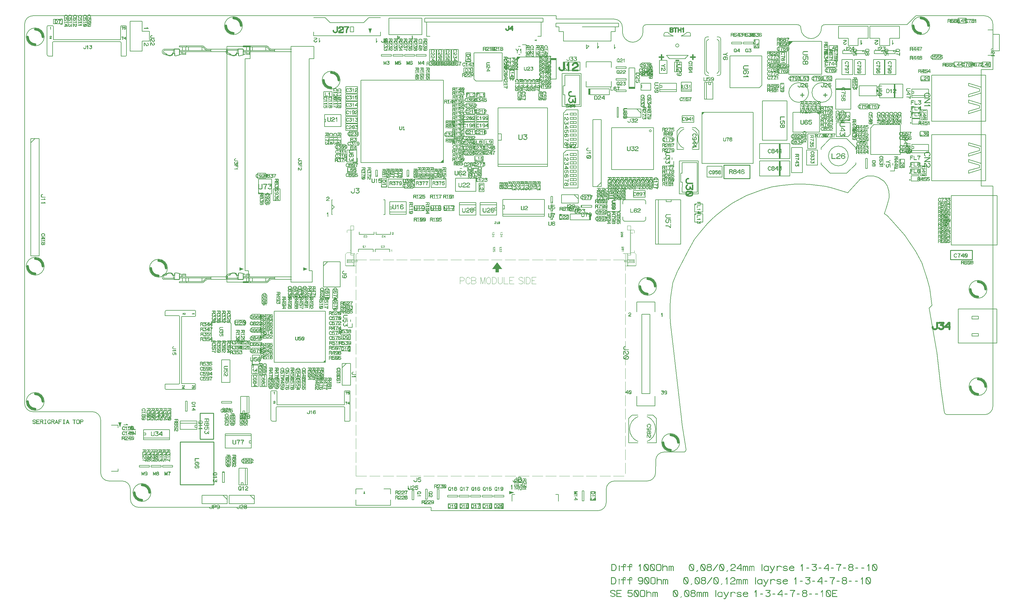
<source format=gbr>
*
G04 Job   : D:\PD-Master\Mas\Mas100n1 ACB_0001_0\Mas100n1 PPC_PORTABILE R_0.pcb*
G04 User  : SHINA:Administrator*
G04 Layer : A-SilkscreenTop.gbr*
G04 Date  : Thu Feb 04 15:45:03 2021*
G04 RSM MASTER DESIGN srl*
%ICAS*%
%MOMM*%
%FSLAX24Y24*%
%OFA0.0000B0.0000*%
G90*
G74*
%ADD12C,0.10000*%
%ADD10C,0.15000*%
%ADD17C,0.15200*%
%ADD18C,0.15240*%
%ADD11C,0.20000*%
%ADD14C,0.20300*%
%ADD13C,0.20320*%
%ADD71C,0.22479*%
%ADD16C,0.23000*%
%ADD19C,0.25000*%
%ADD15C,0.30000*%
%ADD25C,0.30480*%
%ADD20C,0.30500*%
%ADD23C,0.35000*%
%ADD24C,0.38100*%
%ADD22C,0.40000*%
%ADD21C,0.50800*%
%ADD70C,0.63500*%
G01*
G36*
X283268Y267732D02*
X293268D01*
X288268Y252732*
X283268Y267732*
X650000Y727500D02*
X662500Y732500D01*
X650000Y737500*
Y727500*
X664500Y566000D02*
X668150D01*
Y572000*
X664500*
Y566000*
X707500Y967500D02*
Y960000D01*
X712500*
X707500Y967500*
X843250Y727500D02*
X855750Y732500D01*
X843250Y737500*
Y727500*
X910000Y450000D02*
Y457500D01*
X902500Y450000*
X910000*
X1027500Y61000D02*
X1025000Y51000D01*
X1030000*
X1027500Y61000*
X1045500Y1446500D02*
X1050500Y1461500D01*
X1040500*
X1045500Y1446500*
X1178600Y915250D02*
X1182250D01*
Y921250*
X1178600*
Y915250*
X1228600D02*
X1232250D01*
Y921250*
X1228600*
Y915250*
X1257500Y1055000D02*
X1267500D01*
Y1065000*
X1257500Y1055000*
X1268600Y915250D02*
X1272250D01*
Y921250*
X1268600*
Y915250*
X1366000Y996500D02*
X1369000D01*
Y1010500*
X1357000*
Y1007500*
X1366000*
Y996500*
X1415000Y732500D02*
X1425000D01*
Y722500*
X1435000*
Y732500*
X1445000*
X1430000Y752500*
X1415000Y732500*
X1466768Y49768D02*
Y59768D01*
X1481768Y54768*
X1466768Y49768*
X1500000Y1375000D02*
X1490000D01*
Y1365000*
X1500000Y1375000*
X1541515Y1425760D02*
X1549485Y1423015D01*
Y1428015*
X1541515Y1425760*
X1590500Y1366500D02*
X1609500D01*
Y1371500*
X1590500*
Y1366500*
X1706000Y1260500D02*
X1711000D01*
Y1279500*
X1706000*
Y1260500*
X1709000Y880500D02*
X1714000D01*
Y899500*
X1709000*
Y880500*
X1802250Y907250D02*
Y912250D01*
X1797250Y907250*
X1802250*
X1828000Y1278500D02*
X1847000D01*
Y1283500*
X1828000*
Y1278500*
X2032500Y900000D02*
X2027500D01*
Y895000*
X2032500Y900000*
Y930000D02*
X2027500D01*
Y925000*
X2032500Y930000*
X2050000Y1207500D02*
Y1200000D01*
X2057500Y1207500*
X2050000*
X2325000Y1422500D02*
X2312500D01*
Y1410000*
X2325000Y1422500*
X2405040Y1207540D02*
X2397540D01*
X2405040Y1200040*
Y1207540*
X2497620Y1391270D02*
X2501430D01*
Y1395080*
X2497620*
Y1391270*
X2535120D02*
X2538930D01*
Y1395080*
X2535120*
Y1391270*
X2592620D02*
X2596430D01*
Y1395080*
X2592620*
Y1391270*
X2627620D02*
X2631430D01*
Y1395080*
X2627620*
Y1391270*
G37*
G54D10*
X25809Y264605D02*
X25833Y264581D01*
X25857Y264557*
X25881Y264545*
X27993Y263573*
X28017Y263561*
X28077*
X29661*
X29697*
X29721*
X29745*
X29757Y263573*
X29781*
X31893Y264545*
X31965Y264605*
X33093Y265601*
X33117Y265625*
X33129Y265649*
X33141Y265673*
X33153Y265697*
Y265733*
X33165Y265745*
Y265769*
Y267497*
X33153Y267545*
X33129Y267605*
X33117Y267653*
X33081Y267713*
X31449Y268937*
X31365Y268961*
X26565Y270593*
X25089Y271745*
Y273245*
X26121Y274445*
X28089Y275069*
X29685*
X31665Y274457*
X32757Y273185*
X32793Y273149*
X32829Y273125*
X32865Y273113*
X32913*
X32997Y273137*
X33069Y273197*
X33129Y273269*
X33165Y273353*
Y273437*
X33117Y273509*
X31989Y274829*
X31941Y274865*
X31881Y274877*
X31869*
Y274901*
X29781Y275525*
X29745Y275549*
X29709Y275561*
X28077*
X28029Y275549*
X27993Y275525*
X25917Y274889*
X25905Y274877*
X25857Y274865*
X25797Y274817*
X24669Y273497*
X24621Y273449*
X24609Y273413*
X24597Y273353*
Y271613*
X24609Y271541*
X24633Y271481*
X24657Y271445*
X24681Y271421*
X24705Y271409*
X26313Y270173*
X26337Y270161*
X26385*
X31173Y268529*
X32685Y267365*
Y265865*
X31689Y265001*
X29637Y264053*
X28137*
X26085Y265001*
X25005Y265961*
X24921Y265997*
X24837*
X24753Y265961*
X24693Y265901*
X24645Y265829*
X24609Y265745*
Y265709*
X24621Y265673*
X24645Y265625*
X24681Y265601*
X25797Y264605*
X25809*
X36177Y275561D02*
X36081Y275537D01*
X36021Y275477*
X35961Y275405*
X35937Y275321*
Y263801*
X35961Y263705*
X36021Y263645*
X36081Y263585*
X36177Y263561*
X44265*
X44361Y263585*
X44421Y263633*
X44457Y263717*
X44469Y263801*
X44457Y263897*
X44421Y263981*
X44361Y264029*
X44265Y264053*
X36429*
Y269321*
X41865*
X41961Y269345*
X42021Y269393*
X42057Y269477*
X42069Y269561*
X42057Y269645*
X42021Y269717*
X41961Y269777*
X41865Y269801*
X36429*
Y275069*
X44265*
X44361Y275093*
X44421Y275141*
X44457Y275225*
X44469Y275309*
X44457Y275405*
X44421Y275489*
X44361Y275537*
X44265Y275561*
X36177*
X47769Y275069D02*
X53517D01*
X54537Y274313*
X55365Y273185*
Y271709*
X54513Y270533*
X53517Y269801*
X47769*
Y275069*
X51260Y818290D02*
X51190Y818280D01*
X51130Y818230*
X51100Y818170*
X51090Y818120*
X51100Y818050*
X51130Y817990*
X51190Y817940*
X51260Y817930*
X60860*
X60930Y817940*
X60980Y817970*
X61010Y818020*
X61020Y818090*
X61040Y818140*
Y818180*
X61020Y818220*
X60980Y818260*
X58240Y820050*
X58170Y820070*
X58100*
X58040Y820040*
X57990Y819990*
X57950Y819930*
X57930Y819870*
X57940Y819810*
X57990Y819760*
X60240Y818290*
X51260*
X54500Y830560D02*
X54420Y830540D01*
X54360Y830490*
X54310Y830440*
X54290Y830360*
Y824490*
X51260*
X51190Y824470*
X51130Y824430*
X51100Y824360*
X51090Y824290*
X51100Y824220*
X51130Y824150*
X51190Y824110*
X51260Y824090*
X54290*
Y823620*
X54310Y823540*
X54350Y823490*
X54420Y823460*
X54490Y823450*
X54570Y823460*
X54640Y823490*
X54680Y823540*
X54700Y823620*
Y824090*
X60860*
X60940Y824110*
X60990Y824160*
X61040Y824210*
X61060Y824290*
Y824960*
X61050Y825000*
X61030Y825050*
X61020Y825090*
X60990Y825120*
X55180Y830510*
X55140Y830540*
X55100Y830550*
X55030Y830560*
X54500*
X54921Y274637D02*
X54885Y274661D01*
X54861Y274673*
Y274685*
X53733Y275513*
X53673Y275537*
X53637Y275549*
X53577Y275561*
X47517*
X47421Y275537*
X47361Y275477*
X47301Y275417*
X47277Y275321*
Y263801*
X47301Y263705*
X47349Y263645*
X47433Y263609*
X47517Y263597*
X47613Y263609*
X47697Y263645*
X47745Y263705*
X47769Y263801*
Y269321*
X53409*
X55377Y263729*
X55425Y263645*
X55509Y263597*
X55605Y263585*
X55689Y263609*
X55761Y263657*
X55821Y263717*
X55845Y263789*
X55833Y263885*
X53877Y269453*
X54861Y270173*
X54897Y270209*
X54933Y270281*
X55809Y271469*
Y271493*
X55821Y271505*
X55833Y271517*
Y271553*
X55845Y271577*
Y271613*
Y273269*
X55833Y273317*
Y273341*
X55821Y273365*
X55809Y273377*
Y273401*
X54921Y274637*
X54940Y830150D02*
X60640Y824880D01*
Y824490*
X54700*
Y830150*
X54940*
X56550Y809840D02*
Y809820D01*
Y808550*
Y808540*
X56410Y807640*
X55760Y806660*
X55020Y806250*
X54000Y806040*
X52970Y806260*
X52230Y806660*
X51570Y807650*
X51470Y808540*
Y808550*
Y809820*
Y809840*
X51570Y810740*
X52230Y811720*
X53000Y812180*
X54000Y812350*
X55000Y812180*
X55810Y811720*
X56410Y810740*
X56550Y809840*
X59305Y331000D02*
G03X32000Y358305I27305D01*
X4695Y331000J27305*
X32000Y303695I27305*
X59305Y331000J27305*
G01Y741000D02*
G03X32000Y768305I27305D01*
X4695Y741000J27305*
X32000Y713695I27305*
X59305Y741000J27305*
G01Y1436000D02*
G03X32000Y1463305I27305D01*
X4695Y1436000J27305*
X32000Y1408695I27305*
X59305Y1436000J27305*
G01X60260Y833560D02*
X60320Y833610D01*
X60330Y833630*
X60340Y833650*
X60760Y834590*
X60770Y834630*
Y834680*
X61030Y835660*
X61050Y835700*
X61060Y835750*
X60930Y837040*
X60920Y837060*
Y837080*
X60910Y837100*
X60900Y837120*
X60450Y837980*
X60440Y838030*
X60400Y838080*
X59630Y838840*
X59580Y838860*
X59550Y838880*
X58220Y839550*
X58170Y839570*
X58150Y839580*
X56820Y839980*
X56790*
X56780*
X56770Y839990*
X56750*
X55400*
X55370Y840000*
X55330Y839990*
X53960Y839690*
X53930*
X53900Y839660*
X53890*
X52550Y838910*
X52530*
X52510Y838890*
X52500Y838880*
X51700Y838140*
Y838120*
X51690*
X51670Y838100*
X51660Y838080*
X51220Y837190*
X51180Y837150*
X51170Y837110*
X51060Y835760*
Y835750*
Y835740*
Y835710*
X51300Y834350*
X51310Y834310*
X51350Y834280*
X51990Y833360*
X52030Y833320*
X52090Y833290*
X52960Y832880*
X53000Y832860*
X53040Y832850*
X53110Y832870*
X53170Y832910*
X53210Y832970*
X53230Y833040*
X53240Y833110*
X53220Y833170*
X53160Y833220*
X52290Y833630*
X51700Y834480*
X51470Y835760*
X51570Y837050*
X52000Y837860*
X52760Y838580*
X54050Y839290*
X55420Y839580*
X56730*
X58020Y839210*
X58060Y839190*
X58140Y839180*
X58170Y839200*
X58200Y839220*
X58250Y839270*
X58280Y839340*
X58290Y839410*
X58280Y839480*
X58240Y839540*
X58170Y839570*
X58140Y839580*
X58080Y839570*
X58020Y839540*
X57970Y839490*
X57940Y839440*
X57930Y839380*
Y839320*
X57960Y839260*
X58020Y839210*
X59330Y838540*
X60100Y837780*
X60530Y836980*
X60640Y835740*
X60390Y834790*
X60380Y834780*
X60370Y834760*
X59990Y833880*
X58930Y833220*
X58880Y833170*
X58860Y833110*
X58870Y833030*
X58900Y832960*
X58950Y832900*
X59020Y832860*
X59090Y832850*
X59160Y832880*
X60260Y833560*
X60333Y264053D02*
X60249Y264029D01*
X60189Y263981*
X60153Y263897*
Y263801*
Y263717*
X60189Y263633*
X60249Y263585*
X60333Y263561*
X65025*
X65109Y263585*
X65181Y263633*
X65217Y263717*
X65229Y263801*
X65217Y263897*
X65181Y263981*
X65109Y264029*
X65025Y264053*
X62913*
Y275069*
X65025*
X65109Y275093*
X65181Y275141*
X65217Y275225*
X65229Y275309*
X65217Y275405*
X65181Y275489*
X65109Y275537*
X65025Y275561*
X60333*
X60249Y275537*
X60189Y275489*
X60153Y275405*
Y275309*
Y275225*
X60189Y275141*
X60249Y275093*
X60333Y275069*
X62445*
Y264053*
X60333*
X60560Y810690D02*
X60600Y810650D01*
X60650Y810620*
X60710*
X60780Y810640*
X60850Y810680*
X60890Y810720*
X60920Y810780*
X60930Y810840*
Y810850*
X60920Y810880*
X60900Y810910*
X60200Y811980*
X60160Y812040*
X60150Y812050*
X60130*
X59280Y812540*
X59230Y812560*
X59220Y812570*
X59180*
X58480*
X58430*
X58410Y812560*
Y812550*
X57620Y812250*
X57590Y812240*
X57560Y812220*
X57550Y812200*
X57530Y812180*
X56880Y811350*
Y811340*
X56870Y811330*
X56850Y811310*
X56840Y811290*
Y811250*
X56760Y810950*
X56140Y811980*
X56090Y812040*
X56080Y812050*
X56060*
X55210Y812550*
X55180Y812570*
X55130*
X54050Y812770*
X54020*
X53990Y812780*
X53960Y812770*
X52890Y812570*
X52850*
X52830*
Y812550*
X51980Y812050*
X51920Y812010*
X51900Y811980*
X51220Y810910*
X51190Y810870*
Y810840*
X51060Y809910*
Y809890*
Y809850*
Y808510*
Y808490*
X51190Y807550*
X51200Y807510*
X51220Y807460*
X51900Y806410*
X51930Y806370*
X51980Y806360*
X51990Y806350*
X52830Y805890*
X52850*
X52860Y805880*
X52890Y805860*
X53960Y805620*
X54010*
X54050*
X55120Y805850*
X55130Y805860*
X55150*
X55160Y805870*
X55180Y805880*
Y805890*
X55190*
X56020Y806350*
X56070Y806380*
X56110Y806410*
X56760Y807420*
X56840Y807120*
X56850Y807090*
X56880Y807050*
X57530Y806210*
X57550Y806190*
X57570Y806160*
X57580Y806150*
X57610Y806140*
X58390Y805840*
X58410Y805830*
X58430Y805820*
X58480*
X59180*
X59200*
X59230Y805830*
X59280Y805850*
X60130Y806360*
X60160Y806390*
X60200Y806450*
X60890Y807450*
X60910Y807480*
X60930Y807550*
X61060Y808490*
Y808510*
Y808540*
Y809850*
Y809870*
Y809910*
X60930Y810840*
Y810850*
X60900Y810910*
X60850Y810950*
X60770Y810970*
X60700*
X60640Y810950*
X60580Y810920*
X60540Y810860*
X60530Y810780*
Y810740*
X60560Y810690*
X60650Y809840D02*
Y808540D01*
X60540Y807620*
X59890Y806710*
X59110Y806220*
X58520*
X57820Y806510*
X57240Y807250*
X56950Y808550*
Y809820*
X57240Y811140*
X57820Y811890*
X58510Y812150*
X59110*
X59880Y811720*
X60540Y810740*
X60650Y809840*
X76421Y1436193D02*
X76414Y1436130D01*
X76435Y1436088*
X76470Y1436046*
X76512Y1436018*
X76561Y1436004*
X76617Y1436011*
X76666Y1436032*
X76694Y1436067*
X77128Y1437159*
X77744Y1437712*
X78444Y1437901*
X79354*
X80089Y1437698*
X80705Y1437159*
X81132Y1436088*
Y1435682*
X80929Y1435269*
X79333Y1434338*
X79319Y1434331*
X76939Y1432987*
X76918Y1432980*
X76890Y1432945*
X76442Y1432378*
X76428Y1432357*
X76421Y1432350*
X76414Y1432329*
Y1432287*
Y1431328*
X76428Y1431272*
X76463Y1431237*
X76498Y1431202*
X76554Y1431188*
X81272*
X81328Y1431202*
X81363Y1431230*
X81384Y1431279*
X81391Y1431328*
X81384Y1431384*
X81363Y1431433*
X81328Y1431461*
X81272Y1431475*
X76701*
Y1432238*
X77100Y1432756*
X79459Y1434086*
X79473*
X81104Y1435038*
X81111*
X81146Y1435059*
X81160Y1435094*
X81391Y1435577*
Y1435584*
X81405Y1435598*
Y1435612*
Y1435619*
X81412Y1435633*
Y1435647*
Y1436130*
Y1436144*
X81405Y1436165*
Y1436186*
X80950Y1437306*
X80936Y1437327*
X80915Y1437355*
X80250Y1437936*
X80222Y1437964*
X80194Y1437985*
X79424Y1438188*
X79375*
X78444*
X78416Y1438181*
X78395Y1438167*
X77639Y1437971*
X77583Y1437943*
X76911Y1437362*
X76897Y1437348*
X76883Y1437313*
X76421Y1436193*
X77241Y274601D02*
X77193Y274673D01*
X77157Y274685*
X77145Y274697*
X76017Y275201*
X75969Y275213*
X75909*
X74721Y275525*
X74685Y275549*
X74625Y275561*
X73077Y275405*
X73053Y275393*
X73029*
X73005Y275381*
X72981Y275369*
X71949Y274829*
X71889Y274805*
X71829Y274769*
X70917Y273845*
X70893Y273785*
X70869Y273749*
X70065Y272153*
X70041Y272093*
X70029Y272069*
X69549Y270473*
Y270437*
Y270425*
X69537Y270413*
Y270389*
Y268769*
X69525Y268733*
X69537Y268685*
X69897Y267041*
Y267017*
X69909Y267005*
Y266981*
X69921Y266969*
Y266957*
X70833Y265349*
X70845Y265325*
X70869Y265289*
X71757Y264329*
X71781*
X71793Y264305*
X71829Y264281*
X72885Y263753*
X72945Y263705*
X72993Y263693*
X74613Y263561*
X74625*
X74637*
X74673*
X76305Y263849*
X76341Y263861*
X76389Y263897*
X77493Y264677*
X77541Y264725*
X77577Y264797*
X78069Y265841*
Y265853*
X78093*
Y265877*
Y265901*
X78105Y265913*
Y265925*
Y265961*
Y268241*
X78093Y268325*
X78033Y268409*
X77961Y268469*
X77865Y268493*
X75417*
X75321Y268469*
X75261Y268421*
X75225Y268337*
X75213Y268241*
X75225Y268157*
X75261Y268073*
X75321Y268025*
X75417Y268001*
X77625*
Y266009*
X77157Y265037*
X76149Y264329*
X74613Y264053*
X73065Y264173*
X72081Y264689*
X71229Y265601*
X70377Y267137*
X70029Y268793*
Y270365*
X70473Y271913*
X70485Y271961*
X70497Y272057*
X70485Y272093*
X70461Y272129*
X70401Y272189*
X70317Y272225*
X70233Y272237*
X70149Y272225*
X70077Y272177*
X70041Y272093*
X70029Y272057*
X70041Y271985*
X70077Y271913*
X70137Y271853*
X70197Y271817*
X70269Y271793*
X70341Y271805*
X70413Y271841*
X70473Y271913*
X71277Y273485*
X72189Y274409*
X73149Y274925*
X74637Y275057*
X75777Y274757*
Y274745*
X75813Y274733*
X76869Y274277*
X77661Y273005*
X77721Y272945*
X77793Y272921*
X77889Y272933*
X77973Y272969*
X78045Y273029*
X78081Y273113*
X78105Y273197*
X78069Y273281*
X77241Y274601*
X78773Y1459268D02*
X78780Y1459219D01*
X78815Y1459177*
X78857Y1459156*
X78892Y1459149*
X78941Y1459156*
X78983Y1459177*
X79018Y1459219*
X79025Y1459268*
Y1465988*
X79018Y1466037*
X78997Y1466072*
X78962Y1466093*
X78913Y1466100*
X78878Y1466114*
X78850*
X78822Y1466100*
X78794Y1466072*
X77541Y1464147*
X77527Y1464098*
Y1464056*
X77548Y1464014*
X77583Y1463972*
X77625Y1463944*
X77667Y1463937*
X77688*
X77709Y1463944*
X77744Y1463979*
X78773Y1465554*
Y1459268*
X81345Y275069D02*
X87093D01*
X88113Y274313*
X88941Y273185*
Y271709*
X88089Y270533*
X87093Y269801*
X81345*
Y275069*
X88497Y274637D02*
X88461Y274661D01*
X88437Y274673*
Y274685*
X87309Y275513*
X87249Y275537*
X87213Y275549*
X87153Y275561*
X81093*
X80997Y275537*
X80937Y275477*
X80877Y275417*
X80853Y275321*
Y263801*
X80877Y263705*
X80925Y263645*
X81009Y263609*
X81093Y263597*
X81189Y263609*
X81273Y263645*
X81321Y263705*
X81345Y263801*
Y269321*
X86985*
X88953Y263729*
X89001Y263645*
X89085Y263597*
X89181Y263585*
X89265Y263609*
X89337Y263657*
X89397Y263717*
X89421Y263789*
X89409Y263885*
X87453Y269453*
X88437Y270173*
X88473Y270209*
X88509Y270281*
X89385Y271469*
Y271493*
X89397Y271505*
X89409Y271517*
Y271553*
X89421Y271577*
Y271613*
Y273269*
X89409Y273317*
Y273341*
X89397Y273365*
X89385Y273377*
Y273401*
X88497Y274637*
X96477Y274589D02*
X99009Y267353D01*
X93921*
X96477Y274589*
X96717Y275393D02*
X96681Y275441D01*
X96633Y275489*
X96573Y275513*
X96489Y275525*
X96417*
X96357Y275501*
X96297Y275465*
X96249Y275393*
X92205Y263897*
X92193Y263801*
X92217Y263717*
X92277Y263657*
X92361Y263621*
X92445Y263597*
X92541Y263609*
X92613Y263657*
X92661Y263741*
X93765Y266861*
X99201*
X100293Y263741*
X100341Y263657*
X100425Y263609*
X100521Y263597*
X100593Y263621*
X100665Y263657*
X100725Y263717*
X100761Y263801*
X100737Y263897*
X96717Y275393*
X103797Y275561D02*
X103701Y275537D01*
X103641Y275477*
X103581Y275405*
X103557Y275321*
Y263801*
X103581Y263717*
X103629Y263645*
X103713Y263609*
X103797Y263597*
X103893Y263609*
X103977Y263645*
X104025Y263717*
X104049Y263801*
Y269861*
X109485*
X109581Y269885*
X109641Y269933*
X109677Y270017*
X109689Y270101*
X109677Y270197*
X109641Y270281*
X109581Y270329*
X109485Y270353*
X104049*
Y275069*
X111885*
X111981Y275093*
X112041Y275141*
X112077Y275225*
X112089Y275309*
X112077Y275405*
X112041Y275489*
X111981Y275537*
X111885Y275561*
X103797*
X116613Y264053D02*
X116529Y264029D01*
X116469Y263981*
X116433Y263897*
Y263801*
Y263717*
X116469Y263633*
X116529Y263585*
X116613Y263561*
X121305*
X121389Y263585*
X121461Y263633*
X121497Y263717*
X121509Y263801*
X121497Y263897*
X121461Y263981*
X121389Y264029*
X121305Y264053*
X119193*
Y275069*
X121305*
X121389Y275093*
X121461Y275141*
X121497Y275225*
X121509Y275309*
X121497Y275405*
X121461Y275489*
X121389Y275537*
X121305Y275561*
X116613*
X116529Y275537*
X116469Y275489*
X116433Y275405*
Y275309*
Y275225*
X116469Y275141*
X116529Y275093*
X116613Y275069*
X118725*
Y264053*
X116613*
X120260Y1480290D02*
X120190Y1480280D01*
X120130Y1480230*
X120100Y1480170*
X120090Y1480120*
X120100Y1480050*
X120130Y1479990*
X120190Y1479940*
X120260Y1479930*
X129860*
X129930Y1479940*
X129980Y1479970*
X130010Y1480020*
X130020Y1480090*
X130040Y1480140*
Y1480180*
X130020Y1480220*
X129980Y1480260*
X127240Y1482050*
X127170Y1482070*
X127100*
X127040Y1482040*
X126990Y1481990*
X126950Y1481930*
X126930Y1481870*
X126940Y1481810*
X126990Y1481760*
X129240Y1480290*
X120260*
X122080Y1492210D02*
X122120Y1492270D01*
X122130Y1492340*
X122100Y1492420*
X122060Y1492480*
X121990Y1492530*
X121920Y1492550*
X121850*
X121780Y1492510*
X120870Y1491610*
X120840Y1491580*
X120830Y1491540*
X120810Y1491520*
X120070Y1489740*
X120060Y1489710*
Y1489680*
Y1489670*
Y1488310*
Y1488290*
X120070Y1488260*
Y1488240*
X120830Y1486480*
X120860Y1486430*
X120890Y1486410*
X121800Y1485650*
X121810Y1485640*
X121830*
X121850Y1485620*
X121900Y1485590*
X123290Y1485420*
X123350*
X124600Y1485580*
X124650Y1485590*
X124660Y1485600*
X124690Y1485620*
X124700Y1485630*
X124720Y1485640*
X125610Y1486390*
Y1486410*
X125630Y1486420*
X125660Y1486450*
X126220Y1487590*
X126230Y1487640*
Y1487710*
X126310Y1489190*
Y1489220*
Y1489270*
X126130Y1491020*
X126120Y1491040*
Y1491070*
Y1491080*
X125770Y1492120*
X129650Y1491510*
Y1485620*
X129670Y1485550*
X129710Y1485490*
X129780Y1485460*
X129850Y1485450*
X129930Y1485460*
X130000Y1485490*
X130040Y1485550*
X130060Y1485620*
Y1491680*
X130040Y1491770*
X129990Y1491820*
X129940Y1491870*
X129890Y1491880*
X125510Y1492570*
X125450*
X125410Y1492550*
X125370Y1492520*
X125330Y1492480*
X125290Y1492430*
X125270Y1492380*
X125260Y1492340*
X125280Y1492290*
X125720Y1490980*
X125890Y1489240*
Y1489220*
Y1489210*
X125820Y1487740*
X125290Y1486650*
X124500Y1485980*
X123320Y1485840*
X122010Y1485990*
X121200Y1486680*
X120470Y1488360*
Y1489620*
X121180Y1491340*
X122080Y1492210*
X123500Y1474760D02*
X123420Y1474740D01*
X123360Y1474690*
X123310Y1474640*
X123290Y1474560*
Y1468690*
X120260*
X120190Y1468670*
X120130Y1468630*
X120100Y1468560*
X120090Y1468490*
X120100Y1468420*
X120130Y1468350*
X120190Y1468310*
X120260Y1468290*
X123290*
Y1467820*
X123310Y1467740*
X123350Y1467690*
X123420Y1467660*
X123490Y1467650*
X123570Y1467660*
X123640Y1467690*
X123680Y1467740*
X123700Y1467820*
Y1468290*
X129860*
X129940Y1468310*
X129990Y1468360*
X130040Y1468410*
X130060Y1468490*
Y1469160*
X130050Y1469200*
X130030Y1469250*
X130020Y1469290*
X129990Y1469320*
X124180Y1474710*
X124140Y1474740*
X124100Y1474750*
X124030Y1474760*
X123500*
X123940Y1474350D02*
X129640Y1469080D01*
Y1468690*
X123700*
Y1474350*
X123940*
X129260Y1495560D02*
X129320Y1495610D01*
X129330Y1495630*
X129340Y1495650*
X129760Y1496590*
X129770Y1496630*
Y1496680*
X130030Y1497660*
X130050Y1497700*
X130060Y1497750*
X129930Y1499040*
X129920Y1499060*
Y1499080*
X129910Y1499100*
X129900Y1499120*
X129450Y1499980*
X129440Y1500030*
X129400Y1500080*
X128630Y1500840*
X128580Y1500860*
X128550Y1500880*
X127220Y1501550*
X127170Y1501570*
X127150Y1501580*
X125820Y1501980*
X125790*
X125780*
X125770Y1501990*
X125750*
X124400*
X124370Y1502000*
X124330Y1501990*
X122960Y1501690*
X122930*
X122900Y1501660*
X122890*
X121550Y1500910*
X121530*
X121510Y1500890*
X121500Y1500880*
X120700Y1500140*
Y1500120*
X120690*
X120670Y1500100*
X120660Y1500080*
X120220Y1499190*
X120180Y1499150*
X120170Y1499110*
X120060Y1497760*
Y1497750*
Y1497740*
Y1497710*
X120300Y1496350*
X120310Y1496310*
X120350Y1496280*
X120990Y1495360*
X121030Y1495320*
X121090Y1495290*
X121960Y1494880*
X122000Y1494860*
X122040Y1494850*
X122110Y1494870*
X122170Y1494910*
X122210Y1494970*
X122230Y1495040*
X122240Y1495110*
X122220Y1495170*
X122160Y1495220*
X121290Y1495630*
X120700Y1496480*
X120470Y1497760*
X120570Y1499050*
X121000Y1499860*
X121760Y1500580*
X123050Y1501290*
X124420Y1501580*
X125730*
X127020Y1501210*
X127060Y1501190*
X127140Y1501180*
X127170Y1501200*
X127200Y1501220*
X127250Y1501270*
X127280Y1501340*
X127290Y1501410*
X127280Y1501480*
X127240Y1501540*
X127170Y1501570*
X127140Y1501580*
X127080Y1501570*
X127020Y1501540*
X126970Y1501490*
X126940Y1501440*
X126930Y1501380*
Y1501320*
X126960Y1501260*
X127020Y1501210*
X128330Y1500540*
X129100Y1499780*
X129530Y1498980*
X129640Y1497740*
X129390Y1496790*
X129380Y1496780*
X129370Y1496760*
X128990Y1495880*
X127930Y1495220*
X127880Y1495170*
X127860Y1495110*
X127870Y1495030*
X127900Y1494960*
X127950Y1494900*
X128020Y1494860*
X128090Y1494850*
X128160Y1494880*
X129260Y1495560*
X130101Y274589D02*
X132633Y267353D01*
X127545*
X130101Y274589*
X130341Y275393D02*
X130305Y275441D01*
X130257Y275489*
X130197Y275513*
X130113Y275525*
X130041*
X129981Y275501*
X129921Y275465*
X129873Y275393*
X125829Y263897*
X125817Y263801*
X125841Y263717*
X125901Y263657*
X125985Y263621*
X126069Y263597*
X126165Y263609*
X126237Y263657*
X126285Y263741*
X127389Y266861*
X132825*
X133917Y263741*
X133965Y263657*
X134049Y263609*
X134145Y263597*
X134217Y263621*
X134289Y263657*
X134349Y263717*
X134385Y263801*
X134361Y263897*
X130341Y275393*
X132760Y1480290D02*
X132690Y1480280D01*
X132630Y1480230*
X132600Y1480170*
X132590Y1480120*
X132600Y1480050*
X132630Y1479990*
X132690Y1479940*
X132760Y1479930*
X142360*
X142430Y1479940*
X142480Y1479970*
X142510Y1480020*
X142520Y1480090*
X142540Y1480140*
Y1480180*
X142520Y1480220*
X142480Y1480260*
X139740Y1482050*
X139670Y1482070*
X139600*
X139540Y1482040*
X139490Y1481990*
X139450Y1481930*
X139430Y1481870*
X139440Y1481810*
X139490Y1481760*
X141740Y1480290*
X132760*
X134500Y1474420D02*
X134540Y1474480D01*
Y1474550*
X134520Y1474620*
X134470Y1474670*
X134410Y1474710*
X134330Y1474740*
X134260Y1474730*
X134200Y1474690*
X133060Y1473440*
X133030Y1473390*
Y1473370*
X132590Y1471940*
X132570Y1471900*
X132560Y1471870*
Y1470510*
X132570Y1470440*
X132990Y1469420*
X133000Y1469390*
X133030Y1469360*
X133560Y1468610*
X133570*
X133600Y1468580*
X133610Y1468560*
X133630Y1468550*
X134450Y1467880*
Y1467870*
X134470Y1467860*
X134500Y1467850*
X134550Y1467820*
X135460Y1467620*
X135530*
X135550*
X136230Y1467650*
X136270Y1467660*
X136300Y1467680*
X137370Y1468010*
X137400*
X137450Y1468040*
X138360Y1468610*
X138370*
X138400Y1468640*
X138420Y1468660*
X138770Y1469280*
X138790Y1469320*
Y1469340*
X138800*
X139060Y1470360*
Y1470450*
Y1470510*
X139220Y1469940*
X139230Y1469880*
X139260Y1469840*
X140030Y1468850*
X140040Y1468830*
X140060Y1468820*
Y1468810*
X141070Y1468080*
X141120Y1468060*
X141150Y1468050*
X142290Y1467640*
X142330Y1467620*
X142370*
X142420Y1467640*
X142460Y1467680*
X142500Y1467710*
X142540Y1467740*
X142550Y1467780*
X142560Y1467820*
Y1474570*
X142540Y1474640*
X142500Y1474690*
X142430Y1474730*
X142350Y1474740*
X142280Y1474730*
X142210Y1474690*
X142170Y1474640*
X142150Y1474570*
Y1468120*
X141310Y1468410*
X140330Y1469110*
X139600Y1470060*
X139060Y1471880*
X139040Y1471940*
X138990Y1471990*
X138960Y1472010*
X138890Y1472040*
X138810*
X138730Y1472010*
X138670Y1471950*
X138650Y1471870*
Y1470450*
X138390Y1469460*
X138070Y1468920*
X137230Y1468380*
X136190Y1468060*
X135530Y1468020*
X134670Y1468220*
X133890Y1468850*
X133370Y1469590*
X132970Y1470560*
Y1471850*
X133380Y1473190*
X134500Y1474420*
X134580Y1492210D02*
X134620Y1492270D01*
X134630Y1492340*
X134600Y1492420*
X134560Y1492480*
X134490Y1492530*
X134420Y1492550*
X134350*
X134280Y1492510*
X133370Y1491610*
X133340Y1491580*
X133330Y1491540*
X133310Y1491520*
X132570Y1489740*
X132560Y1489710*
Y1489680*
Y1489670*
Y1488310*
Y1488290*
X132570Y1488260*
Y1488240*
X133330Y1486480*
X133360Y1486430*
X133390Y1486410*
X134300Y1485650*
X134310Y1485640*
X134330*
X134350Y1485620*
X134400Y1485590*
X135790Y1485420*
X135850*
X137100Y1485580*
X137150Y1485590*
X137160Y1485600*
X137190Y1485620*
X137200Y1485630*
X137220Y1485640*
X138110Y1486390*
Y1486410*
X138130Y1486420*
X138160Y1486450*
X138720Y1487590*
X138730Y1487640*
Y1487710*
X138810Y1489190*
Y1489220*
Y1489270*
X138630Y1491020*
X138620Y1491040*
Y1491070*
Y1491080*
X138270Y1492120*
X142150Y1491510*
Y1485620*
X142170Y1485550*
X142210Y1485490*
X142280Y1485460*
X142350Y1485450*
X142430Y1485460*
X142500Y1485490*
X142540Y1485550*
X142560Y1485620*
Y1491680*
X142540Y1491770*
X142490Y1491820*
X142440Y1491870*
X142390Y1491880*
X138010Y1492570*
X137950*
X137910Y1492550*
X137870Y1492520*
X137830Y1492480*
X137790Y1492430*
X137770Y1492380*
X137760Y1492340*
X137780Y1492290*
X138220Y1490980*
X138390Y1489240*
Y1489220*
Y1489210*
X138320Y1487740*
X137790Y1486650*
X137000Y1485980*
X135820Y1485840*
X134510Y1485990*
X133700Y1486680*
X132970Y1488360*
Y1489620*
X133680Y1491340*
X134580Y1492210*
X141760Y1495560D02*
X141820Y1495610D01*
X141830Y1495630*
X141840Y1495650*
X142260Y1496590*
X142270Y1496630*
Y1496680*
X142530Y1497660*
X142550Y1497700*
X142560Y1497750*
X142430Y1499040*
X142420Y1499060*
Y1499080*
X142410Y1499100*
X142400Y1499120*
X141950Y1499980*
X141940Y1500030*
X141900Y1500080*
X141130Y1500840*
X141080Y1500860*
X141050Y1500880*
X139720Y1501550*
X139670Y1501570*
X139650Y1501580*
X138320Y1501980*
X138290*
X138280*
X138270Y1501990*
X138250*
X136900*
X136870Y1502000*
X136830Y1501990*
X135460Y1501690*
X135430*
X135400Y1501660*
X135390*
X134050Y1500910*
X134030*
X134010Y1500890*
X134000Y1500880*
X133200Y1500140*
Y1500120*
X133190*
X133170Y1500100*
X133160Y1500080*
X132720Y1499190*
X132680Y1499150*
X132670Y1499110*
X132560Y1497760*
Y1497750*
Y1497740*
Y1497710*
X132800Y1496350*
X132810Y1496310*
X132850Y1496280*
X133490Y1495360*
X133530Y1495320*
X133590Y1495290*
X134460Y1494880*
X134500Y1494860*
X134540Y1494850*
X134610Y1494870*
X134670Y1494910*
X134710Y1494970*
X134730Y1495040*
X134740Y1495110*
X134720Y1495170*
X134660Y1495220*
X133790Y1495630*
X133200Y1496480*
X132970Y1497760*
X133070Y1499050*
X133500Y1499860*
X134260Y1500580*
X135550Y1501290*
X136920Y1501580*
X138230*
X139520Y1501210*
X139560Y1501190*
X139640Y1501180*
X139670Y1501200*
X139700Y1501220*
X139750Y1501270*
X139780Y1501340*
X139790Y1501410*
X139780Y1501480*
X139740Y1501540*
X139670Y1501570*
X139640Y1501580*
X139580Y1501570*
X139520Y1501540*
X139470Y1501490*
X139440Y1501440*
X139430Y1501380*
Y1501320*
X139460Y1501260*
X139520Y1501210*
X140830Y1500540*
X141600Y1499780*
X142030Y1498980*
X142140Y1497740*
X141890Y1496790*
X141880Y1496780*
X141870Y1496760*
X141490Y1495880*
X140430Y1495220*
X140380Y1495170*
X140360Y1495110*
X140370Y1495030*
X140400Y1494960*
X140450Y1494900*
X140520Y1494860*
X140590Y1494850*
X140660Y1494880*
X141760Y1495560*
X146001Y275561D02*
X145905Y275537D01*
X145845Y275489*
X145809Y275405*
X145797Y275309*
X145809Y275225*
X145845Y275141*
X145905Y275093*
X146001Y275069*
X149805*
Y263801*
X149829Y263717*
X149877Y263645*
X149961Y263609*
X150045Y263597*
X150129Y263609*
X150213Y263645*
X150261Y263717*
X150285Y263801*
Y275069*
X154089*
X154185Y275093*
X154245Y275141*
X154281Y275225*
X154293Y275309*
X154281Y275405*
X154245Y275489*
X154185Y275537*
X154089Y275561*
X146001*
X147760Y1480290D02*
X147690Y1480280D01*
X147630Y1480230*
X147600Y1480170*
X147590Y1480120*
X147600Y1480050*
X147630Y1479990*
X147690Y1479940*
X147760Y1479930*
X157360*
X157430Y1479940*
X157480Y1479970*
X157510Y1480020*
X157520Y1480090*
X157540Y1480140*
Y1480180*
X157520Y1480220*
X157480Y1480260*
X154740Y1482050*
X154670Y1482070*
X154600*
X154540Y1482040*
X154490Y1481990*
X154450Y1481930*
X154430Y1481870*
X154440Y1481810*
X154490Y1481760*
X156740Y1480290*
X147760*
X149580Y1492210D02*
X149620Y1492270D01*
X149630Y1492340*
X149600Y1492420*
X149560Y1492480*
X149490Y1492530*
X149420Y1492550*
X149350*
X149280Y1492510*
X148370Y1491610*
X148340Y1491580*
X148330Y1491540*
X148310Y1491520*
X147570Y1489740*
X147560Y1489710*
Y1489680*
Y1489670*
Y1488310*
Y1488290*
X147570Y1488260*
Y1488240*
X148330Y1486480*
X148360Y1486430*
X148390Y1486410*
X149300Y1485650*
X149310Y1485640*
X149330*
X149350Y1485620*
X149400Y1485590*
X150790Y1485420*
X150850*
X152100Y1485580*
X152150Y1485590*
X152160Y1485600*
X152190Y1485620*
X152200Y1485630*
X152220Y1485640*
X153110Y1486390*
Y1486410*
X153130Y1486420*
X153160Y1486450*
X153720Y1487590*
X153730Y1487640*
Y1487710*
X153810Y1489190*
Y1489220*
Y1489270*
X153630Y1491020*
X153620Y1491040*
Y1491070*
Y1491080*
X153270Y1492120*
X157150Y1491510*
Y1485620*
X157170Y1485550*
X157210Y1485490*
X157280Y1485460*
X157350Y1485450*
X157430Y1485460*
X157500Y1485490*
X157540Y1485550*
X157560Y1485620*
Y1491680*
X157540Y1491770*
X157490Y1491820*
X157440Y1491870*
X157390Y1491880*
X153010Y1492570*
X152950*
X152910Y1492550*
X152870Y1492520*
X152830Y1492480*
X152790Y1492430*
X152770Y1492380*
X152760Y1492340*
X152780Y1492290*
X153220Y1490980*
X153390Y1489240*
Y1489220*
Y1489210*
X153320Y1487740*
X152790Y1486650*
X152000Y1485980*
X150820Y1485840*
X149510Y1485990*
X148700Y1486680*
X147970Y1488360*
Y1489620*
X148680Y1491340*
X149580Y1492210*
X154710Y1474750D02*
X154630Y1474760D01*
X154560Y1474730*
X154500Y1474680*
X154460Y1474620*
X154450Y1474550*
Y1474470*
X154480Y1474400*
X154540Y1474360*
X156090Y1473730*
X156880Y1472860*
X157150Y1471860*
Y1470560*
X156860Y1469510*
X156090Y1468630*
X154560Y1468020*
X153980*
X153390Y1468300*
X152060Y1470590*
X152050Y1470610*
X150130Y1474010*
X150120Y1474040*
X150080Y1474080*
X149260Y1474720*
X149240Y1474740*
X149220Y1474750*
X149190Y1474760*
X149130*
X147760*
X147690Y1474740*
X147630Y1474690*
X147580Y1474640*
X147560Y1474560*
Y1467820*
X147580Y1467740*
X147620Y1467690*
X147690Y1467660*
X147760Y1467650*
X147840Y1467660*
X147910Y1467690*
X147950Y1467740*
X147970Y1467820*
Y1474350*
X149060*
X149800Y1473780*
X151700Y1470410*
Y1470390*
X153060Y1468060*
Y1468050*
X153090Y1468000*
X153140Y1467980*
X153830Y1467650*
X153840*
X153860Y1467630*
X153880*
X153890*
X153910Y1467620*
X153930*
X154620*
X154640*
X154670Y1467630*
X154700*
X156300Y1468280*
X156330Y1468300*
X156370Y1468330*
X157200Y1469280*
X157250Y1469320*
X157270Y1469360*
X157560Y1470460*
Y1470530*
Y1471860*
X157550Y1471900*
X157530Y1471930*
X157250Y1473010*
X157210Y1473090*
X156380Y1474050*
X156360Y1474070*
X156310Y1474090*
X154710Y1474750*
X156760Y1495560D02*
X156820Y1495610D01*
X156830Y1495630*
X156840Y1495650*
X157260Y1496590*
X157270Y1496630*
Y1496680*
X157530Y1497660*
X157550Y1497700*
X157560Y1497750*
X157430Y1499040*
X157420Y1499060*
Y1499080*
X157410Y1499100*
X157400Y1499120*
X156950Y1499980*
X156940Y1500030*
X156900Y1500080*
X156130Y1500840*
X156080Y1500860*
X156050Y1500880*
X154720Y1501550*
X154670Y1501570*
X154650Y1501580*
X153320Y1501980*
X153290*
X153280*
X153270Y1501990*
X153250*
X151900*
X151870Y1502000*
X151830Y1501990*
X150460Y1501690*
X150430*
X150400Y1501660*
X150390*
X149050Y1500910*
X149030*
X149010Y1500890*
X149000Y1500880*
X148200Y1500140*
Y1500120*
X148190*
X148170Y1500100*
X148160Y1500080*
X147720Y1499190*
X147680Y1499150*
X147670Y1499110*
X147560Y1497760*
Y1497750*
Y1497740*
Y1497710*
X147800Y1496350*
X147810Y1496310*
X147850Y1496280*
X148490Y1495360*
X148530Y1495320*
X148590Y1495290*
X149460Y1494880*
X149500Y1494860*
X149540Y1494850*
X149610Y1494870*
X149670Y1494910*
X149710Y1494970*
X149730Y1495040*
X149740Y1495110*
X149720Y1495170*
X149660Y1495220*
X148790Y1495630*
X148200Y1496480*
X147970Y1497760*
X148070Y1499050*
X148500Y1499860*
X149260Y1500580*
X150550Y1501290*
X151920Y1501580*
X153230*
X154520Y1501210*
X154560Y1501190*
X154640Y1501180*
X154670Y1501200*
X154700Y1501220*
X154750Y1501270*
X154780Y1501340*
X154790Y1501410*
X154780Y1501480*
X154740Y1501540*
X154670Y1501570*
X154640Y1501580*
X154580Y1501570*
X154520Y1501540*
X154470Y1501490*
X154440Y1501440*
X154430Y1501380*
Y1501320*
X154460Y1501260*
X154520Y1501210*
X155830Y1500540*
X156600Y1499780*
X157030Y1498980*
X157140Y1497740*
X156890Y1496790*
X156880Y1496780*
X156870Y1496760*
X156490Y1495880*
X155430Y1495220*
X155380Y1495170*
X155360Y1495110*
X155370Y1495030*
X155400Y1494960*
X155450Y1494900*
X155520Y1494860*
X155590Y1494850*
X155660Y1494880*
X156760Y1495560*
X157593Y266333D02*
Y272789D01*
X157833Y273941*
X158313Y274517*
X159477Y274937*
X160605Y275069*
X162153*
X162177*
X163305Y274937*
X164457Y274517*
X164937Y273941*
X165189Y272789*
Y266333*
X164949Y265205*
X164481Y264773*
X163257Y264173*
X162177Y264053*
X160629*
X160605*
X159513Y264173*
X158301Y264773*
X157833Y265205*
X157593Y266333*
X162760Y1471390D02*
X162690Y1471380D01*
X162630Y1471330*
X162600Y1471270*
X162590Y1471220*
X162600Y1471150*
X162630Y1471090*
X162690Y1471040*
X162760Y1471030*
X172360*
X172430Y1471040*
X172480Y1471070*
X172510Y1471120*
X172520Y1471190*
X172540Y1471240*
Y1471280*
X172520Y1471320*
X172480Y1471360*
X169740Y1473150*
X169670Y1473170*
X169600*
X169540Y1473140*
X169490Y1473090*
X169450Y1473030*
X169430Y1472970*
X169440Y1472910*
X169490Y1472860*
X171740Y1471390*
X162760*
Y1479740D02*
X162690Y1479730D01*
X162630Y1479680*
X162600Y1479620*
X162590Y1479570*
X162600Y1479500*
X162630Y1479440*
X162690Y1479390*
X162760Y1479380*
X172360*
X172430Y1479390*
X172480Y1479420*
X172510Y1479470*
X172520Y1479540*
X172540Y1479590*
Y1479630*
X172520Y1479670*
X172480Y1479710*
X169740Y1481500*
X169670Y1481520*
X169600*
X169540Y1481490*
X169490Y1481440*
X169450Y1481380*
X169430Y1481320*
X169440Y1481260*
X169490Y1481210*
X171740Y1479740*
X162760*
X164580Y1491660D02*
X164620Y1491720D01*
X164630Y1491790*
X164600Y1491870*
X164560Y1491930*
X164490Y1491980*
X164420Y1492000*
X164350*
X164280Y1491960*
X163370Y1491060*
X163340Y1491030*
X163330Y1490990*
X163310Y1490970*
X162570Y1489190*
X162560Y1489160*
Y1489130*
Y1489120*
Y1487760*
Y1487740*
X162570Y1487710*
Y1487690*
X163330Y1485930*
X163360Y1485880*
X163390Y1485860*
X164300Y1485100*
X164310Y1485090*
X164330*
X164350Y1485070*
X164400Y1485040*
X165790Y1484870*
X165850*
X167100Y1485030*
X167150Y1485040*
X167160Y1485050*
X167190Y1485070*
X167200Y1485080*
X167220Y1485090*
X168110Y1485840*
Y1485860*
X168130Y1485870*
X168160Y1485900*
X168720Y1487040*
X168730Y1487090*
Y1487160*
X168810Y1488640*
Y1488670*
Y1488720*
X168630Y1490470*
X168620Y1490490*
Y1490520*
Y1490530*
X168270Y1491570*
X172150Y1490960*
Y1485070*
X172170Y1485000*
X172210Y1484940*
X172280Y1484910*
X172350Y1484900*
X172430Y1484910*
X172500Y1484940*
X172540Y1485000*
X172560Y1485070*
Y1491130*
X172540Y1491220*
X172490Y1491270*
X172440Y1491320*
X172390Y1491330*
X168010Y1492020*
X167950*
X167910Y1492000*
X167870Y1491970*
X167830Y1491930*
X167790Y1491880*
X167770Y1491830*
X167760Y1491790*
X167780Y1491740*
X168220Y1490430*
X168390Y1488690*
Y1488670*
Y1488660*
X168320Y1487190*
X167790Y1486100*
X167000Y1485430*
X165820Y1485290*
X164510Y1485440*
X163700Y1486130*
X162970Y1487810*
Y1489070*
X163680Y1490790*
X164580Y1491660*
X164709Y264329D02*
X164781Y264389D01*
X165345Y264917*
X165357Y264953*
X165417Y265037*
X165669Y266237*
Y266321*
Y272789*
Y272885*
X165417Y274085*
X165393Y274109*
X165381Y274133*
X165369Y274145*
X165345Y274193*
X164781Y274889*
X164757*
X164745Y274913*
Y274925*
X164709Y274949*
X164673Y274961*
X163425Y275369*
X163389Y275393*
X163353Y275405*
X162225Y275561*
X162213*
X160593*
X160545*
X160533*
X159417Y275405*
X159381Y275393*
X159345Y275369*
X158109Y274961*
X158061Y274937*
X158049Y274925*
X158013Y274889*
X157425Y274193*
X157401Y274157*
X157389*
X157365Y274121*
X157353Y274085*
X157101Y272885*
X157089Y272837*
X157101Y272789*
Y266321*
X157089Y266285*
X157101Y266237*
X157353Y265037*
X157365Y264977*
X157413Y264953*
Y264941*
X157449Y264917*
X158013Y264389*
X158025*
X158097Y264329*
X159345Y263729*
X159369Y263717*
X159393*
X159417*
X160533Y263561*
X160581*
X160593*
X162177*
X162213*
X162225*
X163353Y263717*
X163377*
X163401Y263729*
X163425*
X164709Y264329*
X168933Y275069D02*
X174681D01*
X175701Y274313*
X176529Y273185*
Y271709*
X175677Y270533*
X174681Y269801*
X168933*
Y275069*
X171760Y1495010D02*
X171820Y1495060D01*
X171830Y1495080*
X171840Y1495100*
X172260Y1496040*
X172270Y1496080*
Y1496130*
X172530Y1497110*
X172550Y1497150*
X172560Y1497200*
X172430Y1498490*
X172420Y1498510*
Y1498530*
X172410Y1498550*
X172400Y1498570*
X171950Y1499430*
X171940Y1499480*
X171900Y1499530*
X171130Y1500290*
X171080Y1500310*
X171050Y1500330*
X169720Y1501000*
X169670Y1501020*
X169650Y1501030*
X168320Y1501430*
X168290*
X168280*
X168270Y1501440*
X168250*
X166900*
X166870Y1501450*
X166830Y1501440*
X165460Y1501140*
X165430*
X165400Y1501110*
X165390*
X164050Y1500360*
X164030*
X164010Y1500340*
X164000Y1500330*
X163200Y1499590*
Y1499570*
X163190*
X163170Y1499550*
X163160Y1499530*
X162720Y1498640*
X162680Y1498600*
X162670Y1498560*
X162560Y1497210*
Y1497200*
Y1497190*
Y1497160*
X162800Y1495800*
X162810Y1495760*
X162850Y1495730*
X163490Y1494810*
X163530Y1494770*
X163590Y1494740*
X164460Y1494330*
X164500Y1494310*
X164540Y1494300*
X164610Y1494320*
X164670Y1494360*
X164710Y1494420*
X164730Y1494490*
X164740Y1494560*
X164720Y1494620*
X164660Y1494670*
X163790Y1495080*
X163200Y1495930*
X162970Y1497210*
X163070Y1498500*
X163500Y1499310*
X164260Y1500030*
X165550Y1500740*
X166920Y1501030*
X168230*
X169520Y1500660*
X169560Y1500640*
X169640Y1500630*
X169670Y1500650*
X169700Y1500670*
X169750Y1500720*
X169780Y1500790*
X169790Y1500860*
X169780Y1500930*
X169740Y1500990*
X169670Y1501020*
X169640Y1501030*
X169580Y1501020*
X169520Y1500990*
X169470Y1500940*
X169440Y1500890*
X169430Y1500830*
Y1500770*
X169460Y1500710*
X169520Y1500660*
X170830Y1499990*
X171600Y1499230*
X172030Y1498430*
X172140Y1497190*
X171890Y1496240*
X171880Y1496230*
X171870Y1496210*
X171490Y1495330*
X170430Y1494670*
X170380Y1494620*
X170360Y1494560*
X170370Y1494480*
X170400Y1494410*
X170450Y1494350*
X170520Y1494310*
X170590Y1494300*
X170660Y1494330*
X171760Y1495010*
X176085Y274637D02*
X176049Y274661D01*
X176025Y274673*
Y274685*
X174897Y275513*
X174837Y275537*
X174801Y275549*
X174741Y275561*
X168681*
X168585Y275537*
X168525Y275477*
X168465Y275417*
X168441Y275321*
Y263801*
X168465Y263717*
X168513Y263645*
X168597Y263609*
X168681Y263597*
X168777Y263609*
X168861Y263645*
X168909Y263717*
X168933Y263801*
Y269321*
X174741*
X174813*
X174849Y269333*
X174897Y269357*
X176025Y270173*
X176061Y270209*
X176097Y270281*
X176973Y271469*
Y271493*
X176985Y271505*
X176997Y271517*
Y271553*
X177009Y271577*
Y271613*
Y273269*
X176997Y273317*
Y273341*
X176985Y273365*
X176973Y273377*
Y273401*
X176085Y274637*
X177760Y1480290D02*
X177690Y1480280D01*
X177630Y1480230*
X177600Y1480170*
X177590Y1480120*
X177600Y1480050*
X177630Y1479990*
X177690Y1479940*
X177760Y1479930*
X187360*
X187430Y1479940*
X187480Y1479970*
X187510Y1480020*
X187520Y1480090*
X187540Y1480140*
Y1480180*
X187520Y1480220*
X187480Y1480260*
X184740Y1482050*
X184670Y1482070*
X184600*
X184540Y1482040*
X184490Y1481990*
X184450Y1481930*
X184430Y1481870*
X184440Y1481810*
X184490Y1481760*
X186740Y1480290*
X177760*
X178360Y1402200D02*
Y1402150D01*
X178380Y1402110*
X178400Y1402090*
X179410Y1400720*
X179430Y1400700*
X179450Y1400670*
X179500Y1400650*
X181190Y1399960*
X181210Y1399950*
X181240*
X181260*
X182610*
X182630*
X182660*
X182680Y1399960*
X184370Y1400650*
X184420Y1400670*
X184440Y1400700*
X184460Y1400720*
X185470Y1402090*
Y1402110*
Y1402120*
X185490*
Y1402150*
X185500Y1402170*
Y1402200*
Y1409750*
X185480Y1409820*
X185440Y1409880*
X185370Y1409910*
X185300Y1409920*
X185230Y1409910*
X185160Y1409880*
X185120Y1409820*
X185100Y1409750*
Y1402270*
X184170Y1401000*
X182560Y1400360*
X181300*
X179700Y1401000*
X178770Y1402270*
Y1403570*
X178750Y1403650*
X178710Y1403700*
X178640Y1403730*
X178560Y1403750*
X178490Y1403730*
X178420Y1403700*
X178380Y1403650*
X178360Y1403570*
Y1402200*
X179550Y1474190D02*
X179600Y1474240D01*
X179620Y1474320*
X179610Y1474390*
X179570Y1474460*
X179530Y1474510*
X179470Y1474560*
X179400Y1474570*
X179330Y1474550*
X178470Y1474050*
X178450Y1474040*
Y1474030*
X178400Y1473980*
X177720Y1472910*
X177700Y1472870*
X177690Y1472830*
X177560Y1471910*
Y1471890*
Y1471850*
Y1470530*
Y1470510*
Y1470490*
X177690Y1469550*
X177700Y1469510*
X177720Y1469460*
X178400Y1468410*
X178430Y1468380*
X178490Y1468350*
X179330Y1467890*
X179360Y1467880*
X179400Y1467860*
X181830Y1467620*
X181850*
X181870*
X183220*
X183250*
X183260*
X183290*
X185670Y1467820*
X185710Y1467830*
X185760Y1467850*
X186630Y1468360*
X186660Y1468390*
X186700Y1468450*
X187390Y1469450*
X187410Y1469480*
X187430Y1469550*
X187560Y1470490*
Y1470500*
Y1471850*
Y1471890*
Y1471900*
X187430Y1472830*
Y1472850*
X187420Y1472860*
X187400Y1472900*
X186700Y1473970*
X186670Y1474010*
X186620Y1474050*
X185750Y1474500*
X185720Y1474520*
X185670Y1474530*
X183290Y1474760*
X183250*
X181870*
X181860*
X181830*
X179420Y1474560*
X179340Y1474540*
X179300Y1474500*
X179270Y1474430*
X179260Y1474360*
X179270Y1474280*
X179310Y1474220*
X179370Y1474180*
X179450Y1474160*
X179500Y1474180*
X179550Y1474190*
X179580Y1492210D02*
X179620Y1492270D01*
X179630Y1492340*
X179600Y1492420*
X179560Y1492480*
X179490Y1492530*
X179420Y1492550*
X179350*
X179280Y1492510*
X178370Y1491610*
X178340Y1491580*
X178330Y1491540*
X178310Y1491520*
X177570Y1489740*
X177560Y1489710*
Y1489680*
Y1489670*
Y1488310*
Y1488290*
X177570Y1488260*
Y1488240*
X178330Y1486480*
X178360Y1486430*
X178390Y1486410*
X179300Y1485650*
X179310Y1485640*
X179330*
X179350Y1485620*
X179400Y1485590*
X180790Y1485420*
X180850*
X182100Y1485580*
X182150Y1485590*
X182160Y1485600*
X182190Y1485620*
X182200Y1485630*
X182220Y1485640*
X183110Y1486390*
Y1486410*
X183130Y1486420*
X183160Y1486450*
X183720Y1487590*
X183730Y1487640*
Y1487710*
X183810Y1489190*
Y1489220*
Y1489270*
X183630Y1491020*
X183620Y1491040*
Y1491070*
Y1491080*
X183270Y1492120*
X187150Y1491510*
Y1485620*
X187170Y1485550*
X187210Y1485490*
X187280Y1485460*
X187350Y1485450*
X187430Y1485460*
X187500Y1485490*
X187540Y1485550*
X187560Y1485620*
Y1491680*
X187540Y1491770*
X187490Y1491820*
X187440Y1491870*
X187390Y1491880*
X183010Y1492570*
X182950*
X182910Y1492550*
X182870Y1492520*
X182830Y1492480*
X182790Y1492430*
X182770Y1492380*
X182760Y1492340*
X182780Y1492290*
X183220Y1490980*
X183390Y1489240*
Y1489220*
Y1489210*
X183320Y1487740*
X182790Y1486650*
X182000Y1485980*
X180820Y1485840*
X179510Y1485990*
X178700Y1486680*
X177970Y1488360*
Y1489620*
X178680Y1491340*
X179580Y1492210*
X181890Y1474350D02*
X181900D01*
X183230*
X185600Y1474130*
X186130Y1473850*
X178640Y1468800*
X178070Y1469640*
X177970Y1470530*
Y1470540*
Y1471820*
Y1471830*
X178070Y1472730*
X178730Y1473720*
X179500Y1474180*
X181890Y1474350*
X186760Y1495560D02*
X186820Y1495610D01*
X186830Y1495630*
X186840Y1495650*
X187260Y1496590*
X187270Y1496630*
Y1496680*
X187530Y1497660*
X187550Y1497700*
X187560Y1497750*
X187430Y1499040*
X187420Y1499060*
Y1499080*
X187410Y1499100*
X187400Y1499120*
X186950Y1499980*
X186940Y1500030*
X186900Y1500080*
X186130Y1500840*
X186080Y1500860*
X186050Y1500880*
X184720Y1501550*
X184670Y1501570*
X184650Y1501580*
X183320Y1501980*
X183290*
X183280*
X183270Y1501990*
X183250*
X181900*
X181870Y1502000*
X181830Y1501990*
X180460Y1501690*
X180430*
X180400Y1501660*
X180390*
X179050Y1500910*
X179030*
X179010Y1500890*
X179000Y1500880*
X178200Y1500140*
Y1500120*
X178190*
X178170Y1500100*
X178160Y1500080*
X177720Y1499190*
X177680Y1499150*
X177670Y1499110*
X177560Y1497760*
Y1497750*
Y1497740*
Y1497710*
X177800Y1496350*
X177810Y1496310*
X177850Y1496280*
X178490Y1495360*
X178530Y1495320*
X178590Y1495290*
X179460Y1494880*
X179500Y1494860*
X179540Y1494850*
X179610Y1494870*
X179670Y1494910*
X179710Y1494970*
X179730Y1495040*
X179740Y1495110*
X179720Y1495170*
X179660Y1495220*
X178790Y1495630*
X178200Y1496480*
X177970Y1497760*
X178070Y1499050*
X178500Y1499860*
X179260Y1500580*
X180550Y1501290*
X181920Y1501580*
X183230*
X184520Y1501210*
X184560Y1501190*
X184640Y1501180*
X184670Y1501200*
X184700Y1501220*
X184750Y1501270*
X184780Y1501340*
X184790Y1501410*
X184780Y1501480*
X184740Y1501540*
X184670Y1501570*
X184640Y1501580*
X184580Y1501570*
X184520Y1501540*
X184470Y1501490*
X184440Y1501440*
X184430Y1501380*
Y1501320*
X184460Y1501260*
X184520Y1501210*
X185830Y1500540*
X186600Y1499780*
X187030Y1498980*
X187140Y1497740*
X186890Y1496790*
X186880Y1496780*
X186870Y1496760*
X186490Y1495880*
X185430Y1495220*
X185380Y1495170*
X185360Y1495110*
X185370Y1495030*
X185400Y1494960*
X185450Y1494900*
X185520Y1494860*
X185590Y1494850*
X185660Y1494880*
X186760Y1495560*
X187150Y1471830D02*
Y1471820D01*
Y1470550*
Y1470530*
X187040Y1469620*
X186390Y1468700*
X185580Y1468220*
X183230Y1468020*
X181910*
X179480Y1468260*
X178960Y1468550*
X186450Y1473610*
X187040Y1472730*
X187150Y1471830*
X190630Y1400150D02*
X190640Y1400080D01*
X190690Y1400020*
X190750Y1399990*
X190800Y1399980*
X190870Y1399990*
X190930Y1400020*
X190980Y1400080*
X190990Y1400150*
Y1409750*
X190980Y1409820*
X190950Y1409870*
X190900Y1409900*
X190830Y1409910*
X190780Y1409930*
X190740*
X190700Y1409910*
X190660Y1409870*
X188870Y1407120*
X188850Y1407050*
Y1406990*
X188880Y1406930*
X188930Y1406870*
X188990Y1406830*
X189050Y1406820*
X189080*
X189110Y1406830*
X189160Y1406880*
X190630Y1409130*
Y1400150*
X192050Y1483090D02*
X192100Y1483140D01*
X192120Y1483220*
X192110Y1483290*
X192070Y1483360*
X192030Y1483410*
X191970Y1483460*
X191900Y1483470*
X191830Y1483450*
X190970Y1482950*
X190950Y1482940*
Y1482930*
X190900Y1482880*
X190220Y1481810*
X190200Y1481770*
X190190Y1481730*
X190060Y1480810*
Y1480790*
Y1480750*
Y1479430*
Y1479410*
Y1479390*
X190190Y1478450*
X190200Y1478410*
X190220Y1478360*
X190900Y1477310*
X190930Y1477280*
X190990Y1477250*
X191830Y1476790*
X191860Y1476780*
X191900Y1476760*
X194330Y1476520*
X194350*
X194370*
X195720*
X195750*
X195760*
X195790*
X198170Y1476720*
X198210Y1476730*
X198260Y1476750*
X199130Y1477260*
X199160Y1477290*
X199200Y1477350*
X199890Y1478350*
X199910Y1478380*
X199930Y1478450*
X200060Y1479390*
Y1479400*
Y1480750*
Y1480790*
Y1480800*
X199930Y1481730*
Y1481750*
X199920Y1481760*
X199900Y1481800*
X199200Y1482870*
X199170Y1482910*
X199120Y1482950*
X198250Y1483400*
X198220Y1483420*
X198170Y1483430*
X195790Y1483660*
X195750*
X194370*
X194360*
X194330*
X191920Y1483460*
X191840Y1483440*
X191800Y1483400*
X191770Y1483330*
X191760Y1483260*
X191770Y1483180*
X191810Y1483120*
X191870Y1483080*
X191950Y1483060*
X192000Y1483080*
X192050Y1483090*
X192080Y1492760D02*
X192120Y1492820D01*
X192130Y1492890*
X192100Y1492970*
X192060Y1493030*
X191990Y1493080*
X191920Y1493100*
X191850*
X191780Y1493060*
X190870Y1492160*
X190840Y1492130*
X190830Y1492090*
X190810Y1492070*
X190070Y1490290*
X190060Y1490260*
Y1490230*
Y1490220*
Y1488860*
Y1488840*
X190070Y1488810*
Y1488790*
X190830Y1487030*
X190860Y1486980*
X190890Y1486960*
X191800Y1486200*
X191810Y1486190*
X191830*
X191850Y1486170*
X191900Y1486140*
X193290Y1485970*
X193350*
X194600Y1486130*
X194650Y1486140*
X194660Y1486150*
X194690Y1486170*
X194700Y1486180*
X194720Y1486190*
X195610Y1486940*
Y1486960*
X195630Y1486970*
X195660Y1487000*
X196220Y1488140*
X196230Y1488190*
Y1488260*
X196310Y1489740*
Y1489770*
Y1489820*
X196130Y1491570*
X196120Y1491590*
Y1491620*
Y1491630*
X195770Y1492670*
X199650Y1492060*
Y1486170*
X199670Y1486100*
X199710Y1486040*
X199780Y1486010*
X199850Y1486000*
X199930Y1486010*
X200000Y1486040*
X200040Y1486100*
X200060Y1486170*
Y1492230*
X200040Y1492320*
X199990Y1492370*
X199940Y1492420*
X199890Y1492430*
X195510Y1493120*
X195450*
X195410Y1493100*
X195370Y1493070*
X195330Y1493030*
X195290Y1492980*
X195270Y1492930*
X195260Y1492890*
X195280Y1492840*
X195720Y1491530*
X195890Y1489790*
Y1489770*
Y1489760*
X195820Y1488290*
X195290Y1487200*
X194500Y1486530*
X193320Y1486390*
X192010Y1486540*
X191200Y1487230*
X190470Y1488910*
Y1490170*
X191180Y1491890*
X192080Y1492760*
X194290Y1469000D02*
Y1468980D01*
X194300Y1468960*
X194320Y1468910*
X195020Y1467860*
X195050Y1467820*
X195080Y1467810*
X195490Y1467470*
X194410*
X191720Y1467880*
X191240Y1468320*
X191230Y1468340*
X190610Y1469020*
X190470Y1469810*
Y1471280*
X190610Y1472310*
X191240Y1473210*
X191270Y1473280*
X191260Y1473350*
X191230Y1473400*
X191180Y1473450*
X191110Y1473480*
X191030Y1473500*
X190960Y1473480*
X190910Y1473420*
X190260Y1472470*
X190240Y1472430*
X190230Y1472380*
X190060Y1471350*
Y1471340*
Y1471280*
Y1469770*
Y1469720*
X190230Y1468910*
X190260Y1468820*
X190270Y1468810*
X190930Y1468070*
X190950Y1468050*
X191500Y1467540*
X191530Y1467510*
X191550*
X191560Y1467500*
X191600Y1467480*
X194330Y1467070*
X194350*
X194400*
X196000*
X196050*
X197070*
X197160*
X198230Y1467300*
X198290Y1467340*
X199130Y1467800*
X199180Y1467830*
X199220Y1467860*
X199890Y1468900*
X199900Y1468920*
Y1468960*
X199910*
X199920Y1468980*
X200060Y1469940*
Y1469960*
Y1469980*
Y1471310*
Y1471340*
Y1471360*
X199920Y1472290*
X199910Y1472310*
X199900*
X199890Y1472360*
X199230Y1473430*
Y1473460*
X199200Y1473480*
X199180Y1473500*
X198300Y1474000*
X198290Y1474010*
X198230*
X197160Y1474210*
X197130*
X197110Y1474230*
X197080Y1474210*
X196010Y1474010*
X195950*
X195940*
Y1474000*
X195090Y1473500*
X195040Y1473460*
X195020Y1473430*
X194320Y1472360*
X194300Y1472330*
X194290Y1472300*
Y1472290*
X194180Y1471360*
Y1471340*
Y1471310*
Y1469960*
Y1469940*
X194290Y1469000*
X194390Y1483250D02*
X194400D01*
X195730*
X198100Y1483030*
X198630Y1482750*
X191140Y1477700*
X190570Y1478540*
X190470Y1479430*
Y1479440*
Y1480720*
Y1480730*
X190570Y1481630*
X191230Y1482620*
X192000Y1483080*
X194390Y1483250*
X196500Y1401890D02*
X196440Y1401930D01*
X196370*
X196300Y1401910*
X196250Y1401860*
X196210Y1401800*
X196180Y1401720*
X196190Y1401650*
X196220Y1401590*
X197480Y1400450*
X197530Y1400420*
X197550*
X198980Y1399980*
X199020Y1399960*
X199050Y1399950*
X200410*
X200480Y1399960*
X201500Y1400380*
X201530Y1400390*
X201550Y1400420*
X202310Y1400950*
Y1400960*
X202340Y1400980*
X202360Y1401000*
X202370Y1401020*
X203040Y1401840*
X203050*
X203060Y1401860*
X203070Y1401890*
X203100Y1401940*
X203300Y1402850*
Y1402920*
Y1402940*
X203270Y1403620*
X203260Y1403660*
X203240Y1403690*
X202910Y1404760*
Y1404790*
X202880Y1404840*
X202310Y1405750*
Y1405760*
X202280Y1405780*
X202260Y1405810*
X201640Y1406160*
X201600Y1406180*
X201580*
Y1406190*
X200550Y1406450*
X200470*
X200410*
X200980Y1406610*
X201040Y1406620*
X201080Y1406650*
X202070Y1407420*
X202090Y1407430*
X202100Y1407450*
X202110*
X202840Y1408460*
X202860Y1408510*
X202870Y1408540*
X203280Y1409680*
X203300Y1409720*
X203290Y1409760*
X203280Y1409810*
X203240Y1409850*
X203210Y1409890*
X203180Y1409920*
X203140Y1409940*
X203100Y1409950*
X196350*
X196280Y1409930*
X196230Y1409890*
X196190Y1409820*
X196180Y1409740*
X196190Y1409670*
X196230Y1409600*
X196280Y1409560*
X196350Y1409540*
X202800*
X202510Y1408700*
X201810Y1407720*
X200850Y1406990*
X199040Y1406450*
X198980Y1406430*
X198930Y1406380*
X198910Y1406350*
X198880Y1406280*
Y1406190*
X198910Y1406110*
X198970Y1406060*
X199010Y1406040*
X199050*
X200470*
X201450Y1405780*
X202000Y1405460*
X202540Y1404620*
X202860Y1403580*
X202900Y1402920*
X202700Y1402060*
X202070Y1401270*
X201330Y1400760*
X200350Y1400360*
X199070*
X197730Y1400770*
X196500Y1401890*
X199260Y1496110D02*
X199320Y1496160D01*
X199330Y1496180*
X199340Y1496200*
X199760Y1497140*
X199770Y1497180*
Y1497230*
X200030Y1498210*
X200050Y1498250*
X200060Y1498300*
X199930Y1499590*
X199920Y1499610*
Y1499630*
X199910Y1499650*
X199900Y1499670*
X199450Y1500530*
X199440Y1500580*
X199400Y1500630*
X198630Y1501390*
X198580Y1501410*
X198550Y1501430*
X197220Y1502100*
X197170Y1502120*
X197150Y1502130*
X195820Y1502530*
X195790*
X195780*
X195770Y1502540*
X195750*
X194400*
X194370Y1502550*
X194330Y1502540*
X192960Y1502240*
X192930*
X192900Y1502210*
X192890*
X191550Y1501460*
X191530*
X191510Y1501440*
X191500Y1501430*
X190700Y1500690*
Y1500670*
X190690*
X190670Y1500650*
X190660Y1500630*
X190220Y1499740*
X190180Y1499700*
X190170Y1499660*
X190060Y1498310*
Y1498300*
Y1498290*
Y1498260*
X190300Y1496900*
X190310Y1496860*
X190350Y1496830*
X190990Y1495910*
X191030Y1495870*
X191090Y1495840*
X191960Y1495430*
X192000Y1495410*
X192040Y1495400*
X192110Y1495420*
X192170Y1495460*
X192210Y1495520*
X192230Y1495590*
X192240Y1495660*
X192220Y1495720*
X192160Y1495770*
X191290Y1496180*
X190700Y1497030*
X190470Y1498310*
X190570Y1499600*
X191000Y1500410*
X191760Y1501130*
X193050Y1501840*
X194420Y1502130*
X195730*
X197020Y1501760*
X197060Y1501740*
X197140Y1501730*
X197170Y1501750*
X197200Y1501770*
X197250Y1501820*
X197280Y1501890*
X197290Y1501960*
X197280Y1502030*
X197240Y1502090*
X197170Y1502120*
X197140Y1502130*
X197080Y1502120*
X197020Y1502090*
X196970Y1502040*
X196940Y1501990*
X196930Y1501930*
Y1501870*
X196960Y1501810*
X197020Y1501760*
X198330Y1501090*
X199100Y1500330*
X199530Y1499530*
X199640Y1498290*
X199390Y1497340*
X199380Y1497330*
X199370Y1497310*
X198990Y1496430*
X197930Y1495770*
X197880Y1495720*
X197860Y1495660*
X197870Y1495580*
X197900Y1495510*
X197950Y1495450*
X198020Y1495410*
X198090Y1495400*
X198160Y1495430*
X199260Y1496110*
X199650Y1471280D02*
Y1469980D01*
X199520Y1469080*
X198880Y1468110*
X198140Y1467700*
X197080Y1467470*
X196120*
X195370Y1468080*
X194690Y1469100*
X194580Y1469980*
Y1470000*
Y1471270*
Y1471280*
X194690Y1472190*
X195350Y1473170*
X196120Y1473630*
X197120Y1473800*
X198120Y1473630*
X198910Y1473170*
X199520Y1472190*
X199650Y1471280*
Y1480730D02*
Y1480720D01*
Y1479450*
Y1479430*
X199540Y1478520*
X198890Y1477600*
X198080Y1477120*
X195730Y1476920*
X194410*
X191980Y1477160*
X191460Y1477450*
X198950Y1482510*
X199540Y1481630*
X199650Y1480730*
X282500Y127500D02*
Y119500D01*
X262500*
X282500Y251500D02*
Y259500D01*
X262500*
X295360Y224430D02*
X300150D01*
X301000Y223800*
X301690Y222860*
Y221630*
X300980Y220650*
X300150Y220040*
X295360*
Y224430*
X296449Y1428788D02*
X296463Y1428739D01*
X296491Y1428697*
X296540Y1428676*
X296589Y1428669*
X296638Y1428676*
X296687Y1428697*
X296715Y1428739*
X296729Y1428788*
Y1430671*
X297051Y1431896*
Y1431931*
X297317Y1432645*
X297331Y1432659*
X297338Y1432680*
X297786Y1433681*
X298381Y1434437*
X299039Y1434906*
X299053Y1434927*
X299067Y1434941*
X299081Y1434976*
Y1434997*
X299088Y1435004*
Y1435011*
Y1435025*
Y1435508*
X299081Y1435557*
X299053Y1435599*
X299011Y1435634*
X298948Y1435648*
X294230*
X294174Y1435634*
X294139Y1435606*
X294118Y1435557*
X294111Y1435501*
X294118Y1435452*
X294139Y1435403*
X294174Y1435375*
X294230Y1435361*
X298808*
Y1435102*
X298199Y1434661*
X298185Y1434647*
X298178Y1434640*
X298157Y1434619*
X297562Y1433842*
X297541Y1433821*
Y1433807*
X297072Y1432792*
Y1432750*
X296778Y1432029*
X296764Y1431994*
X296757Y1431980*
X296449Y1430748*
X296442Y1430720*
X296449Y1430692*
Y1428788*
Y1459268D02*
X296463Y1459219D01*
X296491Y1459177*
X296540Y1459156*
X296589Y1459149*
X296638Y1459156*
X296687Y1459177*
X296715Y1459219*
X296729Y1459268*
Y1461151*
X297051Y1462376*
Y1462411*
X297317Y1463125*
X297331Y1463139*
X297338Y1463160*
X297786Y1464161*
X298381Y1464917*
X299039Y1465386*
X299053Y1465407*
X299067Y1465421*
X299081Y1465456*
Y1465477*
X299088Y1465484*
Y1465491*
Y1465505*
Y1465988*
X299081Y1466037*
X299053Y1466079*
X299011Y1466114*
X298948Y1466128*
X294230*
X294174Y1466114*
X294139Y1466086*
X294118Y1466037*
X294111Y1465981*
X294118Y1465932*
X294139Y1465883*
X294174Y1465855*
X294230Y1465841*
X298808*
Y1465582*
X298199Y1465141*
X298185Y1465127*
X298178Y1465120*
X298157Y1465099*
X297562Y1464322*
X297541Y1464301*
Y1464287*
X297072Y1463272*
Y1463230*
X296778Y1462509*
X296764Y1462474*
X296757Y1462460*
X296449Y1461228*
X296442Y1461200*
X296449Y1461172*
Y1459268*
X300705Y1431056D02*
X300712Y1431000D01*
X300754Y1430958*
X300789Y1430923*
X300845Y1430909*
X304954*
Y1428788*
X304968Y1428739*
X304996Y1428697*
X305045Y1428676*
X305094Y1428669*
X305143Y1428676*
X305192Y1428697*
X305220Y1428739*
X305234Y1428788*
Y1430909*
X305563*
X305619Y1430923*
X305654Y1430951*
X305675Y1431000*
X305682Y1431049*
X305675Y1431105*
X305654Y1431154*
X305619Y1431182*
X305563Y1431196*
X305234*
Y1435508*
X305220Y1435564*
X305185Y1435599*
X305150Y1435634*
X305094Y1435648*
X304625*
X304597Y1435641*
X304562Y1435627*
X304534Y1435620*
X304513Y1435599*
X300740Y1431532*
X300719Y1431504*
X300712Y1431476*
X300705Y1431427*
Y1431056*
X300950Y1460542D02*
X300908Y1460570D01*
X300852Y1460577*
X300803Y1460556*
X300761Y1460528*
X300726Y1460479*
X300712Y1460430*
Y1460381*
X300740Y1460332*
X301370Y1459695*
X301391Y1459674*
X301419Y1459667*
X301433Y1459653*
X302679Y1459135*
X302693Y1459128*
X302721*
X302728*
X303680*
X303694*
X303708*
X303729Y1459135*
X304961Y1459667*
X304996Y1459688*
X305010Y1459702*
X305542Y1460346*
X305549Y1460353*
Y1460367*
X305563Y1460381*
X305584Y1460416*
X305703Y1461389*
Y1461424*
X305591Y1462306*
X305584Y1462341*
X305577Y1462348*
X305563Y1462369*
X305556Y1462376*
X305549Y1462390*
X305024Y1463006*
X305010*
X305003Y1463027*
X304982Y1463048*
X304184Y1463440*
X304149Y1463447*
X304100*
X303064Y1463503*
X303043*
X303008*
X301783Y1463377*
X301769Y1463370*
X301748*
X301741*
X301013Y1463125*
X301440Y1465841*
X305563*
X305612Y1465855*
X305654Y1465883*
X305675Y1465932*
X305682Y1465981*
X305675Y1466037*
X305654Y1466086*
X305612Y1466114*
X305563Y1466128*
X301321*
X301258Y1466114*
X301223Y1466079*
X301188Y1466044*
X301181Y1466009*
X300698Y1462943*
Y1462901*
X300712Y1462866*
X300733Y1462845*
X300761Y1462817*
X300796Y1462789*
X300831Y1462775*
X300859Y1462768*
X300887Y1462782*
X301811Y1463090*
X303029Y1463209*
X303043*
X303050*
X304079Y1463160*
X304842Y1462789*
X305311Y1462236*
X305409Y1461410*
X305304Y1460493*
X304821Y1459926*
X303638Y1459415*
X302763*
X301559Y1459912*
X300950Y1460542*
X300992Y1431364D02*
X304681Y1435354D01*
X304954*
Y1431196*
X300992*
Y1431364*
X301320Y224070D02*
X301290Y224090D01*
X301270Y224100*
Y224110*
X300330Y224800*
X300280Y224820*
X300250Y224830*
X300200Y224840*
X295150*
X295070Y224820*
X295020Y224770*
X294970Y224720*
X294950Y224640*
Y215040*
X294970Y214960*
X295010Y214910*
X295080Y214880*
X295150Y214870*
X295230Y214880*
X295300Y214910*
X295340Y214960*
X295360Y215040*
Y219640*
X300060*
X301700Y214980*
X301740Y214910*
X301810Y214870*
X301890Y214860*
X301960Y214880*
X302020Y214920*
X302070Y214970*
X302090Y215030*
X302080Y215110*
X300450Y219750*
X301270Y220350*
X301300Y220380*
X301330Y220440*
X302060Y221430*
Y221450*
X302070Y221460*
X302080Y221470*
Y221500*
X302090Y221520*
Y221550*
Y222930*
X302080Y222970*
Y222990*
X302070Y223010*
X302060Y223020*
Y223040*
X301320Y224070*
X301940Y239040D02*
X301890Y239100D01*
X301860Y239110*
X301850Y239120*
X300910Y239540*
X300870Y239550*
X300820*
X299840Y239810*
X299800Y239830*
X299750Y239840*
X298460Y239710*
X298440Y239700*
X298420*
X298400Y239690*
X298380Y239680*
X297520Y239230*
X297470Y239210*
X297420Y239180*
X296660Y238410*
X296640Y238360*
X296620Y238330*
X295950Y237000*
X295930Y236950*
X295920Y236930*
X295520Y235600*
Y235570*
Y235560*
X295510Y235550*
Y235530*
Y234180*
X295500Y234150*
X295510Y234110*
X295810Y232740*
Y232710*
X295840Y232680*
Y232670*
X296590Y231330*
Y231310*
X296610Y231290*
X296620Y231280*
X297360Y230480*
X297380*
Y230470*
X297400Y230450*
X297420Y230440*
X298310Y230000*
X298350Y229960*
X298390Y229950*
X299740Y229840*
X299750*
X299760*
X299790*
X301150Y230080*
X301190Y230090*
X301220Y230130*
X302140Y230770*
X302180Y230810*
X302210Y230870*
X302620Y231740*
X302640Y231780*
X302650Y231820*
X302630Y231890*
X302590Y231950*
X302530Y231990*
X302460Y232010*
X302390Y232020*
X302330Y231990*
X302280Y231940*
X301860Y231070*
X301020Y230480*
X299740Y230250*
X298450Y230350*
X297630Y230780*
X296920Y231540*
X296210Y232820*
X295920Y234200*
Y235510*
X296290Y236800*
X296310Y236840*
X296320Y236920*
X296300Y236950*
X296280Y236980*
X296230Y237030*
X296160Y237060*
X296090Y237070*
X296020Y237060*
X295960Y237020*
X295930Y236950*
X295920Y236920*
X295930Y236860*
X295960Y236800*
X296010Y236750*
X296060Y236720*
X296120Y236700*
X296180Y236710*
X296240Y236740*
X296290Y236800*
X296960Y238110*
X297720Y238880*
X298520Y239310*
X299760Y239420*
X300710Y239170*
Y239160*
X300740Y239150*
X301620Y238770*
X302280Y237710*
X302330Y237660*
X302390Y237640*
X302470Y237650*
X302540Y237680*
X302600Y237730*
X302640Y237790*
X302650Y237870*
X302620Y237940*
X301940Y239040*
Y254040D02*
X301890Y254100D01*
X301860Y254110*
X301850Y254120*
X300910Y254540*
X300870Y254550*
X300820*
X299840Y254810*
X299800Y254830*
X299750Y254840*
X298460Y254710*
X298440Y254700*
X298420*
X298400Y254690*
X298380Y254680*
X297520Y254230*
X297470Y254210*
X297420Y254180*
X296660Y253410*
X296640Y253360*
X296620Y253330*
X295950Y252000*
X295930Y251950*
X295920Y251930*
X295520Y250600*
Y250570*
Y250560*
X295510Y250550*
Y250530*
Y249180*
X295500Y249150*
X295510Y249110*
X295810Y247740*
Y247710*
X295840Y247680*
Y247670*
X296590Y246330*
Y246310*
X296610Y246290*
X296620Y246280*
X297360Y245480*
X297380*
Y245470*
X297400Y245450*
X297420Y245440*
X298310Y245000*
X298350Y244960*
X298390Y244950*
X299740Y244840*
X299750*
X299760*
X299790*
X301150Y245080*
X301190Y245090*
X301220Y245130*
X302140Y245770*
X302180Y245810*
X302210Y245870*
X302620Y246740*
X302640Y246780*
X302650Y246820*
X302630Y246890*
X302590Y246950*
X302530Y246990*
X302460Y247010*
X302390Y247020*
X302330Y246990*
X302280Y246940*
X301860Y246070*
X301020Y245480*
X299740Y245250*
X298450Y245350*
X297630Y245780*
X296920Y246540*
X296210Y247820*
X295920Y249200*
Y250510*
X296290Y251800*
X296310Y251840*
X296320Y251920*
X296300Y251950*
X296280Y251980*
X296230Y252030*
X296160Y252060*
X296090Y252070*
X296020Y252060*
X295960Y252020*
X295930Y251950*
X295920Y251920*
X295930Y251860*
X295960Y251800*
X296010Y251750*
X296060Y251720*
X296120Y251700*
X296180Y251710*
X296240Y251740*
X296290Y251800*
X296960Y253110*
X297720Y253880*
X298520Y254310*
X299760Y254420*
X300710Y254170*
Y254160*
X300740Y254150*
X301620Y253770*
X302280Y252710*
X302330Y252660*
X302390Y252640*
X302470Y252650*
X302540Y252680*
X302600Y252730*
X302640Y252790*
X302650Y252870*
X302620Y252940*
X301940Y254040*
X304410Y221990D02*
X304400Y221900D01*
X304430Y221840*
X304480Y221780*
X304540Y221740*
X304610Y221720*
X304690Y221730*
X304760Y221760*
X304800Y221810*
X305420Y223370*
X306300Y224160*
X307300Y224430*
X308600*
X309650Y224140*
X310530Y223370*
X311140Y221840*
Y221260*
X310850Y220670*
X308570Y219340*
X308550Y219330*
X305150Y217410*
X305120Y217400*
X305080Y217350*
X304440Y216540*
X304420Y216510*
X304410Y216500*
X304400Y216470*
Y216410*
Y215040*
X304420Y214960*
X304470Y214910*
X304520Y214860*
X304600Y214840*
X311340*
X311420Y214860*
X311470Y214900*
X311500Y214970*
X311510Y215040*
X311500Y215120*
X311470Y215190*
X311420Y215230*
X311340Y215250*
X304810*
Y216340*
X305380Y217080*
X308750Y218980*
X308770*
X311100Y220340*
X311110*
X311160Y220370*
X311180Y220420*
X311510Y221110*
Y221120*
X311530Y221140*
Y221160*
Y221170*
X311540Y221190*
Y221210*
Y221900*
Y221920*
X311530Y221950*
Y221980*
X310880Y223580*
X310860Y223610*
X310830Y223650*
X309880Y224480*
X309840Y224520*
X309800Y224550*
X308700Y224840*
X308630*
X307300*
X307260Y224830*
X307230Y224810*
X306150Y224530*
X306070Y224490*
X305110Y223660*
X305090Y223640*
X305070Y223590*
X304410Y221990*
X305500Y1377500D02*
X291750D01*
Y1418750*
G03X289250Y1421250I2500*
G01X86750*
G03X84250Y1418750J2500*
G01Y1377500*
X73000*
G02X68000Y1382500J5000*
G01Y1467500*
G02X70500Y1470000I2500*
G01X84250*
G02X86750Y1467500J2500*
G01Y1427500*
X290500*
Y1467500*
G02X293000Y1470000I2500*
G01X305500*
G02X308000Y1467500J2500*
G01Y1380000*
G02X305500Y1377500I2500*
G01X307760Y230040D02*
X307770Y229970D01*
X307820Y229910*
X307880Y229880*
X307930Y229870*
X308000Y229880*
X308060Y229910*
X308110Y229970*
X308120Y230040*
Y239640*
X308110Y239710*
X308080Y239760*
X308030Y239790*
X307960Y239800*
X307910Y239820*
X307870*
X307830Y239800*
X307790Y239760*
X306000Y237010*
X305980Y236940*
Y236880*
X306010Y236820*
X306060Y236760*
X306120Y236720*
X306180Y236710*
X306210*
X306240Y236720*
X306290Y236770*
X307760Y239020*
Y230040*
Y245040D02*
X307770Y244970D01*
X307820Y244910*
X307880Y244880*
X307930Y244870*
X308000Y244880*
X308060Y244910*
X308110Y244970*
X308120Y245040*
Y254640*
X308110Y254710*
X308080Y254760*
X308030Y254790*
X307960Y254800*
X307910Y254820*
X307870*
X307830Y254800*
X307790Y254760*
X306000Y252010*
X305980Y251940*
Y251880*
X306010Y251820*
X306060Y251760*
X306120Y251720*
X306180Y251710*
X306210*
X306240Y251720*
X306290Y251770*
X307760Y254020*
Y245040*
X313290Y233280D02*
X313300Y233200D01*
X313360Y233140*
X313410Y233090*
X313490Y233070*
X319360*
Y230040*
X319380Y229970*
X319420Y229910*
X319490Y229880*
X319560Y229870*
X319630Y229880*
X319700Y229910*
X319740Y229970*
X319760Y230040*
Y233070*
X320230*
X320310Y233090*
X320360Y233130*
X320390Y233200*
X320400Y233270*
X320390Y233350*
X320360Y233420*
X320310Y233460*
X320230Y233480*
X319760*
Y239640*
X319740Y239720*
X319690Y239770*
X319640Y239820*
X319560Y239840*
X318890*
X318850Y239830*
X318800Y239810*
X318760Y239800*
X318730Y239770*
X313340Y233960*
X313310Y233920*
X313300Y233880*
X313290Y233810*
Y233280*
X313640Y246860D02*
X313580Y246900D01*
X313500Y246910*
X313430Y246880*
X313370Y246840*
X313320Y246770*
X313300Y246700*
Y246630*
X313340Y246560*
X314240Y245650*
X314270Y245620*
X314310Y245610*
X314330Y245590*
X316110Y244850*
X316130Y244840*
X316170*
X316180*
X317540*
X317560*
X317580*
X317610Y244850*
X319370Y245610*
X319420Y245640*
X319440Y245660*
X320200Y246580*
X320210Y246590*
Y246610*
X320230Y246630*
X320260Y246680*
X320430Y248070*
Y248120*
X320270Y249380*
X320260Y249430*
X320250Y249440*
X320230Y249470*
X320220Y249480*
X320210Y249500*
X319460Y250380*
X319440*
X319430Y250410*
X319400Y250440*
X318260Y251000*
X318210Y251010*
X318140*
X316660Y251090*
X316630*
X316580*
X314830Y250910*
X314810Y250900*
X314780*
X314770*
X313730Y250550*
X314340Y254430*
X320230*
X320300Y254450*
X320360Y254490*
X320390Y254560*
X320400Y254630*
X320390Y254710*
X320360Y254780*
X320300Y254820*
X320230Y254840*
X314170*
X314080Y254820*
X314030Y254770*
X313980Y254720*
X313970Y254670*
X313280Y250290*
Y250230*
X313300Y250180*
X313330Y250150*
X313370Y250110*
X313420Y250070*
X313470Y250050*
X313510Y250040*
X313550Y250060*
X314870Y250500*
X316610Y250670*
X316630*
X316640*
X318110Y250600*
X319200Y250070*
X319870Y249280*
X320010Y248100*
X319860Y246790*
X319170Y245980*
X317480Y245250*
X316230*
X314510Y245960*
X313640Y246860*
X313700Y233720D02*
X318970Y239420D01*
X319360*
Y233480*
X313700*
Y233720*
X313850Y218280D02*
X313860Y218200D01*
X313920Y218140*
X313970Y218090*
X314050Y218070*
X319920*
Y215040*
X319940Y214970*
X319980Y214910*
X320050Y214880*
X320120Y214870*
X320190Y214880*
X320260Y214910*
X320300Y214970*
X320320Y215040*
Y218070*
X320790*
X320870Y218090*
X320920Y218130*
X320950Y218200*
X320960Y218270*
X320950Y218350*
X320920Y218420*
X320870Y218460*
X320790Y218480*
X320320*
Y224640*
X320300Y224720*
X320250Y224770*
X320200Y224820*
X320120Y224840*
X319450*
X319410Y224830*
X319360Y224810*
X319320Y224800*
X319290Y224770*
X313900Y218960*
X313870Y218920*
X313860Y218880*
X313850Y218810*
Y218280*
X314260Y218720D02*
X319530Y224420D01*
X319920*
Y218480*
X314260*
Y218720*
X323150Y249160D02*
Y249180D01*
Y250510*
X323370Y252880*
X323650Y253410*
X328700Y245920*
X327860Y245350*
X326970Y245250*
X326950*
X325680*
X325670*
X324770Y245350*
X323780Y246010*
X323320Y246780*
X323150Y249160*
X323310Y246830D02*
X323260Y246880D01*
X323180Y246900*
X323110Y246890*
X323040Y246850*
X322990Y246800*
X322940Y246750*
X322930Y246680*
X322940Y246650*
X322950Y246610*
X323450Y245750*
X323460Y245730*
X323470*
X323520Y245680*
X324590Y245000*
X324630Y244970*
X324670*
X325590Y244840*
X325610*
X325650*
X326970*
X326990*
X327010*
X327950Y244970*
X327990*
X328040Y245000*
X329090Y245680*
X329120Y245710*
X329150Y245770*
X329610Y246610*
X329620Y246640*
X329640Y246680*
X329880Y249110*
Y249130*
Y249150*
Y250500*
Y250530*
Y250540*
Y250570*
X329680Y252950*
X329670Y252990*
X329650Y253040*
X329140Y253910*
X329110Y253940*
X329050Y253980*
X328050Y254670*
X328020Y254690*
X327950Y254710*
X327010Y254840*
X327000*
X325650*
X325610*
X325600*
X324670Y254710*
X324650*
X324640Y254700*
X324600Y254680*
X323530Y253980*
X323490Y253950*
X323450Y253900*
X323000Y253030*
X322980Y253000*
X322970Y252950*
X322740Y250570*
Y250530*
Y249150*
Y249140*
Y249110*
X322940Y246700*
X322960Y246620*
X323000Y246570*
X323070Y246550*
X323140Y246540*
X323220Y246550*
X323280Y246590*
X323320Y246650*
X323340Y246730*
X323320Y246780*
X323310Y246830*
X323710Y219160D02*
Y219180D01*
Y220510*
X323930Y222880*
X324210Y223410*
X329260Y215920*
X328420Y215350*
X327530Y215250*
X327510*
X326240*
X326230*
X325330Y215350*
X324340Y216010*
X323880Y216780*
X323710Y219160*
X323870Y216830D02*
X323820Y216880D01*
X323740Y216900*
X323670Y216890*
X323600Y216850*
X323550Y216800*
X323500Y216750*
X323490Y216680*
X323500Y216650*
X323510Y216610*
X324010Y215750*
X324020Y215730*
X324030*
X324080Y215680*
X325150Y215000*
X325190Y214970*
X325230*
X326150Y214840*
X326170*
X326210*
X327530*
X327550*
X327570*
X328510Y214970*
X328550*
X328600Y215000*
X329650Y215680*
X329680Y215710*
X329710Y215770*
X330170Y216610*
X330180Y216640*
X330200Y216680*
X330440Y219110*
Y219130*
Y219150*
Y220500*
Y220530*
Y220540*
Y220570*
X330240Y222950*
X330230Y222990*
X330210Y223040*
X329700Y223910*
X329670Y223940*
X329610Y223980*
X328610Y224670*
X328580Y224690*
X328510Y224710*
X327570Y224840*
X327560*
X326210*
X326170*
X326160*
X325230Y224710*
X325210*
X325200Y224700*
X325160Y224680*
X324090Y223980*
X324050Y223950*
X324010Y223900*
X323560Y223030*
X323540Y223000*
X323530Y222950*
X323300Y220570*
Y220530*
Y219150*
Y219140*
Y219110*
X323500Y216700*
X323520Y216620*
X323560Y216570*
X323630Y216550*
X323700Y216540*
X323780Y216550*
X323840Y216590*
X323880Y216650*
X323900Y216730*
X323880Y216780*
X323870Y216830*
X325660Y239430D02*
X326970D01*
X327870Y239300*
X328840Y238660*
X329250Y237920*
X329480Y236860*
Y235900*
X328870Y235140*
X327850Y234470*
X326970Y234360*
X326950*
X325680*
X325660*
X324760Y234470*
X323780Y235130*
X323320Y235900*
X323150Y236900*
X323320Y237900*
X323780Y238690*
X324760Y239300*
X325660Y239430*
X325670Y254430D02*
X325680D01*
X326950*
X326970*
X327880Y254320*
X328790Y253670*
X329280Y252860*
X329480Y250510*
Y249190*
X329240Y246760*
X328950Y246240*
X323890Y253730*
X324770Y254320*
X325670Y254430*
X326230Y224430D02*
X326240D01*
X327510*
X327530*
X328440Y224320*
X329350Y223670*
X329840Y222860*
X330040Y220510*
Y219190*
X329800Y216760*
X329510Y216240*
X324450Y223730*
X325330Y224320*
X326230Y224430*
X327950Y234070D02*
X327970D01*
X327990Y234080*
X328040Y234100*
X329090Y234800*
X329130Y234820*
X329140Y234860*
X329480Y235270*
Y234190*
X329070Y231500*
X328630Y231020*
X328610Y231010*
X327930Y230390*
X327140Y230250*
X325670*
X324640Y230390*
X323740Y231020*
X323670Y231050*
X323600Y231040*
X323550Y231010*
X323500Y230960*
X323460Y230890*
X323450Y230810*
X323470Y230740*
X323530Y230690*
X324480Y230040*
X324520Y230020*
X324570Y230010*
X325600Y229840*
X325610*
X325670*
X327180*
X327230*
X328040Y230010*
X328130Y230040*
X328140Y230050*
X328880Y230710*
X328900Y230730*
X329410Y231280*
X329430Y231310*
X329440Y231330*
X329450Y231340*
X329470Y231380*
X329880Y234110*
Y234130*
Y234180*
Y235780*
Y235830*
Y236850*
Y236940*
X329650Y238010*
X329610Y238070*
X329150Y238910*
X329120Y238960*
X329090Y239000*
X328050Y239670*
X328030Y239680*
X327990*
Y239690*
X327970Y239700*
X327010Y239840*
X326990*
X326970*
X325640*
X325610*
X325590*
X324660Y239700*
X324640Y239690*
Y239680*
X324590Y239670*
X323520Y239010*
X323490*
X323470Y238980*
X323450Y238950*
X322950Y238080*
X322940Y238070*
Y238010*
X322740Y236940*
Y236910*
X322720Y236880*
X322740Y236860*
X322940Y235790*
Y235730*
Y235710*
X322950*
X323450Y234870*
X323490Y234820*
X323520Y234800*
X324590Y234100*
X324620Y234080*
X324650Y234070*
X324660*
X325590Y233960*
X325610*
X325640*
X326990*
X327010*
X327950Y234070*
X347260Y132460D02*
X377740D01*
Y137540*
X347260*
Y132460*
X354800Y117300D02*
X354770Y117340D01*
X354730Y117380*
X354690Y117390*
X354640Y117400*
X354570Y117410*
X354490Y117390*
X354450Y117360*
X354420Y117330*
X354410Y117290*
X354400Y117240*
Y117220*
Y107640*
X354420Y107570*
X354460Y107510*
X354530Y107480*
X354600Y107470*
X354680Y107480*
X354750Y107510*
X354790Y107570*
X354810Y107640*
Y116130*
X357780Y108270*
X357810Y108220*
X357850Y108180*
X357900Y108160*
X357970*
X358040*
X358090Y108180*
X358140Y108220*
X358170Y108270*
X361140Y116130*
Y107640*
X361160Y107570*
X361200Y107510*
X361270Y107480*
X361340Y107470*
X361410Y107480*
X361480Y107510*
X361520Y107570*
X361540Y107640*
Y117240*
X361510Y117330*
X361460Y117390*
X361380Y117410*
X361280Y117400*
X361240Y117390*
X361210Y117380*
X361180Y117340*
X361150Y117300*
X361140Y117270*
X357970Y108900*
X354810Y117270*
X354800Y117300*
X355260Y297240D02*
X355190Y297230D01*
X355130Y297180*
X355100Y297120*
X355090Y297070*
X355100Y297000*
X355130Y296940*
X355190Y296890*
X355260Y296880*
X364860*
X364930Y296890*
X364980Y296920*
X365010Y296970*
X365020Y297040*
X365040Y297090*
Y297130*
X365020Y297170*
X364980Y297210*
X362240Y299000*
X362170Y299020*
X362100*
X362040Y298990*
X361990Y298940*
X361950Y298880*
X361930Y298820*
X361940Y298760*
X361990Y298710*
X364240Y297240*
X355260*
X357260Y153330D02*
X357190Y153310D01*
X357130Y153270*
X357100Y153200*
X357090Y153130*
X357100Y153060*
X357130Y152990*
X357190Y152950*
X357260Y152930*
X359950*
X361700Y152470*
X361750*
X362770Y152090*
X362790Y152070*
X362820Y152060*
X364250Y151410*
X365330Y150570*
X366000Y149630*
X366030Y149600*
X366050Y149590*
X366100Y149570*
X366130*
X366140Y149560*
X366150*
X366170*
X366860*
X366930Y149570*
X366990Y149610*
X367040Y149670*
X367060Y149760*
Y156500*
X367040Y156580*
X367000Y156630*
X366930Y156660*
X366850Y156670*
X366780Y156660*
X366710Y156630*
X366670Y156580*
X366650Y156500*
Y149960*
X366280*
X365650Y150830*
X365640Y150850*
X365620Y150860*
X365590Y150890*
X364480Y151740*
X364450Y151760*
X364440Y151770*
X362980Y152440*
X362920*
X361890Y152860*
X361850Y152880*
X361820Y152890*
X360060Y153330*
X360020Y153340*
X359980Y153330*
X357260*
X359000Y175260D02*
X359040Y175320D01*
Y175390*
X359020Y175460*
X358970Y175510*
X358910Y175550*
X358830Y175580*
X358760Y175570*
X358700Y175530*
X357560Y174280*
X357530Y174230*
Y174210*
X357090Y172780*
X357070Y172740*
X357060Y172710*
Y171350*
X357070Y171280*
X357490Y170260*
X357500Y170230*
X357530Y170200*
X358060Y169450*
X358070*
X358100Y169420*
X358110Y169400*
X358130Y169390*
X358950Y168720*
Y168710*
X358970Y168700*
X359000Y168690*
X359050Y168660*
X359960Y168460*
X360030*
X360050*
X360730Y168490*
X360770Y168500*
X360800Y168520*
X361870Y168850*
X361900*
X361950Y168880*
X362860Y169450*
X362870*
X362900Y169480*
X362920Y169500*
X363270Y170120*
X363290Y170160*
Y170180*
X363300*
X363560Y171200*
Y171290*
Y171350*
X363720Y170780*
X363730Y170720*
X363760Y170680*
X364530Y169690*
X364540Y169670*
X364560Y169660*
Y169650*
X365570Y168920*
X365620Y168900*
X365650Y168890*
X366790Y168480*
X366830Y168460*
X366870*
X366920Y168480*
X366960Y168520*
X367000Y168550*
X367040Y168580*
X367050Y168620*
X367060Y168660*
Y175410*
X367040Y175480*
X367000Y175530*
X366930Y175570*
X366850Y175580*
X366780Y175570*
X366710Y175530*
X366670Y175480*
X366650Y175410*
Y168960*
X365810Y169250*
X364830Y169950*
X364100Y170900*
X363560Y172720*
X363540Y172780*
X363490Y172830*
X363460Y172850*
X363390Y172880*
X363310*
X363230Y172850*
X363170Y172790*
X363150Y172710*
Y171290*
X362890Y170300*
X362570Y169760*
X361730Y169220*
X360690Y168900*
X360030Y168860*
X359170Y169060*
X358390Y169690*
X357870Y170430*
X357470Y171400*
Y172690*
X357880Y174030*
X359000Y175260*
X359290Y277050D02*
Y277030D01*
X359300Y277010*
X359320Y276960*
X360020Y275910*
X360050Y275870*
X360080Y275860*
X360490Y275520*
X359410*
X356720Y275930*
X356240Y276370*
X356230Y276390*
X355610Y277070*
X355470Y277860*
Y279330*
X355610Y280360*
X356240Y281260*
X356270Y281330*
X356260Y281400*
X356230Y281450*
X356180Y281500*
X356110Y281530*
X356030Y281550*
X355960Y281530*
X355910Y281470*
X355260Y280520*
X355240Y280480*
X355230Y280430*
X355060Y279400*
Y279390*
Y279330*
Y277820*
Y277770*
X355230Y276960*
X355260Y276870*
X355270Y276860*
X355930Y276120*
X355950Y276100*
X356500Y275590*
X356530Y275560*
X356550*
X356560Y275550*
X356600Y275530*
X359330Y275120*
X359350*
X359400*
X361000*
X361050*
X362070*
X362160*
X363230Y275350*
X363290Y275390*
X364130Y275850*
X364180Y275880*
X364220Y275910*
X364890Y276950*
X364900Y276970*
Y277010*
X364910*
X364920Y277030*
X365060Y277990*
Y278010*
Y278030*
Y279360*
Y279390*
Y279410*
X364920Y280340*
X364910Y280360*
X364900*
X364890Y280410*
X364230Y281480*
Y281510*
X364200Y281530*
X364180Y281550*
X363300Y282050*
X363290Y282060*
X363230*
X362160Y282260*
X362130*
X362110Y282280*
X362080Y282260*
X361010Y282060*
X360950*
X360940*
Y282050*
X360090Y281550*
X360040Y281510*
X360020Y281480*
X359320Y280410*
X359300Y280380*
X359290Y280350*
Y280340*
X359180Y279410*
Y279390*
Y279360*
Y278010*
Y277990*
X359290Y277050*
X360550Y288790D02*
Y288770D01*
Y287500*
Y287490*
X360410Y286590*
X359760Y285610*
X359020Y285200*
X358000Y284990*
X356970Y285210*
X356230Y285610*
X355570Y286600*
X355470Y287490*
Y287500*
Y288770*
Y288790*
X355570Y289690*
X356230Y290670*
X357000Y291130*
X358000Y291300*
X359000Y291130*
X359810Y290670*
X360410Y289690*
X360550Y288790*
X364210Y166140D02*
X364130Y166150D01*
X364060Y166120*
X364000Y166070*
X363960Y166010*
X363950Y165940*
Y165860*
X363980Y165790*
X364040Y165750*
X365590Y165120*
X366380Y164250*
X366650Y163250*
Y161950*
X366360Y160900*
X365590Y160020*
X364060Y159410*
X363480*
X362890Y159690*
X361560Y161980*
X361550Y162000*
X359630Y165400*
X359620Y165430*
X359580Y165470*
X358760Y166110*
X358740Y166130*
X358720Y166140*
X358690Y166150*
X358630*
X357260*
X357190Y166130*
X357130Y166080*
X357080Y166030*
X357060Y165950*
Y159210*
X357080Y159130*
X357120Y159080*
X357190Y159050*
X357260Y159040*
X357340Y159050*
X357410Y159080*
X357450Y159130*
X357470Y159210*
Y165740*
X358560*
X359300Y165170*
X361200Y161800*
Y161780*
X362560Y159450*
Y159440*
X362590Y159390*
X362640Y159370*
X363330Y159040*
X363340*
X363360Y159020*
X363380*
X363390*
X363410Y159010*
X363430*
X364120*
X364140*
X364170Y159020*
X364200*
X365800Y159670*
X365830Y159690*
X365870Y159720*
X366700Y160670*
X366750Y160710*
X366770Y160750*
X367060Y161850*
Y161920*
Y163250*
X367050Y163290*
X367030Y163320*
X366750Y164400*
X366710Y164480*
X365880Y165440*
X365860Y165460*
X365810Y165480*
X364210Y166140*
X364260Y303060D02*
X364320Y303110D01*
X364330Y303130*
X364340Y303150*
X364760Y304090*
X364770Y304130*
Y304180*
X365030Y305160*
X365050Y305200*
X365060Y305250*
X364930Y306540*
X364920Y306560*
Y306580*
X364910Y306600*
X364900Y306620*
X364450Y307480*
X364440Y307530*
X364400Y307580*
X363630Y308340*
X363580Y308360*
X363550Y308380*
X362220Y309050*
X362170Y309070*
X362150Y309080*
X360820Y309480*
X360790*
X360780*
X360770Y309490*
X360750*
X359400*
X359370Y309500*
X359330Y309490*
X357960Y309190*
X357930*
X357900Y309160*
X357890*
X356550Y308410*
X356530*
X356510Y308390*
X356500Y308380*
X355700Y307640*
Y307620*
X355690*
X355670Y307600*
X355660Y307580*
X355220Y306690*
X355180Y306650*
X355170Y306610*
X355060Y305260*
Y305250*
Y305240*
Y305210*
X355300Y303850*
X355310Y303810*
X355350Y303780*
X355990Y302860*
X356030Y302820*
X356090Y302790*
X356960Y302380*
X357000Y302360*
X357040Y302350*
X357110Y302370*
X357170Y302410*
X357210Y302470*
X357230Y302540*
X357240Y302610*
X357220Y302670*
X357160Y302720*
X356290Y303130*
X355700Y303980*
X355470Y305260*
X355570Y306550*
X356000Y307360*
X356760Y308080*
X358050Y308790*
X359420Y309080*
X360730*
X362020Y308710*
X362060Y308690*
X362140Y308680*
X362170Y308700*
X362200Y308720*
X362250Y308770*
X362280Y308840*
X362290Y308910*
X362280Y308980*
X362240Y309040*
X362170Y309070*
X362140Y309080*
X362080Y309070*
X362020Y309040*
X361970Y308990*
X361940Y308940*
X361930Y308880*
Y308820*
X361960Y308760*
X362020Y308710*
X363330Y308040*
X364100Y307280*
X364530Y306480*
X364640Y305240*
X364390Y304290*
X364380Y304280*
X364370Y304260*
X363990Y303380*
X362930Y302720*
X362880Y302670*
X362860Y302610*
X362870Y302530*
X362900Y302460*
X362950Y302400*
X363020Y302360*
X363090Y302350*
X363160Y302380*
X364260Y303060*
X364560Y289640D02*
X364600Y289600D01*
X364650Y289570*
X364710*
X364780Y289590*
X364850Y289630*
X364890Y289670*
X364920Y289730*
X364930Y289790*
Y289800*
X364920Y289830*
X364900Y289860*
X364200Y290930*
X364160Y290990*
X364150Y291000*
X364130*
X363280Y291490*
X363230Y291510*
X363220Y291520*
X363180*
X362480*
X362430*
X362410Y291510*
Y291500*
X361620Y291200*
X361590Y291190*
X361560Y291170*
X361550Y291150*
X361530Y291130*
X360880Y290300*
Y290290*
X360870Y290280*
X360850Y290260*
X360840Y290240*
Y290200*
X360760Y289900*
X360140Y290930*
X360090Y290990*
X360080Y291000*
X360060*
X359210Y291500*
X359180Y291520*
X359130*
X358050Y291720*
X358020*
X357990Y291730*
X357960Y291720*
X356890Y291520*
X356850*
X356830*
Y291500*
X355980Y291000*
X355920Y290960*
X355900Y290930*
X355220Y289860*
X355190Y289820*
Y289790*
X355060Y288860*
Y288840*
Y288800*
Y287460*
Y287440*
X355190Y286500*
X355200Y286460*
X355220Y286410*
X355900Y285360*
X355930Y285320*
X355980Y285310*
X355990Y285300*
X356830Y284840*
X356850*
X356860Y284830*
X356890Y284810*
X357960Y284570*
X358010*
X358050*
X359120Y284800*
X359130Y284810*
X359150*
X359160Y284820*
X359180Y284830*
Y284840*
X359190*
X360020Y285300*
X360070Y285330*
X360110Y285360*
X360760Y286370*
X360840Y286070*
X360850Y286040*
X360880Y286000*
X361530Y285160*
X361550Y285140*
X361570Y285110*
X361580Y285100*
X361610Y285090*
X362390Y284790*
X362410Y284780*
X362430Y284770*
X362480*
X363180*
X363200*
X363230Y284780*
X363280Y284800*
X364130Y285310*
X364160Y285340*
X364200Y285400*
X364890Y286400*
X364910Y286430*
X364930Y286500*
X365060Y287440*
Y287460*
Y287490*
Y288800*
Y288820*
Y288860*
X364930Y289790*
Y289800*
X364900Y289860*
X364850Y289900*
X364770Y289920*
X364700*
X364640Y289900*
X364580Y289870*
X364540Y289810*
X364530Y289730*
Y289690*
X364560Y289640*
X364650Y279330D02*
Y278030D01*
X364520Y277130*
X363880Y276160*
X363140Y275750*
X362080Y275520*
X361120*
X360370Y276130*
X359690Y277150*
X359580Y278030*
Y278050*
Y279320*
Y279330*
X359690Y280240*
X360350Y281220*
X361120Y281680*
X362120Y281850*
X363120Y281680*
X363910Y281220*
X364520Y280240*
X364650Y279330*
Y288790D02*
Y287490D01*
X364540Y286570*
X363890Y285660*
X363110Y285170*
X362520*
X361820Y285460*
X361240Y286200*
X360950Y287500*
Y288770*
X361240Y290090*
X361820Y290840*
X362510Y291100*
X363110*
X363880Y290670*
X364540Y289690*
X364650Y288790*
X366290Y178680D02*
X366310Y178710D01*
X366320Y178720*
X366330*
X367020Y179670*
X367040Y179720*
X367050Y179750*
X367060Y179800*
Y184850*
X367040Y184930*
X366990Y184980*
X366940Y185030*
X366860Y185050*
X357260*
X357180Y185030*
X357130Y184990*
X357100Y184920*
X357090Y184850*
X357100Y184770*
X357130Y184700*
X357180Y184660*
X357260Y184640*
X361860*
Y179940*
X357200Y178300*
X357130Y178260*
X357090Y178190*
Y178110*
X357100Y178040*
X357140Y177980*
X357190Y177930*
X357250Y177910*
X357330Y177920*
X361970Y179550*
X362570Y178730*
X362600Y178700*
X362660Y178670*
X363650Y177940*
X363670*
X363680Y177930*
X363700Y177920*
X363720*
X363740Y177910*
X363780*
X365150*
X365190Y177920*
X365210*
X365230Y177930*
X365240Y177940*
X365260*
X366290Y178680*
X366650Y184640D02*
Y179850D01*
X366020Y179000*
X365080Y178310*
X363850*
X362870Y179020*
X362260Y179850*
Y184640*
X366650*
X366770Y117030D02*
X368080D01*
X368980Y116900*
X369950Y116260*
X370360Y115520*
X370590Y114460*
Y113500*
X369980Y112740*
X368960Y112070*
X368080Y111960*
X368060*
X366790*
X366770*
X365870Y112070*
X364890Y112730*
X364430Y113500*
X364260Y114500*
X364430Y115500*
X364890Y116290*
X365870Y116900*
X366770Y117030*
X369060Y111670D02*
X369080D01*
X369100Y111680*
X369150Y111700*
X370200Y112400*
X370240Y112420*
X370250Y112460*
X370590Y112870*
Y111790*
X370180Y109100*
X369740Y108620*
X369720Y108610*
X369040Y107990*
X368250Y107850*
X366780*
X365750Y107990*
X364850Y108620*
X364780Y108650*
X364710Y108640*
X364660Y108610*
X364610Y108560*
X364570Y108490*
X364560Y108410*
X364580Y108340*
X364640Y108290*
X365590Y107640*
X365630Y107620*
X365680Y107610*
X366710Y107440*
X366720*
X366780*
X368290*
X368340*
X369150Y107610*
X369240Y107640*
X369250Y107650*
X369990Y108310*
X370010Y108330*
X370520Y108880*
X370540Y108910*
X370550Y108930*
X370560Y108940*
X370580Y108980*
X370990Y111710*
Y111730*
Y111780*
Y113380*
Y113430*
Y114450*
Y114540*
X370760Y115610*
X370720Y115670*
X370260Y116510*
X370230Y116560*
X370200Y116600*
X369160Y117270*
X369140Y117280*
X369100*
Y117290*
X369080Y117300*
X368120Y117440*
X368100*
X368080*
X366750*
X366720*
X366700*
X365770Y117300*
X365750Y117290*
Y117280*
X365700Y117270*
X364630Y116610*
X364600*
X364580Y116580*
X364560Y116550*
X364060Y115680*
X364050Y115670*
Y115610*
X363850Y114540*
Y114510*
X363830Y114480*
X363850Y114460*
X364050Y113390*
Y113330*
Y113310*
X364060*
X364560Y112470*
X364600Y112420*
X364630Y112400*
X365700Y111700*
X365730Y111680*
X365760Y111670*
X365770*
X366700Y111560*
X366720*
X366750*
X368100*
X368120*
X369060Y111670*
X371500Y175260D02*
X371540Y175320D01*
Y175390*
X371520Y175460*
X371470Y175510*
X371410Y175550*
X371330Y175580*
X371260Y175570*
X371200Y175530*
X370060Y174280*
X370030Y174230*
Y174210*
X369590Y172780*
X369570Y172740*
X369560Y172710*
Y171350*
X369570Y171280*
X369990Y170260*
X370000Y170230*
X370030Y170200*
X370560Y169450*
X370570*
X370600Y169420*
X370610Y169400*
X370630Y169390*
X371450Y168720*
Y168710*
X371470Y168700*
X371500Y168690*
X371550Y168660*
X372460Y168460*
X372530*
X372550*
X373230Y168490*
X373270Y168500*
X373300Y168520*
X374370Y168850*
X374400*
X374450Y168880*
X375360Y169450*
X375370*
X375400Y169480*
X375420Y169500*
X375770Y170120*
X375790Y170160*
Y170180*
X375800*
X376060Y171200*
Y171290*
Y171350*
X376220Y170780*
X376230Y170720*
X376260Y170680*
X377030Y169690*
X377040Y169670*
X377060Y169660*
Y169650*
X378070Y168920*
X378120Y168900*
X378150Y168890*
X379290Y168480*
X379330Y168460*
X379370*
X379420Y168480*
X379460Y168520*
X379500Y168550*
X379540Y168580*
X379550Y168620*
X379560Y168660*
Y175410*
X379540Y175480*
X379500Y175530*
X379430Y175570*
X379350Y175580*
X379280Y175570*
X379210Y175530*
X379170Y175480*
X379150Y175410*
Y168960*
X378310Y169250*
X377330Y169950*
X376600Y170900*
X376060Y172720*
X376040Y172780*
X375990Y172830*
X375960Y172850*
X375890Y172880*
X375810*
X375730Y172850*
X375670Y172790*
X375650Y172710*
Y171290*
X375390Y170300*
X375070Y169760*
X374230Y169220*
X373190Y168900*
X372530Y168860*
X371670Y169060*
X370890Y169690*
X370370Y170430*
X369970Y171400*
Y172690*
X370380Y174030*
X371500Y175260*
X371550Y156130D02*
X371600Y156180D01*
X371620Y156260*
X371610Y156330*
X371570Y156400*
X371530Y156450*
X371470Y156500*
X371400Y156510*
X371330Y156490*
X370470Y155990*
X370450Y155980*
Y155970*
X370400Y155920*
X369720Y154850*
X369700Y154810*
X369690Y154770*
X369560Y153850*
Y153830*
Y153790*
Y152470*
Y152450*
Y152430*
X369690Y151490*
X369700Y151450*
X369720Y151400*
X370400Y150350*
X370430Y150320*
X370490Y150290*
X371330Y149830*
X371360Y149820*
X371400Y149800*
X373830Y149560*
X373850*
X373870*
X375220*
X375250*
X375260*
X375290*
X377670Y149760*
X377710Y149770*
X377760Y149790*
X378630Y150300*
X378660Y150330*
X378700Y150390*
X379390Y151390*
X379410Y151420*
X379430Y151490*
X379560Y152430*
Y152440*
Y153790*
Y153830*
Y153840*
X379430Y154770*
Y154790*
X379420Y154800*
X379400Y154840*
X378700Y155910*
X378670Y155950*
X378620Y155990*
X377750Y156440*
X377720Y156460*
X377670Y156470*
X375290Y156700*
X375250*
X373870*
X373860*
X373830*
X371420Y156500*
X371340Y156480*
X371300Y156440*
X371270Y156370*
X371260Y156300*
X371270Y156220*
X371310Y156160*
X371370Y156120*
X371450Y156100*
X371500Y156120*
X371550Y156130*
X372000Y281360D02*
X372040Y281420D01*
Y281490*
X372020Y281560*
X371970Y281610*
X371910Y281650*
X371830Y281680*
X371760Y281670*
X371700Y281630*
X370560Y280380*
X370530Y280330*
Y280310*
X370090Y278880*
X370070Y278840*
X370060Y278810*
Y277450*
X370070Y277380*
X370490Y276360*
X370500Y276330*
X370530Y276300*
X371060Y275550*
X371070*
X371100Y275520*
X371110Y275500*
X371130Y275490*
X371950Y274820*
Y274810*
X371970Y274800*
X372000Y274790*
X372050Y274760*
X372960Y274560*
X373030*
X373050*
X373730Y274590*
X373770Y274600*
X373800Y274620*
X374870Y274950*
X374900*
X374950Y274980*
X375860Y275550*
X375870*
X375900Y275580*
X375920Y275600*
X376270Y276220*
X376290Y276260*
Y276280*
X376300*
X376560Y277300*
Y277390*
Y277450*
X376720Y276880*
X376730Y276820*
X376760Y276780*
X377530Y275790*
X377540Y275770*
X377560Y275760*
Y275750*
X378570Y275020*
X378620Y275000*
X378650Y274990*
X379790Y274580*
X379830Y274560*
X379870*
X379920Y274580*
X379960Y274620*
X380000Y274650*
X380040Y274680*
X380050Y274720*
X380060Y274760*
Y281510*
X380040Y281580*
X380000Y281630*
X379930Y281670*
X379850Y281680*
X379780Y281670*
X379710Y281630*
X379670Y281580*
X379650Y281510*
Y275060*
X378810Y275350*
X377830Y276050*
X377100Y277000*
X376560Y278820*
X376540Y278880*
X376490Y278930*
X376460Y278950*
X376390Y278980*
X376310*
X376230Y278950*
X376170Y278890*
X376150Y278810*
Y277390*
X375890Y276400*
X375570Y275860*
X374730Y275320*
X373690Y275000*
X373030Y274960*
X372170Y275160*
X371390Y275790*
X370870Y276530*
X370470Y277500*
Y278790*
X370880Y280130*
X372000Y281360*
Y300260D02*
X372040Y300320D01*
Y300390*
X372020Y300460*
X371970Y300510*
X371910Y300550*
X371830Y300580*
X371760Y300570*
X371700Y300530*
X370560Y299280*
X370530Y299230*
Y299210*
X370090Y297780*
X370070Y297740*
X370060Y297710*
Y296350*
X370070Y296280*
X370490Y295260*
X370500Y295230*
X370530Y295200*
X371060Y294450*
X371070*
X371100Y294420*
X371110Y294400*
X371130Y294390*
X371950Y293720*
Y293710*
X371970Y293700*
X372000Y293690*
X372050Y293660*
X372960Y293460*
X373030*
X373050*
X373730Y293490*
X373770Y293500*
X373800Y293520*
X374870Y293850*
X374900*
X374950Y293880*
X375860Y294450*
X375870*
X375900Y294480*
X375920Y294500*
X376270Y295120*
X376290Y295160*
Y295180*
X376300*
X376560Y296200*
Y296290*
Y296350*
X376720Y295780*
X376730Y295720*
X376760Y295680*
X377530Y294690*
X377540Y294670*
X377560Y294660*
Y294650*
X378570Y293920*
X378620Y293900*
X378650Y293890*
X379790Y293480*
X379830Y293460*
X379870*
X379920Y293480*
X379960Y293520*
X380000Y293550*
X380040Y293580*
X380050Y293620*
X380060Y293660*
Y300410*
X380040Y300480*
X380000Y300530*
X379930Y300570*
X379850Y300580*
X379780Y300570*
X379710Y300530*
X379670Y300480*
X379650Y300410*
Y293960*
X378810Y294250*
X377830Y294950*
X377100Y295900*
X376560Y297720*
X376540Y297780*
X376490Y297830*
X376460Y297850*
X376390Y297880*
X376310*
X376230Y297850*
X376170Y297790*
X376150Y297710*
Y296290*
X375890Y295300*
X375570Y294760*
X374730Y294220*
X373690Y293900*
X373030Y293860*
X372170Y294060*
X371390Y294690*
X370870Y295430*
X370470Y296400*
Y297690*
X370880Y299030*
X372000Y300260*
X372050Y290580D02*
X372100Y290630D01*
X372120Y290710*
X372110Y290780*
X372070Y290850*
X372030Y290900*
X371970Y290950*
X371900Y290960*
X371830Y290940*
X370970Y290440*
X370950Y290430*
Y290420*
X370900Y290370*
X370220Y289300*
X370200Y289260*
X370190Y289220*
X370060Y288300*
Y288280*
Y288240*
Y286920*
Y286900*
Y286880*
X370190Y285940*
X370200Y285900*
X370220Y285850*
X370900Y284800*
X370930Y284770*
X370990Y284740*
X371830Y284280*
X371860Y284270*
X371900Y284250*
X374330Y284010*
X374350*
X374370*
X375720*
X375750*
X375760*
X375790*
X378170Y284210*
X378210Y284220*
X378260Y284240*
X379130Y284750*
X379160Y284780*
X379200Y284840*
X379890Y285840*
X379910Y285870*
X379930Y285940*
X380060Y286880*
Y286890*
Y288240*
Y288280*
Y288290*
X379930Y289220*
Y289240*
X379920Y289250*
X379900Y289290*
X379200Y290360*
X379170Y290400*
X379120Y290440*
X378250Y290890*
X378220Y290910*
X378170Y290920*
X375790Y291150*
X375750*
X374370*
X374360*
X374330*
X371920Y290950*
X371840Y290930*
X371800Y290890*
X371770Y290820*
X371760Y290750*
X371770Y290670*
X371810Y290610*
X371870Y290570*
X371950Y290550*
X372000Y290570*
X372050Y290580*
X373000Y166150D02*
X372920Y166130D01*
X372860Y166080*
X372810Y166030*
X372790Y165950*
Y160080*
X369760*
X369690Y160060*
X369630Y160020*
X369600Y159950*
X369590Y159880*
X369600Y159810*
X369630Y159740*
X369690Y159700*
X369760Y159680*
X372790*
Y159210*
X372810Y159130*
X372850Y159080*
X372920Y159050*
X372990Y159040*
X373070Y159050*
X373140Y159080*
X373180Y159130*
X373200Y159210*
Y159680*
X379360*
X379440Y159700*
X379490Y159750*
X379540Y159800*
X379560Y159880*
Y160550*
X379550Y160590*
X379530Y160640*
X379520Y160680*
X379490Y160710*
X373680Y166100*
X373640Y166130*
X373600Y166140*
X373530Y166150*
X373000*
X373440Y165740D02*
X379140Y160470D01*
Y160080*
X373200*
Y165740*
X373440*
X373890Y156290D02*
X373900D01*
X375230*
X377600Y156070*
X378130Y155790*
X370640Y150740*
X370070Y151580*
X369970Y152470*
Y152480*
Y153760*
Y153770*
X370070Y154670*
X370730Y155660*
X371500Y156120*
X373890Y156290*
X374390Y290740D02*
X374400D01*
X375730*
X378100Y290520*
X378630Y290240*
X371140Y285190*
X370570Y286030*
X370470Y286920*
Y286930*
Y288210*
Y288220*
X370570Y289120*
X371230Y290110*
X372000Y290570*
X374390Y290740*
X378790Y178680D02*
X378810Y178710D01*
X378820Y178720*
X378830*
X379520Y179670*
X379540Y179720*
X379550Y179750*
X379560Y179800*
Y184850*
X379540Y184930*
X379490Y184980*
X379440Y185030*
X379360Y185050*
X369760*
X369680Y185030*
X369630Y184990*
X369600Y184920*
X369590Y184850*
X369600Y184770*
X369630Y184700*
X369680Y184660*
X369760Y184640*
X374360*
Y179940*
X369700Y178300*
X369630Y178260*
X369590Y178190*
Y178110*
X369600Y178040*
X369640Y177980*
X369690Y177930*
X369750Y177910*
X369830Y177920*
X374470Y179550*
X375070Y178730*
X375100Y178700*
X375160Y178670*
X376150Y177940*
X376170*
X376180Y177930*
X376200Y177920*
X376220*
X376240Y177910*
X376280*
X377650*
X377690Y177920*
X377710*
X377730Y177930*
X377740Y177940*
X377760*
X378790Y178680*
X379150Y153770D02*
Y153760D01*
Y152490*
Y152470*
X379040Y151560*
X378390Y150640*
X377580Y150160*
X375230Y149960*
X373910*
X371480Y150200*
X370960Y150490*
X378450Y155550*
X379040Y154670*
X379150Y153770*
Y184640D02*
Y179850D01*
X378520Y179000*
X377580Y178310*
X376350*
X375370Y179020*
X374760Y179850*
Y184640*
X379150*
X379290Y303680D02*
X379310Y303710D01*
X379320Y303720*
X379330*
X380020Y304670*
X380040Y304720*
X380050Y304750*
X380060Y304800*
Y309850*
X380040Y309930*
X379990Y309980*
X379940Y310030*
X379860Y310050*
X370260*
X370180Y310030*
X370130Y309990*
X370100Y309920*
X370090Y309850*
X370100Y309770*
X370130Y309700*
X370180Y309660*
X370260Y309640*
X374860*
Y304940*
X370200Y303300*
X370130Y303260*
X370090Y303190*
Y303110*
X370100Y303040*
X370140Y302980*
X370190Y302930*
X370250Y302910*
X370330Y302920*
X374970Y304550*
X375570Y303730*
X375600Y303700*
X375660Y303670*
X376650Y302940*
X376670*
X376680Y302930*
X376700Y302920*
X376720*
X376740Y302910*
X376780*
X378150*
X378190Y302920*
X378210*
X378230Y302930*
X378240Y302940*
X378260*
X379290Y303680*
X379650Y288220D02*
Y288210D01*
Y286940*
Y286920*
X379540Y286010*
X378890Y285090*
X378080Y284610*
X375730Y284410*
X374410*
X371980Y284650*
X371460Y284940*
X378950Y290000*
X379540Y289120*
X379650Y288220*
Y309640D02*
Y304850D01*
X379020Y304000*
X378080Y303310*
X376850*
X375870Y304020*
X375260Y304850*
Y309640*
X379650*
X382260Y132460D02*
X412740D01*
Y137540*
X382260*
Y132460*
X382305Y55000D02*
G03X355000Y82305I27305D01*
X327695Y55000J27305*
X355000Y27695I27305*
X382305Y55000J27305*
G01X384000Y156360D02*
X384040Y156420D01*
Y156490*
X384020Y156560*
X383970Y156610*
X383910Y156650*
X383830Y156680*
X383760Y156670*
X383700Y156630*
X382560Y155380*
X382530Y155330*
Y155310*
X382090Y153880*
X382070Y153840*
X382060Y153810*
Y152450*
X382070Y152380*
X382490Y151360*
X382500Y151330*
X382530Y151300*
X383060Y150550*
X383070*
X383100Y150520*
X383110Y150500*
X383130Y150490*
X383950Y149820*
Y149810*
X383970Y149800*
X384000Y149790*
X384050Y149760*
X384960Y149560*
X385030*
X385050*
X385730Y149590*
X385770Y149600*
X385800Y149620*
X386870Y149950*
X386900*
X386950Y149980*
X387860Y150550*
X387870*
X387900Y150580*
X387920Y150600*
X388270Y151220*
X388290Y151260*
Y151280*
X388300*
X388560Y152300*
Y152390*
Y152450*
X388720Y151880*
X388730Y151820*
X388760Y151780*
X389530Y150790*
X389540Y150770*
X389560Y150760*
Y150750*
X390570Y150020*
X390620Y150000*
X390650Y149990*
X391790Y149580*
X391830Y149560*
X391870*
X391920Y149580*
X391960Y149620*
X392000Y149650*
X392040Y149680*
X392050Y149720*
X392060Y149760*
Y156510*
X392040Y156580*
X392000Y156630*
X391930Y156670*
X391850Y156680*
X391780Y156670*
X391710Y156630*
X391670Y156580*
X391650Y156510*
Y150060*
X390810Y150350*
X389830Y151050*
X389100Y152000*
X388560Y153820*
X388540Y153880*
X388490Y153930*
X388460Y153950*
X388390Y153980*
X388310*
X388230Y153950*
X388170Y153890*
X388150Y153810*
Y152390*
X387890Y151400*
X387570Y150860*
X386730Y150320*
X385690Y150000*
X385030Y149960*
X384170Y150160*
X383390Y150790*
X382870Y151530*
X382470Y152500*
Y153790*
X382880Y155130*
X384000Y156360*
Y175260D02*
X384040Y175320D01*
Y175390*
X384020Y175460*
X383970Y175510*
X383910Y175550*
X383830Y175580*
X383760Y175570*
X383700Y175530*
X382560Y174280*
X382530Y174230*
Y174210*
X382090Y172780*
X382070Y172740*
X382060Y172710*
Y171350*
X382070Y171280*
X382490Y170260*
X382500Y170230*
X382530Y170200*
X383060Y169450*
X383070*
X383100Y169420*
X383110Y169400*
X383130Y169390*
X383950Y168720*
Y168710*
X383970Y168700*
X384000Y168690*
X384050Y168660*
X384960Y168460*
X385030*
X385050*
X385730Y168490*
X385770Y168500*
X385800Y168520*
X386870Y168850*
X386900*
X386950Y168880*
X387860Y169450*
X387870*
X387900Y169480*
X387920Y169500*
X388270Y170120*
X388290Y170160*
Y170180*
X388300*
X388560Y171200*
Y171290*
Y171350*
X388720Y170780*
X388730Y170720*
X388760Y170680*
X389530Y169690*
X389540Y169670*
X389560Y169660*
Y169650*
X390570Y168920*
X390620Y168900*
X390650Y168890*
X391790Y168480*
X391830Y168460*
X391870*
X391920Y168480*
X391960Y168520*
X392000Y168550*
X392040Y168580*
X392050Y168620*
X392060Y168660*
Y175410*
X392040Y175480*
X392000Y175530*
X391930Y175570*
X391850Y175580*
X391780Y175570*
X391710Y175530*
X391670Y175480*
X391650Y175410*
Y168960*
X390810Y169250*
X389830Y169950*
X389100Y170900*
X388560Y172720*
X388540Y172780*
X388490Y172830*
X388460Y172850*
X388390Y172880*
X388310*
X388230Y172850*
X388170Y172790*
X388150Y172710*
Y171290*
X387890Y170300*
X387570Y169760*
X386730Y169220*
X385690Y168900*
X385030Y168860*
X384170Y169060*
X383390Y169690*
X382870Y170430*
X382470Y171400*
Y172690*
X382880Y174030*
X384000Y175260*
X384500Y300260D02*
X384540Y300320D01*
Y300390*
X384520Y300460*
X384470Y300510*
X384410Y300550*
X384330Y300580*
X384260Y300570*
X384200Y300530*
X383060Y299280*
X383030Y299230*
Y299210*
X382590Y297780*
X382570Y297740*
X382560Y297710*
Y296350*
X382570Y296280*
X382990Y295260*
X383000Y295230*
X383030Y295200*
X383560Y294450*
X383570*
X383600Y294420*
X383610Y294400*
X383630Y294390*
X384450Y293720*
Y293710*
X384470Y293700*
X384500Y293690*
X384550Y293660*
X385460Y293460*
X385530*
X385550*
X386230Y293490*
X386270Y293500*
X386300Y293520*
X387370Y293850*
X387400*
X387450Y293880*
X388360Y294450*
X388370*
X388400Y294480*
X388420Y294500*
X388770Y295120*
X388790Y295160*
Y295180*
X388800*
X389060Y296200*
Y296290*
Y296350*
X389220Y295780*
X389230Y295720*
X389260Y295680*
X390030Y294690*
X390040Y294670*
X390060Y294660*
Y294650*
X391070Y293920*
X391120Y293900*
X391150Y293890*
X392290Y293480*
X392330Y293460*
X392370*
X392420Y293480*
X392460Y293520*
X392500Y293550*
X392540Y293580*
X392550Y293620*
X392560Y293660*
Y300410*
X392540Y300480*
X392500Y300530*
X392430Y300570*
X392350Y300580*
X392280Y300570*
X392210Y300530*
X392170Y300480*
X392150Y300410*
Y293960*
X391310Y294250*
X390330Y294950*
X389600Y295900*
X389060Y297720*
X389040Y297780*
X388990Y297830*
X388960Y297850*
X388890Y297880*
X388810*
X388730Y297850*
X388670Y297790*
X388650Y297710*
Y296290*
X388390Y295300*
X388070Y294760*
X387230Y294220*
X386190Y293900*
X385530Y293860*
X384670Y294060*
X383890Y294690*
X383370Y295430*
X382970Y296400*
Y297690*
X383380Y299030*
X384500Y300260*
X384550Y290580D02*
X384600Y290630D01*
X384620Y290710*
X384610Y290780*
X384570Y290850*
X384530Y290900*
X384470Y290950*
X384400Y290960*
X384330Y290940*
X383470Y290440*
X383450Y290430*
Y290420*
X383400Y290370*
X382720Y289300*
X382700Y289260*
X382690Y289220*
X382560Y288300*
Y288280*
Y288240*
Y286920*
Y286900*
Y286880*
X382690Y285940*
X382700Y285900*
X382720Y285850*
X383400Y284800*
X383430Y284770*
X383490Y284740*
X384330Y284280*
X384360Y284270*
X384400Y284250*
X386830Y284010*
X386850*
X386870*
X388220*
X388250*
X388260*
X388290*
X390670Y284210*
X390710Y284220*
X390760Y284240*
X391630Y284750*
X391660Y284780*
X391700Y284840*
X392390Y285840*
X392410Y285870*
X392430Y285940*
X392560Y286880*
Y286890*
Y288240*
Y288280*
Y288290*
X392430Y289220*
Y289240*
X392420Y289250*
X392400Y289290*
X391700Y290360*
X391670Y290400*
X391620Y290440*
X390750Y290890*
X390720Y290910*
X390670Y290920*
X388290Y291150*
X388250*
X386870*
X386860*
X386830*
X384420Y290950*
X384340Y290930*
X384300Y290890*
X384270Y290820*
X384260Y290750*
X384270Y290670*
X384310Y290610*
X384370Y290570*
X384450Y290550*
X384500Y290570*
X384550Y290580*
X384580Y281350D02*
X384620Y281410D01*
X384630Y281480*
X384600Y281560*
X384560Y281620*
X384490Y281670*
X384420Y281690*
X384350*
X384280Y281650*
X383370Y280750*
X383340Y280720*
X383330Y280680*
X383310Y280660*
X382570Y278880*
X382560Y278850*
Y278820*
Y278810*
Y277450*
Y277430*
X382570Y277400*
Y277380*
X383330Y275620*
X383360Y275570*
X383390Y275550*
X384300Y274790*
X384310Y274780*
X384330*
X384350Y274760*
X384400Y274730*
X385790Y274560*
X385850*
X387100Y274720*
X387150Y274730*
X387160Y274740*
X387190Y274760*
X387200Y274770*
X387220Y274780*
X388110Y275530*
Y275550*
X388130Y275560*
X388160Y275590*
X388720Y276730*
X388730Y276780*
Y276850*
X388810Y278330*
Y278360*
Y278410*
X388630Y280160*
X388620Y280180*
Y280210*
Y280220*
X388270Y281260*
X392150Y280650*
Y274760*
X392170Y274690*
X392210Y274630*
X392280Y274600*
X392350Y274590*
X392430Y274600*
X392500Y274630*
X392540Y274690*
X392560Y274760*
Y280820*
X392540Y280910*
X392490Y280960*
X392440Y281010*
X392390Y281020*
X388010Y281710*
X387950*
X387910Y281690*
X387870Y281660*
X387830Y281620*
X387790Y281570*
X387770Y281520*
X387760Y281480*
X387780Y281430*
X388220Y280120*
X388390Y278380*
Y278360*
Y278350*
X388320Y276880*
X387790Y275790*
X387000Y275120*
X385820Y274980*
X384510Y275130*
X383700Y275820*
X382970Y277500*
Y278760*
X383680Y280480*
X384580Y281350*
X386890Y290740D02*
X386900D01*
X388230*
X390600Y290520*
X391130Y290240*
X383640Y285190*
X383070Y286030*
X382970Y286920*
Y286930*
Y288210*
Y288220*
X383070Y289120*
X383730Y290110*
X384500Y290570*
X386890Y290740*
X389210Y166140D02*
X389130Y166150D01*
X389060Y166120*
X389000Y166070*
X388960Y166010*
X388950Y165940*
Y165860*
X388980Y165790*
X389040Y165750*
X390590Y165120*
X391380Y164250*
X391650Y163250*
Y161950*
X391360Y160900*
X390590Y160020*
X389060Y159410*
X388480*
X387890Y159690*
X386560Y161980*
X386550Y162000*
X384630Y165400*
X384620Y165430*
X384580Y165470*
X383760Y166110*
X383740Y166130*
X383720Y166140*
X383690Y166150*
X383630*
X382260*
X382190Y166130*
X382130Y166080*
X382080Y166030*
X382060Y165950*
Y159210*
X382080Y159130*
X382120Y159080*
X382190Y159050*
X382260Y159040*
X382340Y159050*
X382410Y159080*
X382450Y159130*
X382470Y159210*
Y165740*
X383560*
X384300Y165170*
X386200Y161800*
Y161780*
X387560Y159450*
Y159440*
X387590Y159390*
X387640Y159370*
X388330Y159040*
X388340*
X388360Y159020*
X388380*
X388390*
X388410Y159010*
X388430*
X389120*
X389140*
X389170Y159020*
X389200*
X390800Y159670*
X390830Y159690*
X390870Y159720*
X391700Y160670*
X391750Y160710*
X391770Y160750*
X392060Y161850*
Y161920*
Y163250*
X392050Y163290*
X392030Y163320*
X391750Y164400*
X391710Y164480*
X390880Y165440*
X390860Y165460*
X390810Y165480*
X389210Y166140*
X389800Y117300D02*
X389770Y117340D01*
X389730Y117380*
X389690Y117390*
X389640Y117400*
X389570Y117410*
X389490Y117390*
X389450Y117360*
X389420Y117330*
X389410Y117290*
X389400Y117240*
Y117220*
Y107640*
X389420Y107570*
X389460Y107510*
X389530Y107480*
X389600Y107470*
X389680Y107480*
X389750Y107510*
X389790Y107570*
X389810Y107640*
Y116130*
X392780Y108270*
X392810Y108220*
X392850Y108180*
X392900Y108160*
X392970*
X393040*
X393090Y108180*
X393140Y108220*
X393170Y108270*
X396140Y116130*
Y107640*
X396160Y107570*
X396200Y107510*
X396270Y107480*
X396340Y107470*
X396410Y107480*
X396480Y107510*
X396520Y107570*
X396540Y107640*
Y117240*
X396510Y117330*
X396460Y117390*
X396380Y117410*
X396280Y117400*
X396240Y117390*
X396210Y117380*
X396180Y117340*
X396150Y117300*
X396140Y117270*
X392970Y108900*
X389810Y117270*
X389800Y117300*
X391290Y178680D02*
X391310Y178710D01*
X391320Y178720*
X391330*
X392020Y179670*
X392040Y179720*
X392050Y179750*
X392060Y179800*
Y184850*
X392040Y184930*
X391990Y184980*
X391940Y185030*
X391860Y185050*
X382260*
X382180Y185030*
X382130Y184990*
X382100Y184920*
X382090Y184850*
X382100Y184770*
X382130Y184700*
X382180Y184660*
X382260Y184640*
X386860*
Y179940*
X382200Y178300*
X382130Y178260*
X382090Y178190*
Y178110*
X382100Y178040*
X382140Y177980*
X382190Y177930*
X382250Y177910*
X382330Y177920*
X386970Y179550*
X387570Y178730*
X387600Y178700*
X387660Y178670*
X388650Y177940*
X388670*
X388680Y177930*
X388700Y177920*
X388720*
X388740Y177910*
X388780*
X390150*
X390190Y177920*
X390210*
X390230Y177930*
X390240Y177940*
X390260*
X391290Y178680*
X391650Y184640D02*
Y179850D01*
X391020Y179000*
X390080Y178310*
X388850*
X387870Y179020*
X387260Y179850*
Y184640*
X391650*
X391790Y303680D02*
X391810Y303710D01*
X391820Y303720*
X391830*
X392520Y304670*
X392540Y304720*
X392550Y304750*
X392560Y304800*
Y309850*
X392540Y309930*
X392490Y309980*
X392440Y310030*
X392360Y310050*
X382760*
X382680Y310030*
X382630Y309990*
X382600Y309920*
X382590Y309850*
X382600Y309770*
X382630Y309700*
X382680Y309660*
X382760Y309640*
X387360*
Y304940*
X382700Y303300*
X382630Y303260*
X382590Y303190*
Y303110*
X382600Y303040*
X382640Y302980*
X382690Y302930*
X382750Y302910*
X382830Y302920*
X387470Y304550*
X388070Y303730*
X388100Y303700*
X388160Y303670*
X389150Y302940*
X389170*
X389180Y302930*
X389200Y302920*
X389220*
X389240Y302910*
X389280*
X390650*
X390690Y302920*
X390710*
X390730Y302930*
X390740Y302940*
X390760*
X391790Y303680*
X392150Y288220D02*
Y288210D01*
Y286940*
Y286920*
X392040Y286010*
X391390Y285090*
X390580Y284610*
X388230Y284410*
X386910*
X384480Y284650*
X383960Y284940*
X391450Y290000*
X392040Y289120*
X392150Y288220*
Y309640D02*
Y304850D01*
X391520Y304000*
X390580Y303310*
X389350*
X388370Y304020*
X387760Y304850*
Y309640*
X392150*
X394000Y175260D02*
X394040Y175320D01*
Y175390*
X394020Y175460*
X393970Y175510*
X393910Y175550*
X393830Y175580*
X393760Y175570*
X393700Y175530*
X392560Y174280*
X392530Y174230*
Y174210*
X392090Y172780*
X392070Y172740*
X392060Y172710*
Y171350*
X392070Y171280*
X392490Y170260*
X392500Y170230*
X392530Y170200*
X393060Y169450*
X393070*
X393100Y169420*
X393110Y169400*
X393130Y169390*
X393950Y168720*
Y168710*
X393970Y168700*
X394000Y168690*
X394050Y168660*
X394960Y168460*
X395030*
X395050*
X395730Y168490*
X395770Y168500*
X395800Y168520*
X396870Y168850*
X396900*
X396950Y168880*
X397860Y169450*
X397870*
X397900Y169480*
X397920Y169500*
X398270Y170120*
X398290Y170160*
Y170180*
X398300*
X398560Y171200*
Y171290*
Y171350*
X398720Y170780*
X398730Y170720*
X398760Y170680*
X399530Y169690*
X399540Y169670*
X399560Y169660*
Y169650*
X400570Y168920*
X400620Y168900*
X400650Y168890*
X401790Y168480*
X401830Y168460*
X401870*
X401920Y168480*
X401960Y168520*
X402000Y168550*
X402040Y168580*
X402050Y168620*
X402060Y168660*
Y175410*
X402040Y175480*
X402000Y175530*
X401930Y175570*
X401850Y175580*
X401780Y175570*
X401710Y175530*
X401670Y175480*
X401650Y175410*
Y168960*
X400810Y169250*
X399830Y169950*
X399100Y170900*
X398560Y172720*
X398540Y172780*
X398490Y172830*
X398460Y172850*
X398390Y172880*
X398310*
X398230Y172850*
X398170Y172790*
X398150Y172710*
Y171290*
X397890Y170300*
X397570Y169760*
X396730Y169220*
X395690Y168900*
X395030Y168860*
X394170Y169060*
X393390Y169690*
X392870Y170430*
X392470Y171400*
Y172690*
X392880Y174030*
X394000Y175260*
X394050Y165580D02*
X394100Y165630D01*
X394120Y165710*
X394110Y165780*
X394070Y165850*
X394030Y165900*
X393970Y165950*
X393900Y165960*
X393830Y165940*
X392970Y165440*
X392950Y165430*
Y165420*
X392900Y165370*
X392220Y164300*
X392200Y164260*
X392190Y164220*
X392060Y163300*
Y163280*
Y163240*
Y161920*
Y161900*
Y161880*
X392190Y160940*
X392200Y160900*
X392220Y160850*
X392900Y159800*
X392930Y159770*
X392990Y159740*
X393830Y159280*
X393860Y159270*
X393900Y159250*
X396330Y159010*
X396350*
X396370*
X397720*
X397750*
X397760*
X397790*
X400170Y159210*
X400210Y159220*
X400260Y159240*
X401130Y159750*
X401160Y159780*
X401200Y159840*
X401890Y160840*
X401910Y160870*
X401930Y160940*
X402060Y161880*
Y161890*
Y163240*
Y163280*
Y163290*
X401930Y164220*
Y164240*
X401920Y164250*
X401900Y164290*
X401200Y165360*
X401170Y165400*
X401120Y165440*
X400250Y165890*
X400220Y165910*
X400170Y165920*
X397790Y166150*
X397750*
X396370*
X396360*
X396330*
X393920Y165950*
X393840Y165930*
X393800Y165890*
X393770Y165820*
X393760Y165750*
X393770Y165670*
X393810Y165610*
X393870Y165570*
X393950Y165550*
X394000Y165570*
X394050Y165580*
X396290Y151490D02*
Y151470D01*
X396300Y151450*
X396320Y151400*
X397020Y150350*
X397050Y150310*
X397080Y150300*
X397490Y149960*
X396410*
X393720Y150370*
X393240Y150810*
X393230Y150830*
X392610Y151510*
X392470Y152300*
Y153770*
X392610Y154800*
X393240Y155700*
X393270Y155770*
X393260Y155840*
X393230Y155890*
X393180Y155940*
X393110Y155970*
X393030Y155990*
X392960Y155970*
X392910Y155910*
X392260Y154960*
X392240Y154920*
X392230Y154870*
X392060Y153840*
Y153830*
Y153770*
Y152260*
Y152210*
X392230Y151400*
X392260Y151310*
X392270Y151300*
X392930Y150560*
X392950Y150540*
X393500Y150030*
X393530Y150000*
X393550*
X393560Y149990*
X393600Y149970*
X396330Y149560*
X396350*
X396400*
X398000*
X398050*
X399070*
X399160*
X400230Y149790*
X400290Y149830*
X401130Y150290*
X401180Y150320*
X401220Y150350*
X401890Y151390*
X401900Y151410*
Y151450*
X401910*
X401920Y151470*
X402060Y152430*
Y152450*
Y152470*
Y153800*
Y153830*
Y153850*
X401920Y154780*
X401910Y154800*
X401900*
X401890Y154850*
X401230Y155920*
Y155950*
X401200Y155970*
X401180Y155990*
X400300Y156490*
X400290Y156500*
X400230*
X399160Y156700*
X399130*
X399110Y156720*
X399080Y156700*
X398010Y156500*
X397950*
X397940*
Y156490*
X397090Y155990*
X397040Y155950*
X397020Y155920*
X396320Y154850*
X396300Y154820*
X396290Y154790*
Y154780*
X396180Y153850*
Y153830*
Y153800*
Y152450*
Y152430*
X396290Y151490*
X396390Y165740D02*
X396400D01*
X397730*
X400100Y165520*
X400630Y165240*
X393140Y160190*
X392570Y161030*
X392470Y161920*
Y161930*
Y163210*
Y163220*
X392570Y164120*
X393230Y165110*
X394000Y165570*
X396390Y165740*
X397000Y281360D02*
X397040Y281420D01*
Y281490*
X397020Y281560*
X396970Y281610*
X396910Y281650*
X396830Y281680*
X396760Y281670*
X396700Y281630*
X395560Y280380*
X395530Y280330*
Y280310*
X395090Y278880*
X395070Y278840*
X395060Y278810*
Y277450*
X395070Y277380*
X395490Y276360*
X395500Y276330*
X395530Y276300*
X396060Y275550*
X396070*
X396100Y275520*
X396110Y275500*
X396130Y275490*
X396950Y274820*
Y274810*
X396970Y274800*
X397000Y274790*
X397050Y274760*
X397960Y274560*
X398030*
X398050*
X398730Y274590*
X398770Y274600*
X398800Y274620*
X399870Y274950*
X399900*
X399950Y274980*
X400860Y275550*
X400870*
X400900Y275580*
X400920Y275600*
X401270Y276220*
X401290Y276260*
Y276280*
X401300*
X401560Y277300*
Y277390*
Y277450*
X401720Y276880*
X401730Y276820*
X401760Y276780*
X402530Y275790*
X402540Y275770*
X402560Y275760*
Y275750*
X403570Y275020*
X403620Y275000*
X403650Y274990*
X404790Y274580*
X404830Y274560*
X404870*
X404920Y274580*
X404960Y274620*
X405000Y274650*
X405040Y274680*
X405050Y274720*
X405060Y274760*
Y281510*
X405040Y281580*
X405000Y281630*
X404930Y281670*
X404850Y281680*
X404780Y281670*
X404710Y281630*
X404670Y281580*
X404650Y281510*
Y275060*
X403810Y275350*
X402830Y276050*
X402100Y277000*
X401560Y278820*
X401540Y278880*
X401490Y278930*
X401460Y278950*
X401390Y278980*
X401310*
X401230Y278950*
X401170Y278890*
X401150Y278810*
Y277390*
X400890Y276400*
X400570Y275860*
X399730Y275320*
X398690Y275000*
X398030Y274960*
X397170Y275160*
X396390Y275790*
X395870Y276530*
X395470Y277500*
Y278790*
X395880Y280130*
X397000Y281360*
Y290810D02*
X397040Y290870D01*
Y290940*
X397020Y291010*
X396970Y291060*
X396910Y291100*
X396830Y291130*
X396760Y291120*
X396700Y291080*
X395560Y289830*
X395530Y289780*
Y289760*
X395090Y288330*
X395070Y288290*
X395060Y288260*
Y286900*
X395070Y286830*
X395490Y285810*
X395500Y285780*
X395530Y285750*
X396060Y285000*
X396070*
X396100Y284970*
X396110Y284950*
X396130Y284940*
X396950Y284270*
Y284260*
X396970Y284250*
X397000Y284240*
X397050Y284210*
X397960Y284010*
X398030*
X398050*
X398730Y284040*
X398770Y284050*
X398800Y284070*
X399870Y284400*
X399900*
X399950Y284430*
X400860Y285000*
X400870*
X400900Y285030*
X400920Y285050*
X401270Y285670*
X401290Y285710*
Y285730*
X401300*
X401560Y286750*
Y286840*
Y286900*
X401720Y286330*
X401730Y286270*
X401760Y286230*
X402530Y285240*
X402540Y285220*
X402560Y285210*
Y285200*
X403570Y284470*
X403620Y284450*
X403650Y284440*
X404790Y284030*
X404830Y284010*
X404870*
X404920Y284030*
X404960Y284070*
X405000Y284100*
X405040Y284130*
X405050Y284170*
X405060Y284210*
Y290960*
X405040Y291030*
X405000Y291080*
X404930Y291120*
X404850Y291130*
X404780Y291120*
X404710Y291080*
X404670Y291030*
X404650Y290960*
Y284510*
X403810Y284800*
X402830Y285500*
X402100Y286450*
X401560Y288270*
X401540Y288330*
X401490Y288380*
X401460Y288400*
X401390Y288430*
X401310*
X401230Y288400*
X401170Y288340*
X401150Y288260*
Y286840*
X400890Y285850*
X400570Y285310*
X399730Y284770*
X398690Y284450*
X398030Y284410*
X397170Y284610*
X396390Y285240*
X395870Y285980*
X395470Y286950*
Y288240*
X395880Y289580*
X397000Y290810*
Y300260D02*
X397040Y300320D01*
Y300390*
X397020Y300460*
X396970Y300510*
X396910Y300550*
X396830Y300580*
X396760Y300570*
X396700Y300530*
X395560Y299280*
X395530Y299230*
Y299210*
X395090Y297780*
X395070Y297740*
X395060Y297710*
Y296350*
X395070Y296280*
X395490Y295260*
X395500Y295230*
X395530Y295200*
X396060Y294450*
X396070*
X396100Y294420*
X396110Y294400*
X396130Y294390*
X396950Y293720*
Y293710*
X396970Y293700*
X397000Y293690*
X397050Y293660*
X397960Y293460*
X398030*
X398050*
X398730Y293490*
X398770Y293500*
X398800Y293520*
X399870Y293850*
X399900*
X399950Y293880*
X400860Y294450*
X400870*
X400900Y294480*
X400920Y294500*
X401270Y295120*
X401290Y295160*
Y295180*
X401300*
X401560Y296200*
Y296290*
Y296350*
X401720Y295780*
X401730Y295720*
X401760Y295680*
X402530Y294690*
X402540Y294670*
X402560Y294660*
Y294650*
X403570Y293920*
X403620Y293900*
X403650Y293890*
X404790Y293480*
X404830Y293460*
X404870*
X404920Y293480*
X404960Y293520*
X405000Y293550*
X405040Y293580*
X405050Y293620*
X405060Y293660*
Y300410*
X405040Y300480*
X405000Y300530*
X404930Y300570*
X404850Y300580*
X404780Y300570*
X404710Y300530*
X404670Y300480*
X404650Y300410*
Y293960*
X403810Y294250*
X402830Y294950*
X402100Y295900*
X401560Y297720*
X401540Y297780*
X401490Y297830*
X401460Y297850*
X401390Y297880*
X401310*
X401230Y297850*
X401170Y297790*
X401150Y297710*
Y296290*
X400890Y295300*
X400570Y294760*
X399730Y294220*
X398690Y293900*
X398030Y293860*
X397170Y294060*
X396390Y294690*
X395870Y295430*
X395470Y296400*
Y297690*
X395880Y299030*
X397000Y300260*
X400920Y116940D02*
X400960Y116980D01*
X400990Y117030*
Y117090*
X400970Y117160*
X400930Y117230*
X400890Y117270*
X400830Y117300*
X400770Y117310*
X400760*
X400730Y117300*
X400700Y117280*
X399630Y116580*
X399570Y116540*
X399560Y116530*
Y116510*
X399070Y115660*
X399050Y115610*
X399040Y115600*
Y115560*
Y114860*
Y114810*
X399050Y114790*
X399060Y114780*
X399360Y114000*
X399370Y113970*
X399390Y113940*
X399410Y113930*
X399430Y113910*
X400260Y113260*
X400270*
X400280Y113250*
X400300Y113230*
X400320Y113220*
X400360*
X400660Y113140*
X399630Y112510*
X399570Y112470*
X399560Y112460*
Y112440*
X399060Y111590*
X399040Y111560*
Y111510*
X398840Y110430*
Y110400*
X398830Y110370*
X398840Y110340*
X399040Y109270*
Y109230*
Y109210*
X399060*
X399560Y108350*
X399600Y108300*
X399630Y108280*
X400700Y107600*
X400740Y107570*
X400770*
X401700Y107440*
X401720*
X401760*
X403100*
X403120*
X404060Y107570*
X404100*
X404140Y107600*
X405200Y108280*
X405230Y108310*
X405250Y108350*
X405260Y108370*
X405720Y109210*
Y109230*
X405730Y109240*
X405750Y109270*
X405990Y110340*
Y110380*
Y110430*
X405760Y111500*
X405750Y111510*
Y111530*
X405740*
X405730Y111560*
X405720*
Y111570*
X405260Y112400*
X405230Y112450*
X405200Y112490*
X404190Y113140*
X404490Y113220*
X404520Y113230*
X404560Y113260*
X405400Y113910*
X405420Y113930*
X405450Y113950*
X405460Y113960*
X405470Y113990*
X405770Y114770*
X405780Y114790*
X405790Y114810*
Y114860*
Y115560*
Y115580*
X405780Y115610*
X405760Y115660*
X405250Y116510*
X405220Y116540*
X405160Y116580*
X404160Y117270*
X404130Y117290*
X404060Y117310*
X403120Y117440*
X403100*
X403070*
X401760*
X401740*
X401700*
X400770Y117310*
X400760*
X400700Y117280*
X400660Y117220*
X400640Y117150*
Y117080*
X400660Y117010*
X400690Y116950*
X400750Y116910*
X400830*
X400870*
X400920Y116940*
X401290Y178680D02*
X401310Y178710D01*
X401320Y178720*
X401330*
X402020Y179670*
X402040Y179720*
X402050Y179750*
X402060Y179800*
Y184850*
X402040Y184930*
X401990Y184980*
X401940Y185030*
X401860Y185050*
X392260*
X392180Y185030*
X392130Y184990*
X392100Y184920*
X392090Y184850*
X392100Y184770*
X392130Y184700*
X392180Y184660*
X392260Y184640*
X396860*
Y179940*
X392200Y178300*
X392130Y178260*
X392090Y178190*
Y178110*
X392100Y178040*
X392140Y177980*
X392190Y177930*
X392250Y177910*
X392330Y177920*
X396970Y179550*
X397570Y178730*
X397600Y178700*
X397660Y178670*
X398650Y177940*
X398670*
X398680Y177930*
X398700Y177920*
X398720*
X398740Y177910*
X398780*
X400150*
X400190Y177920*
X400210*
X400230Y177930*
X400240Y177940*
X400260*
X401290Y178680*
X401650Y153770D02*
Y152470D01*
X401520Y151570*
X400880Y150600*
X400140Y150190*
X399080Y149960*
X398120*
X397370Y150570*
X396690Y151590*
X396580Y152470*
Y152490*
Y153760*
Y153770*
X396690Y154680*
X397350Y155660*
X398120Y156120*
X399120Y156290*
X400120Y156120*
X400910Y155660*
X401520Y154680*
X401650Y153770*
Y163220D02*
Y163210D01*
Y161940*
Y161920*
X401540Y161010*
X400890Y160090*
X400080Y159610*
X397730Y159410*
X396410*
X393980Y159650*
X393460Y159940*
X400950Y165000*
X401540Y164120*
X401650Y163220*
Y184640D02*
Y179850D01*
X401020Y179000*
X400080Y178310*
X398850*
X397870Y179020*
X397260Y179850*
Y184640*
X401650*
X401770Y112930D02*
X401790D01*
X403060*
X403070*
X403970Y112790*
X404950Y112140*
X405360Y111400*
X405570Y110380*
X405350Y109350*
X404950Y108610*
X403960Y107950*
X403070Y107850*
X403060*
X401790*
X401770*
X400870Y107950*
X399890Y108610*
X399430Y109380*
X399260Y110380*
X399430Y111380*
X399890Y112190*
X400870Y112790*
X401770Y112930*
Y117030D02*
X403070D01*
X403990Y116920*
X404900Y116270*
X405390Y115490*
Y114900*
X405100Y114200*
X404360Y113620*
X403060Y113330*
X401790*
X400470Y113620*
X399720Y114200*
X399460Y114890*
Y115490*
X399890Y116260*
X400870Y116920*
X401770Y117030*
X404290Y303680D02*
X404310Y303710D01*
X404320Y303720*
X404330*
X405020Y304670*
X405040Y304720*
X405050Y304750*
X405060Y304800*
Y309850*
X405040Y309930*
X404990Y309980*
X404940Y310030*
X404860Y310050*
X395260*
X395180Y310030*
X395130Y309990*
X395100Y309920*
X395090Y309850*
X395100Y309770*
X395130Y309700*
X395180Y309660*
X395260Y309640*
X399860*
Y304940*
X395200Y303300*
X395130Y303260*
X395090Y303190*
Y303110*
X395100Y303040*
X395140Y302980*
X395190Y302930*
X395250Y302910*
X395330Y302920*
X399970Y304550*
X400570Y303730*
X400600Y303700*
X400660Y303670*
X401650Y302940*
X401670*
X401680Y302930*
X401700Y302920*
X401720*
X401740Y302910*
X401780*
X403150*
X403190Y302920*
X403210*
X403230Y302930*
X403240Y302940*
X403260*
X404290Y303680*
X404650Y309640D02*
Y304850D01*
X404020Y304000*
X403080Y303310*
X401850*
X400870Y304020*
X400260Y304850*
Y309640*
X404650*
X404760Y162780D02*
X404690Y162770D01*
X404630Y162720*
X404600Y162660*
X404590Y162610*
X404600Y162540*
X404630Y162480*
X404690Y162430*
X404760Y162420*
X414360*
X414430Y162430*
X414480Y162460*
X414510Y162510*
X414520Y162580*
X414540Y162630*
Y162670*
X414520Y162710*
X414480Y162750*
X411740Y164540*
X411670Y164560*
X411600*
X411540Y164530*
X411490Y164480*
X411450Y164420*
X411430Y164360*
X411440Y164300*
X411490Y164250*
X413740Y162780*
X404760*
X406500Y156910D02*
X406540Y156970D01*
Y157040*
X406520Y157110*
X406470Y157160*
X406410Y157200*
X406330Y157230*
X406260Y157220*
X406200Y157180*
X405060Y155930*
X405030Y155880*
Y155860*
X404590Y154430*
X404570Y154390*
X404560Y154360*
Y153000*
X404570Y152930*
X404990Y151910*
X405000Y151880*
X405030Y151850*
X405560Y151100*
X405570*
X405600Y151070*
X405610Y151050*
X405630Y151040*
X406450Y150370*
Y150360*
X406470Y150350*
X406500Y150340*
X406550Y150310*
X407460Y150110*
X407530*
X407550*
X408230Y150140*
X408270Y150150*
X408300Y150170*
X409370Y150500*
X409400*
X409450Y150530*
X410360Y151100*
X410370*
X410400Y151130*
X410420Y151150*
X410770Y151770*
X410790Y151810*
Y151830*
X410800*
X411060Y152850*
Y152940*
Y153000*
X411220Y152430*
X411230Y152370*
X411260Y152330*
X412030Y151340*
X412040Y151320*
X412060Y151310*
Y151300*
X413070Y150570*
X413120Y150550*
X413150Y150540*
X414290Y150130*
X414330Y150110*
X414370*
X414420Y150130*
X414460Y150170*
X414500Y150200*
X414540Y150230*
X414550Y150270*
X414560Y150310*
Y157060*
X414540Y157130*
X414500Y157180*
X414430Y157220*
X414350Y157230*
X414280Y157220*
X414210Y157180*
X414170Y157130*
X414150Y157060*
Y150610*
X413310Y150900*
X412330Y151600*
X411600Y152550*
X411060Y154370*
X411040Y154430*
X410990Y154480*
X410960Y154500*
X410890Y154530*
X410810*
X410730Y154500*
X410670Y154440*
X410650Y154360*
Y152940*
X410390Y151950*
X410070Y151410*
X409230Y150870*
X408190Y150550*
X407530Y150510*
X406670Y150710*
X405890Y151340*
X405370Y152080*
X404970Y153050*
Y154340*
X405380Y155680*
X406500Y156910*
Y174710D02*
X406540Y174770D01*
Y174840*
X406520Y174910*
X406470Y174960*
X406410Y175000*
X406330Y175030*
X406260Y175020*
X406200Y174980*
X405060Y173730*
X405030Y173680*
Y173660*
X404590Y172230*
X404570Y172190*
X404560Y172160*
Y170800*
X404570Y170730*
X404990Y169710*
X405000Y169680*
X405030Y169650*
X405560Y168900*
X405570*
X405600Y168870*
X405610Y168850*
X405630Y168840*
X406450Y168170*
Y168160*
X406470Y168150*
X406500Y168140*
X406550Y168110*
X407460Y167910*
X407530*
X407550*
X408230Y167940*
X408270Y167950*
X408300Y167970*
X409370Y168300*
X409400*
X409450Y168330*
X410360Y168900*
X410370*
X410400Y168930*
X410420Y168950*
X410770Y169570*
X410790Y169610*
Y169630*
X410800*
X411060Y170650*
Y170740*
Y170800*
X411220Y170230*
X411230Y170170*
X411260Y170130*
X412030Y169140*
X412040Y169120*
X412060Y169110*
Y169100*
X413070Y168370*
X413120Y168350*
X413150Y168340*
X414290Y167930*
X414330Y167910*
X414370*
X414420Y167930*
X414460Y167970*
X414500Y168000*
X414540Y168030*
X414550Y168070*
X414560Y168110*
Y174860*
X414540Y174930*
X414500Y174980*
X414430Y175020*
X414350Y175030*
X414280Y175020*
X414210Y174980*
X414170Y174930*
X414150Y174860*
Y168410*
X413310Y168700*
X412330Y169400*
X411600Y170350*
X411060Y172170*
X411040Y172230*
X410990Y172280*
X410960Y172300*
X410890Y172330*
X410810*
X410730Y172300*
X410670Y172240*
X410650Y172160*
Y170740*
X410390Y169750*
X410070Y169210*
X409230Y168670*
X408190Y168350*
X407530Y168310*
X406670Y168510*
X405890Y169140*
X405370Y169880*
X404970Y170850*
Y172140*
X405380Y173480*
X406500Y174710*
X409500Y300260D02*
X409540Y300320D01*
Y300390*
X409520Y300460*
X409470Y300510*
X409410Y300550*
X409330Y300580*
X409260Y300570*
X409200Y300530*
X408060Y299280*
X408030Y299230*
Y299210*
X407590Y297780*
X407570Y297740*
X407560Y297710*
Y296350*
X407570Y296280*
X407990Y295260*
X408000Y295230*
X408030Y295200*
X408560Y294450*
X408570*
X408600Y294420*
X408610Y294400*
X408630Y294390*
X409450Y293720*
Y293710*
X409470Y293700*
X409500Y293690*
X409550Y293660*
X410460Y293460*
X410530*
X410550*
X411230Y293490*
X411270Y293500*
X411300Y293520*
X412370Y293850*
X412400*
X412450Y293880*
X413360Y294450*
X413370*
X413400Y294480*
X413420Y294500*
X413770Y295120*
X413790Y295160*
Y295180*
X413800*
X414060Y296200*
Y296290*
Y296350*
X414220Y295780*
X414230Y295720*
X414260Y295680*
X415030Y294690*
X415040Y294670*
X415060Y294660*
Y294650*
X416070Y293920*
X416120Y293900*
X416150Y293890*
X417290Y293480*
X417330Y293460*
X417370*
X417420Y293480*
X417460Y293520*
X417500Y293550*
X417540Y293580*
X417550Y293620*
X417560Y293660*
Y300410*
X417540Y300480*
X417500Y300530*
X417430Y300570*
X417350Y300580*
X417280Y300570*
X417210Y300530*
X417170Y300480*
X417150Y300410*
Y293960*
X416310Y294250*
X415330Y294950*
X414600Y295900*
X414060Y297720*
X414040Y297780*
X413990Y297830*
X413960Y297850*
X413890Y297880*
X413810*
X413730Y297850*
X413670Y297790*
X413650Y297710*
Y296290*
X413390Y295300*
X413070Y294760*
X412230Y294220*
X411190Y293900*
X410530Y293860*
X409670Y294060*
X408890Y294690*
X408370Y295430*
X407970Y296400*
Y297690*
X408380Y299030*
X409500Y300260*
X411790Y276490D02*
Y276470D01*
X411800Y276450*
X411820Y276400*
X412520Y275350*
X412550Y275310*
X412580Y275300*
X412990Y274960*
X411910*
X409220Y275370*
X408740Y275810*
X408730Y275830*
X408110Y276510*
X407970Y277300*
Y278770*
X408110Y279800*
X408740Y280700*
X408770Y280770*
X408760Y280840*
X408730Y280890*
X408680Y280940*
X408610Y280970*
X408530Y280990*
X408460Y280970*
X408410Y280910*
X407760Y279960*
X407740Y279920*
X407730Y279870*
X407560Y278840*
Y278830*
Y278770*
Y277260*
Y277210*
X407730Y276400*
X407760Y276310*
X407770Y276300*
X408430Y275560*
X408450Y275540*
X409000Y275030*
X409030Y275000*
X409050*
X409060Y274990*
X409100Y274970*
X411830Y274560*
X411850*
X411900*
X413500*
X413550*
X414570*
X414660*
X415730Y274790*
X415790Y274830*
X416630Y275290*
X416680Y275320*
X416720Y275350*
X417390Y276390*
X417400Y276410*
Y276450*
X417410*
X417420Y276470*
X417560Y277430*
Y277450*
Y277470*
Y278800*
Y278830*
Y278850*
X417420Y279780*
X417410Y279800*
X417400*
X417390Y279850*
X416730Y280920*
Y280950*
X416700Y280970*
X416680Y280990*
X415800Y281490*
X415790Y281500*
X415730*
X414660Y281700*
X414630*
X414610Y281720*
X414580Y281700*
X413510Y281500*
X413450*
X413440*
Y281490*
X412590Y280990*
X412540Y280950*
X412520Y280920*
X411820Y279850*
X411800Y279820*
X411790Y279790*
Y279780*
X411680Y278850*
Y278830*
Y278800*
Y277450*
Y277430*
X411790Y276490*
X413790Y178130D02*
X413810Y178160D01*
X413820Y178170*
X413830*
X414520Y179120*
X414540Y179170*
X414550Y179200*
X414560Y179250*
Y184300*
X414540Y184380*
X414490Y184430*
X414440Y184480*
X414360Y184500*
X404760*
X404680Y184480*
X404630Y184440*
X404600Y184370*
X404590Y184300*
X404600Y184220*
X404630Y184150*
X404680Y184110*
X404760Y184090*
X409360*
Y179390*
X404700Y177750*
X404630Y177710*
X404590Y177640*
Y177560*
X404600Y177490*
X404640Y177430*
X404690Y177380*
X404750Y177360*
X404830Y177370*
X409470Y179000*
X410070Y178180*
X410100Y178150*
X410160Y178120*
X411150Y177390*
X411170*
X411180Y177380*
X411200Y177370*
X411220*
X411240Y177360*
X411280*
X412650*
X412690Y177370*
X412710*
X412730Y177380*
X412740Y177390*
X412760*
X413790Y178130*
X414150Y184090D02*
Y179300D01*
X413520Y178450*
X412580Y177760*
X411350*
X410370Y178470*
X409760Y179300*
Y184090*
X414150*
X414710Y291140D02*
X414630Y291150D01*
X414560Y291120*
X414500Y291070*
X414460Y291010*
X414450Y290940*
Y290860*
X414480Y290790*
X414540Y290750*
X416090Y290120*
X416880Y289250*
X417150Y288250*
Y286950*
X416860Y285900*
X416090Y285020*
X414560Y284410*
X413980*
X413390Y284690*
X412060Y286980*
X412050Y287000*
X410130Y290400*
X410120Y290430*
X410080Y290470*
X409260Y291110*
X409240Y291130*
X409220Y291140*
X409190Y291150*
X409130*
X407760*
X407690Y291130*
X407630Y291080*
X407580Y291030*
X407560Y290950*
Y284210*
X407580Y284130*
X407620Y284080*
X407690Y284050*
X407760Y284040*
X407840Y284050*
X407910Y284080*
X407950Y284130*
X407970Y284210*
Y290740*
X409060*
X409800Y290170*
X411700Y286800*
Y286780*
X413060Y284450*
Y284440*
X413090Y284390*
X413140Y284370*
X413830Y284040*
X413840*
X413860Y284020*
X413880*
X413890*
X413910Y284010*
X413930*
X414620*
X414640*
X414670Y284020*
X414700*
X416300Y284670*
X416330Y284690*
X416370Y284720*
X417200Y285670*
X417250Y285710*
X417270Y285750*
X417560Y286850*
Y286920*
Y288250*
X417550Y288290*
X417530Y288320*
X417250Y289400*
X417210Y289480*
X416380Y290440*
X416360Y290460*
X416310Y290480*
X414710Y291140*
X416790Y303680D02*
X416810Y303710D01*
X416820Y303720*
X416830*
X417520Y304670*
X417540Y304720*
X417550Y304750*
X417560Y304800*
Y309850*
X417540Y309930*
X417490Y309980*
X417440Y310030*
X417360Y310050*
X407760*
X407680Y310030*
X407630Y309990*
X407600Y309920*
X407590Y309850*
X407600Y309770*
X407630Y309700*
X407680Y309660*
X407760Y309640*
X412360*
Y304940*
X407700Y303300*
X407630Y303260*
X407590Y303190*
Y303110*
X407600Y303040*
X407640Y302980*
X407690Y302930*
X407750Y302910*
X407830Y302920*
X412470Y304550*
X413070Y303730*
X413100Y303700*
X413160Y303670*
X414150Y302940*
X414170*
X414180Y302930*
X414200Y302920*
X414220*
X414240Y302910*
X414280*
X415650*
X415690Y302920*
X415710*
X415730Y302930*
X415740Y302940*
X415760*
X416790Y303680*
X417150Y278770D02*
Y277470D01*
X417020Y276570*
X416380Y275600*
X415640Y275190*
X414580Y274960*
X413620*
X412870Y275570*
X412190Y276590*
X412080Y277470*
Y277490*
Y278760*
Y278770*
X412190Y279680*
X412850Y280660*
X413620Y281120*
X414620Y281290*
X415620Y281120*
X416410Y280660*
X417020Y279680*
X417150Y278770*
Y309640D02*
Y304850D01*
X416520Y304000*
X415580Y303310*
X414350*
X413370Y304020*
X412760Y304850*
Y309640*
X417150*
X417260Y132460D02*
X447740D01*
Y137540*
X417260*
Y132460*
Y162780D02*
X417190Y162770D01*
X417130Y162720*
X417100Y162660*
X417090Y162610*
X417100Y162540*
X417130Y162480*
X417190Y162430*
X417260Y162420*
X426860*
X426930Y162430*
X426980Y162460*
X427010Y162510*
X427020Y162580*
X427040Y162630*
Y162670*
X427020Y162710*
X426980Y162750*
X424240Y164540*
X424170Y164560*
X424100*
X424040Y164530*
X423990Y164480*
X423950Y164420*
X423930Y164360*
X423940Y164300*
X423990Y164250*
X426240Y162780*
X417260*
X419000Y174710D02*
X419040Y174770D01*
Y174840*
X419020Y174910*
X418970Y174960*
X418910Y175000*
X418830Y175030*
X418760Y175020*
X418700Y174980*
X417560Y173730*
X417530Y173680*
Y173660*
X417090Y172230*
X417070Y172190*
X417060Y172160*
Y170800*
X417070Y170730*
X417490Y169710*
X417500Y169680*
X417530Y169650*
X418060Y168900*
X418070*
X418100Y168870*
X418110Y168850*
X418130Y168840*
X418950Y168170*
Y168160*
X418970Y168150*
X419000Y168140*
X419050Y168110*
X419960Y167910*
X420030*
X420050*
X420730Y167940*
X420770Y167950*
X420800Y167970*
X421870Y168300*
X421900*
X421950Y168330*
X422860Y168900*
X422870*
X422900Y168930*
X422920Y168950*
X423270Y169570*
X423290Y169610*
Y169630*
X423300*
X423560Y170650*
Y170740*
Y170800*
X423720Y170230*
X423730Y170170*
X423760Y170130*
X424530Y169140*
X424540Y169120*
X424560Y169110*
Y169100*
X425570Y168370*
X425620Y168350*
X425650Y168340*
X426790Y167930*
X426830Y167910*
X426870*
X426920Y167930*
X426960Y167970*
X427000Y168000*
X427040Y168030*
X427050Y168070*
X427060Y168110*
Y174860*
X427040Y174930*
X427000Y174980*
X426930Y175020*
X426850Y175030*
X426780Y175020*
X426710Y174980*
X426670Y174930*
X426650Y174860*
Y168410*
X425810Y168700*
X424830Y169400*
X424100Y170350*
X423560Y172170*
X423540Y172230*
X423490Y172280*
X423460Y172300*
X423390Y172330*
X423310*
X423230Y172300*
X423170Y172240*
X423150Y172160*
Y170740*
X422890Y169750*
X422570Y169210*
X421730Y168670*
X420690Y168350*
X420030Y168310*
X419170Y168510*
X418390Y169140*
X417870Y169880*
X417470Y170850*
Y172140*
X417880Y173480*
X419000Y174710*
X419080Y156900D02*
X419120Y156960D01*
X419130Y157030*
X419100Y157110*
X419060Y157170*
X418990Y157220*
X418920Y157240*
X418850*
X418780Y157200*
X417870Y156300*
X417840Y156270*
X417830Y156230*
X417810Y156210*
X417070Y154430*
X417060Y154400*
Y154370*
Y154360*
Y153000*
Y152980*
X417070Y152950*
Y152930*
X417830Y151170*
X417860Y151120*
X417890Y151100*
X418800Y150340*
X418810Y150330*
X418830*
X418850Y150310*
X418900Y150280*
X420290Y150110*
X420350*
X421600Y150270*
X421650Y150280*
X421660Y150290*
X421690Y150310*
X421700Y150320*
X421720Y150330*
X422610Y151080*
Y151100*
X422630Y151110*
X422660Y151140*
X423220Y152280*
X423230Y152330*
Y152400*
X423310Y153880*
Y153910*
Y153960*
X423130Y155710*
X423120Y155730*
Y155760*
Y155770*
X422770Y156810*
X426650Y156200*
Y150310*
X426670Y150240*
X426710Y150180*
X426780Y150150*
X426850Y150140*
X426930Y150150*
X427000Y150180*
X427040Y150240*
X427060Y150310*
Y156370*
X427040Y156460*
X426990Y156510*
X426940Y156560*
X426890Y156570*
X422510Y157260*
X422450*
X422410Y157240*
X422370Y157210*
X422330Y157170*
X422290Y157120*
X422270Y157070*
X422260Y157030*
X422280Y156980*
X422720Y155670*
X422890Y153930*
Y153910*
Y153900*
X422820Y152430*
X422290Y151340*
X421500Y150670*
X420320Y150530*
X419010Y150680*
X418200Y151370*
X417470Y153050*
Y154310*
X418180Y156030*
X419080Y156900*
X421517Y701002D02*
X419604Y701427D01*
X418116Y702489*
X417054Y703977*
X416629Y705889*
Y710990*
X417054Y712902*
X418329Y714603*
X420029Y715665*
X435755Y720978*
X421517Y1394858D02*
X420667Y1394645D01*
X420454Y1393795*
Y1388907*
X421092Y1387845*
X421517Y1398683D02*
X419604Y1398258D01*
X418116Y1397195*
X417054Y1395708*
X416629Y1393795*
Y1388907*
X417054Y1386995*
X418329Y1385295*
X420029Y1384232*
X422000Y300260D02*
X422040Y300320D01*
Y300390*
X422020Y300460*
X421970Y300510*
X421910Y300550*
X421830Y300580*
X421760Y300570*
X421700Y300530*
X420560Y299280*
X420530Y299230*
Y299210*
X420090Y297780*
X420070Y297740*
X420060Y297710*
Y296350*
X420070Y296280*
X420490Y295260*
X420500Y295230*
X420530Y295200*
X421060Y294450*
X421070*
X421100Y294420*
X421110Y294400*
X421130Y294390*
X421950Y293720*
Y293710*
X421970Y293700*
X422000Y293690*
X422050Y293660*
X422960Y293460*
X423030*
X423050*
X423730Y293490*
X423770Y293500*
X423800Y293520*
X424870Y293850*
X424900*
X424950Y293880*
X425860Y294450*
X425870*
X425900Y294480*
X425920Y294500*
X426270Y295120*
X426290Y295160*
Y295180*
X426300*
X426560Y296200*
Y296290*
Y296350*
X426720Y295780*
X426730Y295720*
X426760Y295680*
X427530Y294690*
X427540Y294670*
X427560Y294660*
Y294650*
X428570Y293920*
X428620Y293900*
X428650Y293890*
X429790Y293480*
X429830Y293460*
X429870*
X429920Y293480*
X429960Y293520*
X430000Y293550*
X430040Y293580*
X430050Y293620*
X430060Y293660*
Y300410*
X430040Y300480*
X430000Y300530*
X429930Y300570*
X429850Y300580*
X429780Y300570*
X429710Y300530*
X429670Y300480*
X429650Y300410*
Y293960*
X428810Y294250*
X427830Y294950*
X427100Y295900*
X426560Y297720*
X426540Y297780*
X426490Y297830*
X426460Y297850*
X426390Y297880*
X426310*
X426230Y297850*
X426170Y297790*
X426150Y297710*
Y296290*
X425890Y295300*
X425570Y294760*
X424730Y294220*
X423690Y293900*
X423030Y293860*
X422170Y294060*
X421390Y294690*
X420870Y295430*
X420470Y296400*
Y297690*
X420880Y299030*
X422000Y300260*
X423500Y281700D02*
X423420Y281680D01*
X423360Y281630*
X423310Y281580*
X423290Y281500*
Y275630*
X420260*
X420190Y275610*
X420130Y275570*
X420100Y275500*
X420090Y275430*
X420100Y275360*
X420130Y275290*
X420190Y275250*
X420260Y275230*
X423290*
Y274760*
X423310Y274680*
X423350Y274630*
X423420Y274600*
X423490Y274590*
X423570Y274600*
X423640Y274630*
X423680Y274680*
X423700Y274760*
Y275230*
X429860*
X429940Y275250*
X429990Y275300*
X430040Y275350*
X430060Y275430*
Y276100*
X430050Y276140*
X430030Y276190*
X430020Y276230*
X429990Y276260*
X424180Y281650*
X424140Y281680*
X424100Y281690*
X424030Y281700*
X423500*
X423940Y281290D02*
X429640Y276020D01*
Y275630*
X423700*
Y281290*
X423940*
X424800Y117300D02*
X424770Y117340D01*
X424730Y117380*
X424690Y117390*
X424640Y117400*
X424570Y117410*
X424490Y117390*
X424450Y117360*
X424420Y117330*
X424410Y117290*
X424400Y117240*
Y117220*
Y107640*
X424420Y107570*
X424460Y107510*
X424530Y107480*
X424600Y107470*
X424680Y107480*
X424750Y107510*
X424790Y107570*
X424810Y107640*
Y116130*
X427780Y108270*
X427810Y108220*
X427850Y108180*
X427900Y108160*
X427970*
X428040*
X428090Y108180*
X428140Y108220*
X428170Y108270*
X431140Y116130*
Y107640*
X431160Y107570*
X431200Y107510*
X431270Y107480*
X431340Y107470*
X431410Y107480*
X431480Y107510*
X431520Y107570*
X431540Y107640*
Y117240*
X431510Y117330*
X431460Y117390*
X431380Y117410*
X431280Y117400*
X431240Y117390*
X431210Y117380*
X431180Y117340*
X431150Y117300*
X431140Y117270*
X427970Y108900*
X424810Y117270*
X424800Y117300*
X425000Y370000D02*
Y383750D01*
X466250*
G03X468750Y386250J2500*
G01Y588750*
G03X466250Y591250I2500*
G01X425000*
Y602500*
G02X430000Y607500I5000*
G01X515000*
G02X517500Y605000J2500*
G01Y591250*
G02X515000Y588750I2500*
G01X475000*
Y385000*
X515000*
G02X517500Y382500J2500*
G01Y370000*
G02X515000Y367500I2500*
G01X427500*
G02X425000Y370000J2500*
G01X426290Y178130D02*
X426310Y178160D01*
X426320Y178170*
X426330*
X427020Y179120*
X427040Y179170*
X427050Y179200*
X427060Y179250*
Y184300*
X427040Y184380*
X426990Y184430*
X426940Y184480*
X426860Y184500*
X417260*
X417180Y184480*
X417130Y184440*
X417100Y184370*
X417090Y184300*
X417100Y184220*
X417130Y184150*
X417180Y184110*
X417260Y184090*
X421860*
Y179390*
X417200Y177750*
X417130Y177710*
X417090Y177640*
Y177560*
X417100Y177490*
X417140Y177430*
X417190Y177380*
X417250Y177360*
X417330Y177370*
X421970Y179000*
X422570Y178180*
X422600Y178150*
X422660Y178120*
X423650Y177390*
X423670*
X423680Y177380*
X423700Y177370*
X423720*
X423740Y177360*
X423780*
X425150*
X425190Y177370*
X425210*
X425230Y177380*
X425240Y177390*
X425260*
X426290Y178130*
X426650Y184090D02*
Y179300D01*
X426020Y178450*
X425080Y177760*
X423850*
X422870Y178470*
X422260Y179300*
Y184090*
X426650*
X427210Y291140D02*
X427130Y291150D01*
X427060Y291120*
X427000Y291070*
X426960Y291010*
X426950Y290940*
Y290860*
X426980Y290790*
X427040Y290750*
X428590Y290120*
X429380Y289250*
X429650Y288250*
Y286950*
X429360Y285900*
X428590Y285020*
X427060Y284410*
X426480*
X425890Y284690*
X424560Y286980*
X424550Y287000*
X422630Y290400*
X422620Y290430*
X422580Y290470*
X421760Y291110*
X421740Y291130*
X421720Y291140*
X421690Y291150*
X421630*
X420260*
X420190Y291130*
X420130Y291080*
X420080Y291030*
X420060Y290950*
Y284210*
X420080Y284130*
X420120Y284080*
X420190Y284050*
X420260Y284040*
X420340Y284050*
X420410Y284080*
X420450Y284130*
X420470Y284210*
Y290740*
X421560*
X422300Y290170*
X424200Y286800*
Y286780*
X425560Y284450*
Y284440*
X425590Y284390*
X425640Y284370*
X426330Y284040*
X426340*
X426360Y284020*
X426380*
X426390*
X426410Y284010*
X426430*
X427120*
X427140*
X427170Y284020*
X427200*
X428800Y284670*
X428830Y284690*
X428870Y284720*
X429700Y285670*
X429750Y285710*
X429770Y285750*
X430060Y286850*
Y286920*
Y288250*
X430050Y288290*
X430030Y288320*
X429750Y289400*
X429710Y289480*
X428880Y290440*
X428860Y290460*
X428810Y290480*
X427210Y291140*
X428530Y714178D02*
X421304Y712052D01*
X428530Y1385507D02*
X421304Y1387845D01*
X429290Y303680D02*
X429310Y303710D01*
X429320Y303720*
X429330*
X430020Y304670*
X430040Y304720*
X430050Y304750*
X430060Y304800*
Y309850*
X430040Y309930*
X429990Y309980*
X429940Y310030*
X429860Y310050*
X420260*
X420180Y310030*
X420130Y309990*
X420100Y309920*
X420090Y309850*
X420100Y309770*
X420130Y309700*
X420180Y309660*
X420260Y309640*
X424860*
Y304940*
X420200Y303300*
X420130Y303260*
X420090Y303190*
Y303110*
X420100Y303040*
X420140Y302980*
X420190Y302930*
X420250Y302910*
X420330Y302920*
X424970Y304550*
X425570Y303730*
X425600Y303700*
X425660Y303670*
X426650Y302940*
X426670*
X426680Y302930*
X426700Y302920*
X426720*
X426740Y302910*
X426780*
X428150*
X428190Y302920*
X428210*
X428230Y302930*
X428240Y302940*
X428260*
X429290Y303680*
X429650Y309640D02*
Y304850D01*
X429020Y304000*
X428080Y303310*
X426850*
X425870Y304020*
X425260Y304850*
Y309640*
X429650*
X429760Y153880D02*
X429690Y153860D01*
X429630Y153820*
X429600Y153750*
X429590Y153680*
X429600Y153610*
X429630Y153540*
X429690Y153500*
X429760Y153480*
X432450*
X434200Y153020*
X434250*
X435270Y152640*
X435290Y152620*
X435320Y152610*
X436750Y151960*
X437830Y151120*
X438500Y150180*
X438530Y150150*
X438550Y150140*
X438600Y150120*
X438630*
X438640Y150110*
X438650*
X438670*
X439360*
X439430Y150120*
X439490Y150160*
X439540Y150220*
X439560Y150310*
Y157050*
X439540Y157130*
X439500Y157180*
X439430Y157210*
X439350Y157220*
X439280Y157210*
X439210Y157180*
X439170Y157130*
X439150Y157050*
Y150510*
X438780*
X438150Y151380*
X438140Y151400*
X438120Y151410*
X438090Y151440*
X436980Y152290*
X436950Y152310*
X436940Y152320*
X435480Y152990*
X435420*
X434390Y153410*
X434350Y153430*
X434320Y153440*
X432560Y153880*
X432520Y153890*
X432480Y153880*
X429760*
Y162780D02*
X429690Y162770D01*
X429630Y162720*
X429600Y162660*
X429590Y162610*
X429600Y162540*
X429630Y162480*
X429690Y162430*
X429760Y162420*
X439360*
X439430Y162430*
X439480Y162460*
X439510Y162510*
X439520Y162580*
X439540Y162630*
Y162670*
X439520Y162710*
X439480Y162750*
X436740Y164540*
X436670Y164560*
X436600*
X436540Y164530*
X436490Y164480*
X436450Y164420*
X436430Y164360*
X436440Y164300*
X436490Y164250*
X438740Y162780*
X429760*
X431500Y174710D02*
X431540Y174770D01*
Y174840*
X431520Y174910*
X431470Y174960*
X431410Y175000*
X431330Y175030*
X431260Y175020*
X431200Y174980*
X430060Y173730*
X430030Y173680*
Y173660*
X429590Y172230*
X429570Y172190*
X429560Y172160*
Y170800*
X429570Y170730*
X429990Y169710*
X430000Y169680*
X430030Y169650*
X430560Y168900*
X430570*
X430600Y168870*
X430610Y168850*
X430630Y168840*
X431450Y168170*
Y168160*
X431470Y168150*
X431500Y168140*
X431550Y168110*
X432460Y167910*
X432530*
X432550*
X433230Y167940*
X433270Y167950*
X433300Y167970*
X434370Y168300*
X434400*
X434450Y168330*
X435360Y168900*
X435370*
X435400Y168930*
X435420Y168950*
X435770Y169570*
X435790Y169610*
Y169630*
X435800*
X436060Y170650*
Y170740*
Y170800*
X436220Y170230*
X436230Y170170*
X436260Y170130*
X437030Y169140*
X437040Y169120*
X437060Y169110*
Y169100*
X438070Y168370*
X438120Y168350*
X438150Y168340*
X439290Y167930*
X439330Y167910*
X439370*
X439420Y167930*
X439460Y167970*
X439500Y168000*
X439540Y168030*
X439550Y168070*
X439560Y168110*
Y174860*
X439540Y174930*
X439500Y174980*
X439430Y175020*
X439350Y175030*
X439280Y175020*
X439210Y174980*
X439170Y174930*
X439150Y174860*
Y168410*
X438310Y168700*
X437330Y169400*
X436600Y170350*
X436060Y172170*
X436040Y172230*
X435990Y172280*
X435960Y172300*
X435890Y172330*
X435810*
X435730Y172300*
X435670Y172240*
X435650Y172160*
Y170740*
X435390Y169750*
X435070Y169210*
X434230Y168670*
X433190Y168350*
X432530Y168310*
X431670Y168510*
X430890Y169140*
X430370Y169880*
X429970Y170850*
Y172140*
X430380Y173480*
X431500Y174710*
X431930Y718003D02*
X436180Y719490D01*
X436605*
X442131*
X443193Y719065*
X431930Y1381682D02*
X427467Y1381894D01*
X432305Y735000D02*
G03X405000Y762305I27305D01*
X377695Y735000J27305*
X405000Y707695I27305*
X432305Y735000J27305*
G01X434500Y300260D02*
X434540Y300320D01*
Y300390*
X434520Y300460*
X434470Y300510*
X434410Y300550*
X434330Y300580*
X434260Y300570*
X434200Y300530*
X433060Y299280*
X433030Y299230*
Y299210*
X432590Y297780*
X432570Y297740*
X432560Y297710*
Y296350*
X432570Y296280*
X432990Y295260*
X433000Y295230*
X433030Y295200*
X433560Y294450*
X433570*
X433600Y294420*
X433610Y294400*
X433630Y294390*
X434450Y293720*
Y293710*
X434470Y293700*
X434500Y293690*
X434550Y293660*
X435460Y293460*
X435530*
X435550*
X436230Y293490*
X436270Y293500*
X436300Y293520*
X437370Y293850*
X437400*
X437450Y293880*
X438360Y294450*
X438370*
X438400Y294480*
X438420Y294500*
X438770Y295120*
X438790Y295160*
Y295180*
X438800*
X439060Y296200*
Y296290*
Y296350*
X439220Y295780*
X439230Y295720*
X439260Y295680*
X440030Y294690*
X440040Y294670*
X440060Y294660*
Y294650*
X441070Y293920*
X441120Y293900*
X441150Y293890*
X442290Y293480*
X442330Y293460*
X442370*
X442420Y293480*
X442460Y293520*
X442500Y293550*
X442540Y293580*
X442550Y293620*
X442560Y293660*
Y300410*
X442540Y300480*
X442500Y300530*
X442430Y300570*
X442350Y300580*
X442280Y300570*
X442210Y300530*
X442170Y300480*
X442150Y300410*
Y293960*
X441310Y294250*
X440330Y294950*
X439600Y295900*
X439060Y297720*
X439040Y297780*
X438990Y297830*
X438960Y297850*
X438890Y297880*
X438810*
X438730Y297850*
X438670Y297790*
X438650Y297710*
Y296290*
X438390Y295300*
X438070Y294760*
X437230Y294220*
X436190Y293900*
X435530Y293860*
X434670Y294060*
X433890Y294690*
X433370Y295430*
X432970Y296400*
Y297690*
X433380Y299030*
X434500Y300260*
X434550Y281130D02*
X434600Y281180D01*
X434620Y281260*
X434610Y281330*
X434570Y281400*
X434530Y281450*
X434470Y281500*
X434400Y281510*
X434330Y281490*
X433470Y280990*
X433450Y280980*
Y280970*
X433400Y280920*
X432720Y279850*
X432700Y279810*
X432690Y279770*
X432560Y278850*
Y278830*
Y278790*
Y277470*
Y277450*
Y277430*
X432690Y276490*
X432700Y276450*
X432720Y276400*
X433400Y275350*
X433430Y275320*
X433490Y275290*
X434330Y274830*
X434360Y274820*
X434400Y274800*
X436830Y274560*
X436850*
X436870*
X438220*
X438250*
X438260*
X438290*
X440670Y274760*
X440710Y274770*
X440760Y274790*
X441630Y275300*
X441660Y275330*
X441700Y275390*
X442390Y276390*
X442410Y276420*
X442430Y276490*
X442560Y277430*
Y277440*
Y278790*
Y278830*
Y278840*
X442430Y279770*
Y279790*
X442420Y279800*
X442400Y279840*
X441700Y280910*
X441670Y280950*
X441620Y280990*
X440750Y281440*
X440720Y281460*
X440670Y281470*
X438290Y281700*
X438250*
X436870*
X436860*
X436830*
X434420Y281500*
X434340Y281480*
X434300Y281440*
X434270Y281370*
X434260Y281300*
X434270Y281220*
X434310Y281160*
X434370Y281120*
X434450Y281100*
X434500Y281120*
X434550Y281130*
X435755Y1378919D02*
X420029Y1384020D01*
X435755Y1379132D02*
X436605Y1378919D01*
X435755Y1379557D02*
X436605Y1379344D01*
X435755Y720553D02*
X431717Y719278D01*
X428530Y718640*
X435755Y1379344D02*
X431717Y1380619D01*
X428530Y1381257*
X436605Y719490D02*
Y719491D01*
Y720553D02*
X435755Y720340D01*
X436605Y1380407D02*
X436890Y281290*
X436900D01*
X438230*
X440600Y281070*
X441130Y280790*
X433640Y275740*
X433070Y276580*
X432970Y277470*
Y277480*
Y278760*
Y278770*
X433070Y279670*
X433730Y280660*
X434500Y281120*
X436890Y281290*
X437220Y107640D02*
X437240Y107570D01*
X437280Y107510*
X437350Y107480*
X437420Y107470*
X437490Y107480*
X437560Y107510*
X437600Y107570*
X437620Y107640*
Y110330*
X438080Y112080*
Y112130*
X438460Y113150*
X438480Y113170*
X438490Y113200*
X439130Y114630*
X439980Y115710*
X440920Y116380*
X440940Y116410*
X440960Y116430*
X440980Y116480*
Y116510*
X440990Y116520*
Y116530*
Y116550*
Y117240*
X440980Y117310*
X440940Y117370*
X440880Y117420*
X440790Y117440*
X434050*
X433970Y117420*
X433920Y117380*
X433890Y117310*
X433880Y117230*
X433890Y117160*
X433920Y117090*
X433970Y117050*
X434050Y117030*
X440590*
Y116660*
X439720Y116030*
X439700Y116010*
X439690Y116000*
X439660Y115970*
X438810Y114860*
X438780Y114830*
Y114810*
X438110Y113360*
Y113300*
X437690Y112270*
X437670Y112220*
X437660Y112200*
X437220Y110440*
X437210Y110400*
X437220Y110360*
Y107640*
X438790Y178130D02*
X438810Y178160D01*
X438820Y178170*
X438830*
X439520Y179120*
X439540Y179170*
X439550Y179200*
X439560Y179250*
Y184300*
X439540Y184380*
X439490Y184430*
X439440Y184480*
X439360Y184500*
X429760*
X429680Y184480*
X429630Y184440*
X429600Y184370*
X429590Y184300*
X429600Y184220*
X429630Y184150*
X429680Y184110*
X429760Y184090*
X434360*
Y179390*
X429700Y177750*
X429630Y177710*
X429590Y177640*
Y177560*
X429600Y177490*
X429640Y177430*
X429690Y177380*
X429750Y177360*
X429830Y177370*
X434470Y179000*
X435070Y178180*
X435100Y178150*
X435160Y178120*
X436150Y177390*
X436170*
X436180Y177380*
X436200Y177370*
X436220*
X436240Y177360*
X436280*
X437650*
X437690Y177370*
X437710*
X437730Y177380*
X437740Y177390*
X437760*
X438790Y178130*
X439150Y184090D02*
Y179300D01*
X438520Y178450*
X437580Y177760*
X436350*
X435370Y178470*
X434760Y179300*
Y184090*
X439150*
X439710Y291140D02*
X439630Y291150D01*
X439560Y291120*
X439500Y291070*
X439460Y291010*
X439450Y290940*
Y290860*
X439480Y290790*
X439540Y290750*
X441090Y290120*
X441880Y289250*
X442150Y288250*
Y286950*
X441860Y285900*
X441090Y285020*
X439560Y284410*
X438980*
X438390Y284690*
X437060Y286980*
X437050Y287000*
X435130Y290400*
X435120Y290430*
X435080Y290470*
X434260Y291110*
X434240Y291130*
X434220Y291140*
X434190Y291150*
X434130*
X432760*
X432690Y291130*
X432630Y291080*
X432580Y291030*
X432560Y290950*
Y284210*
X432580Y284130*
X432620Y284080*
X432690Y284050*
X432760Y284040*
X432840Y284050*
X432910Y284080*
X432950Y284130*
X432970Y284210*
Y290740*
X434060*
X434800Y290170*
X436700Y286800*
Y286780*
X438060Y284450*
Y284440*
X438090Y284390*
X438140Y284370*
X438830Y284040*
X438840*
X438860Y284020*
X438880*
X438890*
X438910Y284010*
X438930*
X439620*
X439640*
X439670Y284020*
X439700*
X441300Y284670*
X441330Y284690*
X441370Y284720*
X442200Y285670*
X442250Y285710*
X442270Y285750*
X442560Y286850*
Y286920*
Y288250*
X442550Y288290*
X442530Y288320*
X442250Y289400*
X442210Y289480*
X441380Y290440*
X441360Y290460*
X441310Y290480*
X439710Y291140*
X441790Y303680D02*
X441810Y303710D01*
X441820Y303720*
X441830*
X442520Y304670*
X442540Y304720*
X442550Y304750*
X442560Y304800*
Y309850*
X442540Y309930*
X442490Y309980*
X442440Y310030*
X442360Y310050*
X432760*
X432680Y310030*
X432630Y309990*
X432600Y309920*
X432590Y309850*
X432600Y309770*
X432630Y309700*
X432680Y309660*
X432760Y309640*
X437360*
Y304940*
X432700Y303300*
X432630Y303260*
X432590Y303190*
Y303110*
X432600Y303040*
X432640Y302980*
X432690Y302930*
X432750Y302910*
X432830Y302920*
X437470Y304550*
X438070Y303730*
X438100Y303700*
X438160Y303670*
X439150Y302940*
X439170*
X439180Y302930*
X439200Y302920*
X439220*
X439240Y302910*
X439280*
X440650*
X440690Y302920*
X440710*
X440730Y302930*
X440740Y302940*
X440760*
X441790Y303680*
X442130Y1378707D02*
X436605D01*
X442130Y1379132D02*
X436605D01*
X442130Y1379344D02*
X444043Y1380194D01*
X442131Y1378919D02*
X443406Y1379132D01*
X444256Y1379982*
X442150Y278770D02*
Y278760D01*
Y277490*
Y277470*
X442040Y276560*
X441390Y275640*
X440580Y275160*
X438230Y274960*
X436910*
X434480Y275200*
X433960Y275490*
X441450Y280550*
X442040Y279670*
X442150Y278770*
Y309640D02*
Y304850D01*
X441520Y304000*
X440580Y303310*
X439350*
X438370Y304020*
X437760Y304850*
Y309640*
X442150*
X443193Y1380832D02*
X442131Y1380407D01*
X436605*
X436180*
X431930Y1381682*
X428530Y1385507*
X427467Y1381894*
X420029Y1384232*
X418329Y1385295*
X417054Y1386995*
X416629Y1388907*
Y1393795*
X417054Y1395708*
X418116Y1397195*
X419604Y1398258*
X421517Y1398683*
X450843*
X443406Y719065D02*
X448293Y713327D01*
X449993Y712690*
X444043Y719703D02*
X442130Y720553D01*
X444256Y719915D02*
X443406Y720765D01*
X442131Y720978*
X436605*
X435755Y720765*
X444256Y1379982D02*
X449781Y1386145D01*
X450418Y1386357*
X444468Y1379769D02*
X449993Y1385932D01*
X450631Y1386145*
X446806Y717365D02*
X447231Y719490D01*
X444468Y719915*
X449993Y713753*
X446806Y1382532D02*
X447231Y1380407D01*
X444468Y1379982*
X447656Y716303D02*
X450843Y705464D01*
Y701002*
X421517*
X419604Y701427*
X418116Y702489*
X417054Y703977*
X416629Y705889*
Y710990*
X417054Y712902*
X418329Y714603*
X420029Y715665*
X427467Y718003*
X431930*
X428530Y714178*
X427467Y718003*
X447870Y484860D02*
X447800Y484850D01*
X447740Y484800*
X447710Y484740*
X447700Y484690*
X447710Y484620*
X447740Y484560*
X447800Y484510*
X447870Y484500*
X457470*
X457540Y484510*
X457590Y484540*
X457620Y484590*
X457630Y484660*
X457650Y484710*
Y484750*
X457630Y484790*
X457590Y484830*
X454850Y486620*
X454780Y486640*
X454710*
X454650Y486610*
X454600Y486560*
X454560Y486500*
X454540Y486440*
X454550Y486380*
X454600Y486330*
X456850Y484860*
X447870*
X448293Y1386570D02*
X443406Y1380832D01*
X449690Y478980D02*
X449730Y479040D01*
X449740Y479110*
X449710Y479190*
X449670Y479250*
X449600Y479300*
X449530Y479320*
X449460*
X449390Y479280*
X448480Y478380*
X448450Y478350*
X448440Y478310*
X448420Y478290*
X447680Y476510*
X447670Y476480*
Y476450*
Y476440*
Y475080*
Y475060*
X447680Y475030*
Y475010*
X448440Y473250*
X448470Y473200*
X448500Y473180*
X449410Y472420*
X449420Y472410*
X449440*
X449460Y472390*
X449510Y472360*
X450900Y472190*
X450960*
X452210Y472350*
X452260Y472360*
X452270Y472370*
X452300Y472390*
X452310Y472400*
X452330Y472410*
X453220Y473160*
Y473180*
X453240Y473190*
X453270Y473220*
X453830Y474360*
X453840Y474410*
Y474480*
X453920Y475960*
Y475990*
Y476040*
X453740Y477790*
X453730Y477810*
Y477840*
Y477850*
X453380Y478890*
X457260Y478280*
Y472390*
X457280Y472320*
X457320Y472260*
X457390Y472230*
X457460Y472220*
X457540Y472230*
X457610Y472260*
X457650Y472320*
X457670Y472390*
Y478450*
X457650Y478540*
X457600Y478590*
X457550Y478640*
X457500Y478650*
X453120Y479340*
X453060*
X453020Y479320*
X452980Y479290*
X452940Y479250*
X452900Y479200*
X452880Y479150*
X452870Y479110*
X452890Y479060*
X453330Y477750*
X453500Y476010*
Y475990*
Y475980*
X453430Y474510*
X452900Y473420*
X452110Y472750*
X450930Y472610*
X449620Y472760*
X448810Y473450*
X448080Y475130*
Y476390*
X448790Y478110*
X449690Y478980*
X449781Y713540D02*
X444256Y719703D01*
X449781Y713753D02*
X450418Y713540D01*
X449920Y497130D02*
X449870D01*
X449830Y497110*
X449810Y497090*
X448440Y496080*
X448420Y496060*
X448390Y496040*
X448370Y495990*
X447680Y494300*
X447670Y494280*
Y494250*
Y494230*
Y492880*
Y492860*
X447680Y492830*
Y492800*
X448370Y491120*
X448390Y491070*
X448420Y491050*
X448440Y491030*
X449810Y490020*
X449830*
X449840*
X449850Y490000*
X449870*
X449890Y489990*
X449920*
X457470*
X457540Y490010*
X457600Y490050*
X457630Y490120*
X457640Y490190*
X457630Y490260*
X457600Y490330*
X457540Y490370*
X457470Y490390*
X449990*
X448720Y491320*
X448080Y492930*
Y494190*
X448720Y495790*
X449990Y496720*
X451300*
X451370Y496740*
X451420Y496780*
X451460Y496850*
X451470Y496930*
X451460Y497000*
X451420Y497070*
X451370Y497110*
X451300Y497130*
X449920*
X449993Y713965D02*
X450631Y713753D01*
X449993Y1386995D02*
X448293Y1386357D01*
X450840Y701000D02*
X453820Y700150D01*
X467210*
X468270Y700580*
X468690Y701640*
X450843Y704827D02*
X421517D01*
X420667Y705039*
X420454Y705889*
Y710990*
X421092Y712052*
X450843Y1395070D02*
X421517D01*
X450843Y1398896D02*
Y1394433D01*
X447656Y1383382*
X452756Y713540D02*
X450631D01*
X452756Y713753D02*
X453394Y713965D01*
X453606Y714603*
X452756Y1386357D02*
X450631D01*
X452969Y713540D02*
X450418Y713327D01*
X452969Y1386357D02*
X450418Y1386570D01*
X453394Y713115D02*
X450206Y712690D01*
X453394Y713115D02*
X453606Y713327D01*
X454031*
X454244Y713540*
X454456Y713753*
X454669Y713965*
Y714603*
X453394Y1386782D02*
X453606Y1386570D01*
X454031Y1386357*
X454244*
X454456Y1386145*
X454669Y1385932*
Y1385295*
X453394Y1386782D02*
X450206Y1387207D01*
X453606Y1385295D02*
X453394Y1385932D01*
X452756Y1386145*
X453819Y714603D02*
Y719915D01*
X454669Y720978*
X458706*
X459557*
X467845Y719065*
X468695Y717790*
Y701639*
X453819Y714603D02*
Y701214D01*
Y1385295D02*
Y1398683D01*
X454669Y714603D02*
Y720978D01*
Y1385295D02*
Y1378707D01*
X456080Y257300D02*
X456120Y257360D01*
X456130Y257430*
X456100Y257510*
X456060Y257570*
X455990Y257620*
X455920Y257640*
X455850*
X455780Y257600*
X454870Y256700*
X454840Y256670*
X454830Y256630*
X454810Y256610*
X454070Y254830*
X454060Y254800*
Y254770*
Y254760*
Y253400*
Y253380*
X454070Y253350*
Y253330*
X454830Y251570*
X454860Y251520*
X454890Y251500*
X455800Y250740*
X455810Y250730*
X455830*
X455850Y250710*
X455900Y250680*
X457290Y250510*
X457350*
X458600Y250670*
X458650Y250680*
X458660Y250690*
X458690Y250710*
X458700Y250720*
X458720Y250730*
X459610Y251480*
Y251500*
X459630Y251510*
X459660Y251540*
X460220Y252680*
X460230Y252730*
Y252800*
X460310Y254280*
Y254310*
Y254360*
X460130Y256110*
X460120Y256130*
Y256160*
Y256170*
X459770Y257210*
X463650Y256600*
Y250710*
X463670Y250640*
X463710Y250580*
X463780Y250550*
X463850Y250540*
X463930Y250550*
X464000Y250580*
X464040Y250640*
X464060Y250710*
Y256770*
X464040Y256860*
X463990Y256910*
X463940Y256960*
X463890Y256970*
X459510Y257660*
X459450*
X459410Y257640*
X459370Y257610*
X459330Y257570*
X459290Y257520*
X459270Y257470*
X459260Y257430*
X459280Y257380*
X459720Y256070*
X459890Y254330*
Y254310*
Y254300*
X459820Y252830*
X459290Y251740*
X458500Y251070*
X457320Y250930*
X456010Y251080*
X455200Y251770*
X454470Y253450*
Y254710*
X455180Y256430*
X456080Y257300*
X458706Y1378707D02*
X454669D01*
X453819Y1379769*
Y1385295*
X458706Y1378919D02*
X459557D01*
X467845Y1380832*
X468695Y1382107*
Y1398258*
X459550Y264180D02*
Y264160D01*
Y262890*
Y262880*
X459410Y261980*
X458760Y261000*
X458020Y260590*
X457000Y260380*
X455970Y260600*
X455230Y261000*
X454570Y261990*
X454470Y262880*
Y262890*
Y264160*
Y264180*
X454570Y265080*
X455230Y266060*
X456000Y266520*
X457000Y266690*
X458000Y266520*
X458810Y266060*
X459410Y265080*
X459550Y264180*
X461210Y248190D02*
X461130Y248200D01*
X461060Y248170*
X461000Y248120*
X460960Y248060*
X460950Y247990*
Y247910*
X460980Y247840*
X461040Y247800*
X462590Y247170*
X463380Y246300*
X463650Y245300*
Y244000*
X463360Y242950*
X462590Y242070*
X461060Y241460*
X460480*
X459890Y241740*
X458560Y244030*
X458550Y244050*
X456630Y247450*
X456620Y247480*
X456580Y247520*
X455760Y248160*
X455740Y248180*
X455720Y248190*
X455690Y248200*
X455630*
X454260*
X454190Y248180*
X454130Y248130*
X454080Y248080*
X454060Y248000*
Y241260*
X454080Y241180*
X454120Y241130*
X454190Y241100*
X454260Y241090*
X454340Y241100*
X454410Y241130*
X454450Y241180*
X454470Y241260*
Y247790*
X455560*
X456300Y247220*
X458200Y243850*
Y243830*
X459560Y241500*
Y241490*
X459590Y241440*
X459640Y241420*
X460330Y241090*
X460340*
X460360Y241070*
X460380*
X460390*
X460410Y241060*
X460430*
X461120*
X461140*
X461170Y241070*
X461200*
X462800Y241720*
X462830Y241740*
X462870Y241770*
X463700Y242720*
X463750Y242760*
X463770Y242800*
X464060Y243900*
Y243970*
Y245300*
X464050Y245340*
X464030Y245370*
X463750Y246450*
X463710Y246530*
X462880Y247490*
X462860Y247510*
X462810Y247530*
X461210Y248190*
X463290Y270180D02*
X463310Y270210D01*
X463320Y270220*
X463330*
X464020Y271170*
X464040Y271220*
X464050Y271250*
X464060Y271300*
Y276350*
X464040Y276430*
X463990Y276480*
X463940Y276530*
X463860Y276550*
X454260*
X454180Y276530*
X454130Y276490*
X454100Y276420*
X454090Y276350*
X454100Y276270*
X454130Y276200*
X454180Y276160*
X454260Y276140*
X458860*
Y271440*
X454200Y269800*
X454130Y269760*
X454090Y269690*
Y269610*
X454100Y269540*
X454140Y269480*
X454190Y269430*
X454250Y269410*
X454330Y269420*
X458970Y271050*
X459570Y270230*
X459600Y270200*
X459660Y270170*
X460650Y269440*
X460670*
X460680Y269430*
X460700Y269420*
X460720*
X460740Y269410*
X460780*
X462150*
X462190Y269420*
X462210*
X462230Y269430*
X462240Y269440*
X462260*
X463290Y270180*
X463560Y265030D02*
X463600Y264990D01*
X463650Y264960*
X463710*
X463780Y264980*
X463850Y265020*
X463890Y265060*
X463920Y265120*
X463930Y265180*
Y265190*
X463920Y265220*
X463900Y265250*
X463200Y266320*
X463160Y266380*
X463150Y266390*
X463130*
X462280Y266880*
X462230Y266900*
X462220Y266910*
X462180*
X461480*
X461430*
X461410Y266900*
Y266890*
X460620Y266590*
X460590Y266580*
X460560Y266560*
X460550Y266540*
X460530Y266520*
X459880Y265690*
Y265680*
X459870Y265670*
X459850Y265650*
X459840Y265630*
Y265590*
X459760Y265290*
X459140Y266320*
X459090Y266380*
X459080Y266390*
X459060*
X458210Y266890*
X458180Y266910*
X458130*
X457050Y267110*
X457020*
X456990Y267120*
X456960Y267110*
X455890Y266910*
X455850*
X455830*
Y266890*
X454980Y266390*
X454920Y266350*
X454900Y266320*
X454220Y265250*
X454190Y265210*
Y265180*
X454060Y264250*
Y264230*
Y264190*
Y262850*
Y262830*
X454190Y261890*
X454200Y261850*
X454220Y261800*
X454900Y260750*
X454930Y260710*
X454980Y260700*
X454990Y260690*
X455830Y260230*
X455850*
X455860Y260220*
X455890Y260200*
X456960Y259960*
X457010*
X457050*
X458120Y260190*
X458130Y260200*
X458150*
X458160Y260210*
X458180Y260220*
Y260230*
X458190*
X459020Y260690*
X459070Y260720*
X459110Y260750*
X459760Y261760*
X459840Y261460*
X459850Y261430*
X459880Y261390*
X460530Y260550*
X460550Y260530*
X460570Y260500*
X460580Y260490*
X460610Y260480*
X461390Y260180*
X461410Y260170*
X461430Y260160*
X461480*
X462180*
X462200*
X462230Y260170*
X462280Y260190*
X463130Y260700*
X463160Y260730*
X463200Y260790*
X463890Y261790*
X463910Y261820*
X463930Y261890*
X464060Y262830*
Y262850*
Y262880*
Y264190*
Y264210*
Y264250*
X463930Y265180*
Y265190*
X463900Y265250*
X463850Y265290*
X463770Y265310*
X463700*
X463640Y265290*
X463580Y265260*
X463540Y265200*
X463530Y265120*
Y265080*
X463560Y265030*
X463650Y264180D02*
Y262880D01*
X463540Y261960*
X462890Y261050*
X462110Y260560*
X461520*
X460820Y260850*
X460240Y261590*
X459950Y262890*
Y264160*
X460240Y265480*
X460820Y266230*
X461510Y266490*
X462110*
X462880Y266060*
X463540Y265080*
X463650Y264180*
Y276140D02*
Y271350D01*
X463020Y270500*
X462080Y269810*
X460850*
X459870Y270520*
X459260Y271350*
Y276140*
X463650*
X467632Y701639D02*
X467207Y701214D01*
X453819*
X450843Y701002*
X467632Y1398258D02*
X467207Y1398683D01*
X453819*
X450843*
X467845Y701639D02*
Y719065D01*
Y1398258D02*
Y1380832D01*
X468695Y709077D02*
X477620D01*
X512472*
X563688*
Y701002*
X468695Y717578D02*
X473795D01*
Y709077*
X468695Y1382320D02*
X473795D01*
Y1390820*
X468695D02*
X477620D01*
X512472*
X563688*
Y1398896*
X468695Y1398258D02*
X468270Y1399321D01*
X467207Y1399746*
X453819*
X450843Y1398896*
X421517*
X476442Y379051D02*
X476393Y379037D01*
X476351Y379009*
X476330Y378960*
X476323Y378911*
X476330Y378862*
X476351Y378813*
X476393Y378785*
X476442Y378771*
X478325*
X479550Y378449*
X479585*
X480299Y378183*
X480313Y378169*
X480334Y378162*
X481335Y377707*
X482091Y377119*
X482560Y376461*
X482581Y376440*
X482595Y376433*
X482630Y376419*
X482651*
X482658Y376412*
X482665*
X482679*
X483162*
X483211Y376419*
X483253Y376447*
X483288Y376489*
X483302Y376552*
Y381270*
X483288Y381326*
X483260Y381361*
X483211Y381382*
X483155Y381389*
X483106Y381382*
X483057Y381361*
X483029Y381326*
X483015Y381270*
Y376692*
X482756*
X482315Y377301*
X482308Y377315*
X482294Y377322*
X482273Y377343*
X481496Y377938*
X481475Y377952*
X481468Y377959*
X480446Y378428*
X480404*
X479683Y378722*
X479655Y378736*
X479634Y378743*
X478402Y379051*
X478374Y379058*
X478346Y379051*
X476442*
X477833Y705464D02*
Y694414D01*
Y709077D02*
Y717578D01*
X487821*
Y709077*
X477833Y713965D02*
X487821D01*
X477833Y1385932D02*
X487821D01*
X477833Y1390820D02*
Y1382320D01*
X487821*
Y1390820*
X477833Y1394433D02*
Y1405483D01*
X478710Y374795D02*
X478654Y374781D01*
X478612Y374746*
X478577Y374711*
X478563Y374655*
Y370546*
X476442*
X476393Y370532*
X476351Y370504*
X476330Y370455*
X476323Y370406*
X476330Y370357*
X476351Y370308*
X476393Y370280*
X476442Y370266*
X478563*
Y369937*
X478577Y369881*
X478605Y369846*
X478654Y369825*
X478703Y369818*
X478759Y369825*
X478808Y369846*
X478836Y369881*
X478850Y369937*
Y370266*
X483162*
X483218Y370280*
X483253Y370315*
X483288Y370350*
X483302Y370406*
Y370875*
X483295Y370903*
X483281Y370938*
X483274Y370966*
X483253Y370987*
X479186Y374760*
X479158Y374781*
X479130Y374788*
X479081Y374795*
X478710*
X479018Y374508D02*
X483008Y370819D01*
Y370546*
X478850*
Y374508*
X479018*
X483847Y599072D02*
X483791Y599079D01*
X483742Y599058*
X483700Y599023*
X483672Y598981*
X483665Y598932*
Y598876*
X483686Y598827*
X483728Y598799*
X484813Y598358*
X485366Y597749*
X485555Y597049*
Y596139*
X485352Y595404*
X484813Y594788*
X483742Y594361*
X483336*
X482923Y594557*
X481992Y596160*
X481985Y596174*
X480641Y598554*
X480634Y598575*
X480606Y598603*
X480032Y599051*
X480018Y599065*
X480004Y599072*
X479983Y599079*
X479941*
X478982*
X478933Y599065*
X478891Y599030*
X478856Y598995*
X478842Y598939*
Y594221*
X478856Y594165*
X478884Y594130*
X478933Y594109*
X478982Y594102*
X479038Y594109*
X479087Y594130*
X479115Y594165*
X479129Y594221*
Y598792*
X479892*
X480410Y598393*
X481740Y596034*
Y596020*
X482692Y594389*
Y594382*
X482713Y594347*
X482748Y594333*
X483231Y594102*
X483238*
X483252Y594088*
X483266*
X483273*
X483287Y594081*
X483301*
X483784*
X483798*
X483819Y594088*
X483840*
X484960Y594543*
X484981Y594557*
X485009Y594578*
X485590Y595243*
X485625Y595271*
X485639Y595299*
X485842Y596069*
Y596118*
Y597049*
X485835Y597077*
X485821Y597098*
X485625Y597854*
X485597Y597910*
X485016Y598582*
X485002Y598596*
X484967Y598610*
X483847Y599072*
X486460Y301260D02*
X491540D01*
Y331740*
X486460*
Y301260*
X487821Y694414D02*
Y705464D01*
Y1405483D02*
Y1394433D01*
X490371Y690801D02*
Y694414D01*
Y1408884D02*
Y1405483D01*
X496321Y705464D02*
Y694414D01*
Y1394433D02*
Y1405483D01*
X506660Y316500D02*
X506590Y316490D01*
X506530Y316440*
X506500Y316380*
X506490Y316330*
X506500Y316260*
X506530Y316200*
X506590Y316150*
X506660Y316140*
X516260*
X516330Y316150*
X516380Y316180*
X516410Y316230*
X516420Y316300*
X516440Y316350*
Y316390*
X516420Y316430*
X516380Y316470*
X513640Y318260*
X513570Y318280*
X513500*
X513440Y318250*
X513390Y318200*
X513350Y318140*
X513330Y318080*
X513340Y318020*
X513390Y317970*
X515640Y316500*
X506660*
X506922Y379051D02*
X506873Y379037D01*
X506831Y379009*
X506810Y378960*
X506803Y378911*
X506810Y378862*
X506831Y378813*
X506873Y378785*
X506922Y378771*
X508805*
X510030Y378449*
X510065*
X510779Y378183*
X510793Y378169*
X510814Y378162*
X511815Y377707*
X512571Y377119*
X513040Y376461*
X513061Y376440*
X513075Y376433*
X513110Y376419*
X513131*
X513138Y376412*
X513145*
X513159*
X513642*
X513691Y376419*
X513733Y376447*
X513768Y376489*
X513782Y376552*
Y381270*
X513768Y381326*
X513740Y381361*
X513691Y381382*
X513635Y381389*
X513586Y381382*
X513537Y381361*
X513509Y381326*
X513495Y381270*
Y376692*
X513236*
X512795Y377301*
X512788Y377315*
X512774Y377322*
X512753Y377343*
X511976Y377938*
X511955Y377952*
X511948Y377959*
X510926Y378428*
X510884*
X510163Y378722*
X510135Y378736*
X510114Y378743*
X508882Y379051*
X508854Y379058*
X508826Y379051*
X506922*
Y596720D02*
X506873Y596713D01*
X506831Y596678*
X506810Y596636*
X506803Y596601*
X506810Y596552*
X506831Y596510*
X506873Y596475*
X506922Y596468*
X513642*
X513691Y596475*
X513726Y596496*
X513747Y596531*
X513754Y596580*
X513768Y596615*
Y596643*
X513754Y596671*
X513726Y596699*
X511808Y597952*
X511759Y597966*
X511710*
X511668Y597945*
X511633Y597910*
X511605Y597868*
X511591Y597826*
X511598Y597784*
X511633Y597749*
X513208Y596720*
X506922*
X508196Y374550D02*
X508224Y374592D01*
X508231Y374641*
X508210Y374697*
X508182Y374739*
X508133Y374774*
X508084Y374788*
X508035*
X507986Y374760*
X507349Y374130*
X507328Y374109*
X507321Y374081*
X507307Y374067*
X506789Y372821*
X506782Y372800*
Y372779*
Y372772*
Y371820*
Y371806*
X506789Y371785*
Y371771*
X507321Y370539*
X507342Y370504*
X507363Y370490*
X508000Y369958*
X508007Y369951*
X508021*
X508035Y369937*
X508070Y369916*
X509043Y369797*
X509085*
X509960Y369909*
X509995Y369916*
X510002Y369923*
X510023Y369937*
X510030Y369944*
X510044Y369951*
X510667Y370476*
Y370490*
X510681Y370497*
X510702Y370518*
X511094Y371316*
X511101Y371351*
Y371400*
X511157Y372436*
Y372457*
Y372492*
X511031Y373717*
X511024Y373731*
Y373752*
Y373759*
X510779Y374487*
X513495Y374060*
Y369937*
X513509Y369888*
X513537Y369846*
X513586Y369825*
X513635Y369818*
X513691Y369825*
X513740Y369846*
X513768Y369888*
X513782Y369937*
Y374179*
X513768Y374242*
X513733Y374277*
X513698Y374312*
X513663Y374319*
X510597Y374802*
X510555*
X510527Y374788*
X510499Y374767*
X510471Y374739*
X510443Y374704*
X510429Y374669*
X510422Y374641*
X510436Y374606*
X510744Y373689*
X510863Y372471*
Y372457*
Y372450*
X510814Y371421*
X510443Y370658*
X509890Y370189*
X509064Y370091*
X508147Y370196*
X507580Y370679*
X507069Y371855*
Y372737*
X507566Y373941*
X508196Y374550*
X509900Y310970D02*
X509820Y310950D01*
X509760Y310900*
X509710Y310850*
X509690Y310770*
Y304900*
X506660*
X506590Y304880*
X506530Y304840*
X506500Y304770*
X506490Y304700*
X506500Y304630*
X506530Y304560*
X506590Y304520*
X506660Y304500*
X509690*
Y304030*
X509710Y303950*
X509750Y303900*
X509820Y303870*
X509890Y303860*
X509970Y303870*
X510040Y303900*
X510080Y303950*
X510100Y304030*
Y304500*
X516260*
X516340Y304520*
X516390Y304570*
X516440Y304620*
X516460Y304700*
Y305370*
X516450Y305410*
X516430Y305460*
X516420Y305500*
X516390Y305530*
X510580Y310920*
X510540Y310950*
X510500Y310960*
X510430Y310970*
X509900*
X510340Y310560D02*
X516040Y305290D01*
Y304900*
X510100*
Y310560*
X510340*
X513550Y321910D02*
X513570Y321920D01*
X513590*
X513620Y321950*
X513630*
X514510Y322580*
X514530Y322600*
X515730Y323470*
X515760Y323490*
Y323510*
X515780*
X516420Y324400*
X516440Y324450*
X516450Y324480*
X516460Y324510*
Y328570*
X516440Y328640*
X516390Y328700*
X516340Y328750*
X516260Y328770*
X506660*
X506590Y328750*
X506530Y328700*
X506480Y328640*
X506460Y328570*
Y324510*
X506470Y324440*
X506890Y323570*
X506930Y323510*
X506950Y323500*
X507890Y322610*
X507910Y322590*
X507960Y322570*
X509320Y321920*
X509340*
X509360Y321910*
X509380*
X511490Y321620*
X511550*
X513550Y321910*
X514290Y322910D02*
X513430Y322330D01*
X511520Y322040*
X509460Y322330*
X508130Y322930*
X507260Y323760*
X506870Y324570*
Y328360*
X516050*
Y324590*
X515460Y323790*
X514310Y322940*
X514290Y322910*
X531860Y449930D02*
X536650D01*
X537500Y449300*
X538190Y448360*
Y447130*
X537480Y446150*
X536650Y445540*
X531860*
Y449930*
X532860Y524430D02*
X537650D01*
X538500Y523800*
X539190Y522860*
Y521630*
X538480Y520650*
X537650Y520040*
X532860*
Y524430*
Y554430D02*
X537650D01*
X538500Y553800*
X539190Y552860*
Y551630*
X538480Y550650*
X537650Y550040*
X532860*
Y554430*
Y569430D02*
X537650D01*
X538500Y568800*
X539190Y567860*
Y566630*
X538480Y565650*
X537650Y565040*
X532860*
Y569430*
X533410Y539430D02*
X538200D01*
X539050Y538800*
X539740Y537860*
Y536630*
X539030Y535650*
X538200Y535040*
X533410*
Y539430*
X536486Y705464D02*
Y694414D01*
Y1394433D02*
Y1405483D01*
X537820Y449570D02*
X537790Y449590D01*
X537770Y449600*
Y449610*
X536830Y450300*
X536780Y450320*
X536750Y450330*
X536700Y450340*
X531650*
X531570Y450320*
X531520Y450270*
X531470Y450220*
X531450Y450140*
Y440540*
X531470Y440460*
X531510Y440410*
X531580Y440380*
X531650Y440370*
X531730Y440380*
X531800Y440410*
X531840Y440460*
X531860Y440540*
Y445140*
X536560*
X538200Y440480*
X538240Y440410*
X538310Y440370*
X538390Y440360*
X538460Y440380*
X538520Y440420*
X538570Y440470*
X538590Y440530*
X538580Y440610*
X536950Y445250*
X537770Y445850*
X537800Y445880*
X537830Y445940*
X538560Y446930*
Y446950*
X538570Y446960*
X538580Y446970*
Y447000*
X538590Y447020*
Y447050*
Y448430*
X538580Y448470*
Y448490*
X538570Y448510*
X538560Y448520*
Y448540*
X537820Y449570*
X537890Y404540D02*
X537840Y404600D01*
X537810Y404610*
X537800Y404620*
X536860Y405040*
X536820Y405050*
X536770*
X535790Y405310*
X535750Y405330*
X535700Y405340*
X534410Y405210*
X534390Y405200*
X534370*
X534350Y405190*
X534330Y405180*
X533470Y404730*
X533420Y404710*
X533370Y404680*
X532610Y403910*
X532590Y403860*
X532570Y403830*
X531900Y402500*
X531880Y402450*
X531870Y402430*
X531470Y401100*
Y401070*
Y401060*
X531460Y401050*
Y401030*
Y399680*
X531450Y399650*
X531460Y399610*
X531760Y398240*
Y398210*
X531790Y398180*
Y398170*
X532540Y396830*
Y396810*
X532560Y396790*
X532570Y396780*
X533310Y395980*
X533330*
Y395970*
X533350Y395950*
X533370Y395940*
X534260Y395500*
X534300Y395460*
X534340Y395450*
X535690Y395340*
X535700*
X535710*
X535740*
X537100Y395580*
X537140Y395590*
X537170Y395630*
X538090Y396270*
X538130Y396310*
X538160Y396370*
X538570Y397240*
X538590Y397280*
X538600Y397320*
X538580Y397390*
X538540Y397450*
X538480Y397490*
X538410Y397510*
X538340Y397520*
X538280Y397490*
X538230Y397440*
X537810Y396570*
X536970Y395980*
X535690Y395750*
X534400Y395850*
X533580Y396280*
X532870Y397040*
X532160Y398320*
X531870Y399700*
Y401010*
X532240Y402300*
X532260Y402340*
X532270Y402420*
X532250Y402450*
X532230Y402480*
X532180Y402530*
X532110Y402560*
X532040Y402570*
X531970Y402560*
X531910Y402520*
X531880Y402450*
X531870Y402420*
X531880Y402360*
X531910Y402300*
X531960Y402250*
X532010Y402220*
X532070Y402200*
X532130Y402210*
X532190Y402240*
X532240Y402300*
X532910Y403610*
X533670Y404380*
X534470Y404810*
X535710Y404920*
X536660Y404670*
Y404660*
X536690Y404650*
X537570Y404270*
X538230Y403210*
X538280Y403160*
X538340Y403140*
X538420Y403150*
X538490Y403180*
X538550Y403230*
X538590Y403290*
X538600Y403370*
X538570Y403440*
X537890Y404540*
Y419540D02*
X537840Y419600D01*
X537810Y419610*
X537800Y419620*
X536860Y420040*
X536820Y420050*
X536770*
X535790Y420310*
X535750Y420330*
X535700Y420340*
X534410Y420210*
X534390Y420200*
X534370*
X534350Y420190*
X534330Y420180*
X533470Y419730*
X533420Y419710*
X533370Y419680*
X532610Y418910*
X532590Y418860*
X532570Y418830*
X531900Y417500*
X531880Y417450*
X531870Y417430*
X531470Y416100*
Y416070*
Y416060*
X531460Y416050*
Y416030*
Y414680*
X531450Y414650*
X531460Y414610*
X531760Y413240*
Y413210*
X531790Y413180*
Y413170*
X532540Y411830*
Y411810*
X532560Y411790*
X532570Y411780*
X533310Y410980*
X533330*
Y410970*
X533350Y410950*
X533370Y410940*
X534260Y410500*
X534300Y410460*
X534340Y410450*
X535690Y410340*
X535700*
X535710*
X535740*
X537100Y410580*
X537140Y410590*
X537170Y410630*
X538090Y411270*
X538130Y411310*
X538160Y411370*
X538570Y412240*
X538590Y412280*
X538600Y412320*
X538580Y412390*
X538540Y412450*
X538480Y412490*
X538410Y412510*
X538340Y412520*
X538280Y412490*
X538230Y412440*
X537810Y411570*
X536970Y410980*
X535690Y410750*
X534400Y410850*
X533580Y411280*
X532870Y412040*
X532160Y413320*
X531870Y414700*
Y416010*
X532240Y417300*
X532260Y417340*
X532270Y417420*
X532250Y417450*
X532230Y417480*
X532180Y417530*
X532110Y417560*
X532040Y417570*
X531970Y417560*
X531910Y417520*
X531880Y417450*
X531870Y417420*
X531880Y417360*
X531910Y417300*
X531960Y417250*
X532010Y417220*
X532070Y417200*
X532130Y417210*
X532190Y417240*
X532240Y417300*
X532910Y418610*
X533670Y419380*
X534470Y419810*
X535710Y419920*
X536660Y419670*
Y419660*
X536690Y419650*
X537570Y419270*
X538230Y418210*
X538280Y418160*
X538340Y418140*
X538420Y418150*
X538490Y418180*
X538550Y418230*
X538590Y418290*
X538600Y418370*
X538570Y418440*
X537890Y419540*
Y434540D02*
X537840Y434600D01*
X537810Y434610*
X537800Y434620*
X536860Y435040*
X536820Y435050*
X536770*
X535790Y435310*
X535750Y435330*
X535700Y435340*
X534410Y435210*
X534390Y435200*
X534370*
X534350Y435190*
X534330Y435180*
X533470Y434730*
X533420Y434710*
X533370Y434680*
X532610Y433910*
X532590Y433860*
X532570Y433830*
X531900Y432500*
X531880Y432450*
X531870Y432430*
X531470Y431100*
Y431070*
Y431060*
X531460Y431050*
Y431030*
Y429680*
X531450Y429650*
X531460Y429610*
X531760Y428240*
Y428210*
X531790Y428180*
Y428170*
X532540Y426830*
Y426810*
X532560Y426790*
X532570Y426780*
X533310Y425980*
X533330*
Y425970*
X533350Y425950*
X533370Y425940*
X534260Y425500*
X534300Y425460*
X534340Y425450*
X535690Y425340*
X535700*
X535710*
X535740*
X537100Y425580*
X537140Y425590*
X537170Y425630*
X538090Y426270*
X538130Y426310*
X538160Y426370*
X538570Y427240*
X538590Y427280*
X538600Y427320*
X538580Y427390*
X538540Y427450*
X538480Y427490*
X538410Y427510*
X538340Y427520*
X538280Y427490*
X538230Y427440*
X537810Y426570*
X536970Y425980*
X535690Y425750*
X534400Y425850*
X533580Y426280*
X532870Y427040*
X532160Y428320*
X531870Y429700*
Y431010*
X532240Y432300*
X532260Y432340*
X532270Y432420*
X532250Y432450*
X532230Y432480*
X532180Y432530*
X532110Y432560*
X532040Y432570*
X531970Y432560*
X531910Y432520*
X531880Y432450*
X531870Y432420*
X531880Y432360*
X531910Y432300*
X531960Y432250*
X532010Y432220*
X532070Y432200*
X532130Y432210*
X532190Y432240*
X532240Y432300*
X532910Y433610*
X533670Y434380*
X534470Y434810*
X535710Y434920*
X536660Y434670*
Y434660*
X536690Y434650*
X537570Y434270*
X538230Y433210*
X538280Y433160*
X538340Y433140*
X538420Y433150*
X538490Y433180*
X538550Y433230*
X538590Y433290*
X538600Y433370*
X538570Y433440*
X537890Y434540*
X537974Y694626D02*
X539249Y694839D01*
X540312Y695689*
X538820Y524070D02*
X538790Y524090D01*
X538770Y524100*
Y524110*
X537830Y524800*
X537780Y524820*
X537750Y524830*
X537700Y524840*
X532650*
X532570Y524820*
X532520Y524770*
X532470Y524720*
X532450Y524640*
Y515040*
X532470Y514960*
X532510Y514910*
X532580Y514880*
X532650Y514870*
X532730Y514880*
X532800Y514910*
X532840Y514960*
X532860Y515040*
Y519640*
X537560*
X539200Y514980*
X539240Y514910*
X539310Y514870*
X539390Y514860*
X539460Y514880*
X539520Y514920*
X539570Y514970*
X539590Y515030*
X539580Y515110*
X537950Y519750*
X538770Y520350*
X538800Y520380*
X538830Y520440*
X539560Y521430*
Y521450*
X539570Y521460*
X539580Y521470*
Y521500*
X539590Y521520*
Y521550*
Y522930*
X539580Y522970*
Y522990*
X539570Y523010*
X539560Y523020*
Y523040*
X538820Y524070*
Y554070D02*
X538790Y554090D01*
X538770Y554100*
Y554110*
X537830Y554800*
X537780Y554820*
X537750Y554830*
X537700Y554840*
X532650*
X532570Y554820*
X532520Y554770*
X532470Y554720*
X532450Y554640*
Y545040*
X532470Y544960*
X532510Y544910*
X532580Y544880*
X532650Y544870*
X532730Y544880*
X532800Y544910*
X532840Y544960*
X532860Y545040*
Y549640*
X537560*
X539200Y544980*
X539240Y544910*
X539310Y544870*
X539390Y544860*
X539460Y544880*
X539520Y544920*
X539570Y544970*
X539590Y545030*
X539580Y545110*
X537950Y549750*
X538770Y550350*
X538800Y550380*
X538830Y550440*
X539560Y551430*
Y551450*
X539570Y551460*
X539580Y551470*
Y551500*
X539590Y551520*
Y551550*
Y552930*
X539580Y552970*
Y552990*
X539570Y553010*
X539560Y553020*
Y553040*
X538820Y554070*
Y569070D02*
X538790Y569090D01*
X538770Y569100*
Y569110*
X537830Y569800*
X537780Y569820*
X537750Y569830*
X537700Y569840*
X532650*
X532570Y569820*
X532520Y569770*
X532470Y569720*
X532450Y569640*
Y560040*
X532470Y559960*
X532510Y559910*
X532580Y559880*
X532650Y559870*
X532730Y559880*
X532800Y559910*
X532840Y559960*
X532860Y560040*
Y564640*
X537560*
X539200Y559980*
X539240Y559910*
X539310Y559870*
X539390Y559860*
X539460Y559880*
X539520Y559920*
X539570Y559970*
X539590Y560030*
X539580Y560110*
X537950Y564750*
X538770Y565350*
X538800Y565380*
X538830Y565440*
X539560Y566430*
Y566450*
X539570Y566460*
X539580Y566470*
Y566500*
X539590Y566520*
Y566550*
Y567930*
X539580Y567970*
Y567990*
X539570Y568010*
X539560Y568020*
Y568040*
X538820Y569070*
X539370Y539070D02*
X539340Y539090D01*
X539320Y539100*
Y539110*
X538380Y539800*
X538330Y539820*
X538300Y539830*
X538250Y539840*
X533200*
X533120Y539820*
X533070Y539770*
X533020Y539720*
X533000Y539640*
Y530040*
X533020Y529960*
X533060Y529910*
X533130Y529880*
X533200Y529870*
X533280Y529880*
X533350Y529910*
X533390Y529960*
X533410Y530040*
Y534640*
X538110*
X539750Y529980*
X539790Y529910*
X539860Y529870*
X539940Y529860*
X540010Y529880*
X540070Y529920*
X540120Y529970*
X540140Y530030*
X540130Y530110*
X538500Y534750*
X539320Y535350*
X539350Y535380*
X539380Y535440*
X540110Y536430*
Y536450*
X540120Y536460*
X540130Y536470*
Y536500*
X540140Y536520*
Y536550*
Y537930*
X540130Y537970*
Y537990*
X540120Y538010*
X540110Y538020*
Y538040*
X539370Y539070*
X540312Y1404208D02*
X539249Y1405058D01*
X537974Y1405271*
X540524Y695476D02*
X547112Y702277D01*
X549450Y703764*
X552212Y704402*
X563688*
X540524Y1404421D02*
X547112Y1397408D01*
X541240Y397360D02*
X541180Y397400D01*
X541100Y397410*
X541030Y397380*
X540970Y397340*
X540920Y397270*
X540900Y397200*
Y397130*
X540940Y397060*
X541840Y396150*
X541870Y396120*
X541910Y396110*
X541930Y396090*
X543710Y395350*
X543730Y395340*
X543770*
X543780*
X545140*
X545160*
X545180*
X545210Y395350*
X546970Y396110*
X547020Y396140*
X547040Y396160*
X547800Y397080*
X547810Y397090*
Y397110*
X547830Y397130*
X547860Y397180*
X548030Y398570*
Y398620*
X547870Y399880*
X547860Y399930*
X547850Y399940*
X547830Y399970*
X547820Y399980*
X547810Y400000*
X547060Y400880*
X547040*
X547030Y400910*
X547000Y400940*
X545860Y401500*
X545810Y401510*
X545740*
X544260Y401590*
X544230*
X544180*
X542430Y401410*
X542410Y401400*
X542380*
X542370*
X541330Y401050*
X541940Y404930*
X547830*
X547900Y404950*
X547960Y404990*
X547990Y405060*
X548000Y405130*
X547990Y405210*
X547960Y405280*
X547900Y405320*
X547830Y405340*
X541770*
X541680Y405320*
X541630Y405270*
X541580Y405220*
X541570Y405170*
X540880Y400790*
Y400730*
X540900Y400680*
X540930Y400650*
X540970Y400610*
X541020Y400570*
X541070Y400550*
X541110Y400540*
X541150Y400560*
X542470Y401000*
X544210Y401170*
X544230*
X544240*
X545710Y401100*
X546800Y400570*
X547470Y399780*
X547610Y398600*
X547460Y397290*
X546770Y396480*
X545080Y395750*
X543830*
X542110Y396460*
X541240Y397360*
Y412360D02*
X541180Y412400D01*
X541100Y412410*
X541030Y412380*
X540970Y412340*
X540920Y412270*
X540900Y412200*
Y412130*
X540940Y412060*
X541840Y411150*
X541870Y411120*
X541910Y411110*
X541930Y411090*
X543710Y410350*
X543730Y410340*
X543770*
X543780*
X545140*
X545160*
X545180*
X545210Y410350*
X546970Y411110*
X547020Y411140*
X547040Y411160*
X547800Y412080*
X547810Y412090*
Y412110*
X547830Y412130*
X547860Y412180*
X548030Y413570*
Y413620*
X547870Y414880*
X547860Y414930*
X547850Y414940*
X547830Y414970*
X547820Y414980*
X547810Y415000*
X547060Y415880*
X547040*
X547030Y415910*
X547000Y415940*
X545860Y416500*
X545810Y416510*
X545740*
X544260Y416590*
X544230*
X544180*
X542430Y416410*
X542410Y416400*
X542380*
X542370*
X541330Y416050*
X541940Y419930*
X547830*
X547900Y419950*
X547960Y419990*
X547990Y420060*
X548000Y420130*
X547990Y420210*
X547960Y420280*
X547900Y420320*
X547830Y420340*
X541770*
X541680Y420320*
X541630Y420270*
X541580Y420220*
X541570Y420170*
X540880Y415790*
Y415730*
X540900Y415680*
X540930Y415650*
X540970Y415610*
X541020Y415570*
X541070Y415550*
X541110Y415540*
X541150Y415560*
X542470Y416000*
X544210Y416170*
X544230*
X544240*
X545710Y416100*
X546800Y415570*
X547470Y414780*
X547610Y413600*
X547460Y412290*
X546770Y411480*
X545080Y410750*
X543830*
X542110Y411460*
X541240Y412360*
Y427360D02*
X541180Y427400D01*
X541100Y427410*
X541030Y427380*
X540970Y427340*
X540920Y427270*
X540900Y427200*
Y427130*
X540940Y427060*
X541840Y426150*
X541870Y426120*
X541910Y426110*
X541930Y426090*
X543710Y425350*
X543730Y425340*
X543770*
X543780*
X545140*
X545160*
X545180*
X545210Y425350*
X546970Y426110*
X547020Y426140*
X547040Y426160*
X547800Y427080*
X547810Y427090*
Y427110*
X547830Y427130*
X547860Y427180*
X548030Y428570*
Y428620*
X547870Y429880*
X547860Y429930*
X547850Y429940*
X547830Y429970*
X547820Y429980*
X547810Y430000*
X547060Y430880*
X547040*
X547030Y430910*
X547000Y430940*
X545860Y431500*
X545810Y431510*
X545740*
X544260Y431590*
X544230*
X544180*
X542430Y431410*
X542410Y431400*
X542380*
X542370*
X541330Y431050*
X541940Y434930*
X547830*
X547900Y434950*
X547960Y434990*
X547990Y435060*
X548000Y435130*
X547990Y435210*
X547960Y435280*
X547900Y435320*
X547830Y435340*
X541770*
X541680Y435320*
X541630Y435270*
X541580Y435220*
X541570Y435170*
X540880Y430790*
Y430730*
X540900Y430680*
X540930Y430650*
X540970Y430610*
X541020Y430570*
X541070Y430550*
X541110Y430540*
X541150Y430560*
X542470Y431000*
X544210Y431170*
X544230*
X544240*
X545710Y431100*
X546800Y430570*
X547470Y429780*
X547610Y428600*
X547460Y427290*
X546770Y426480*
X545080Y425750*
X543830*
X542110Y426460*
X541240Y427360*
X541250Y442360D02*
X541190Y442400D01*
X541110Y442410*
X541040Y442380*
X540980Y442340*
X540930Y442270*
X540910Y442200*
Y442130*
X540950Y442060*
X541850Y441150*
X541880Y441120*
X541920Y441110*
X541940Y441090*
X543720Y440350*
X543740Y440340*
X543780*
X543790*
X545150*
X545170*
X545190*
X545220Y440350*
X546980Y441110*
X547030Y441140*
X547050Y441160*
X547810Y442080*
X547820Y442090*
Y442110*
X547840Y442130*
X547870Y442180*
X548040Y443570*
Y443620*
X547880Y444880*
X547870Y444930*
X547860Y444940*
X547840Y444970*
X547830Y444980*
X547820Y445000*
X547070Y445880*
X547050*
X547040Y445910*
X547010Y445940*
X545870Y446500*
X545820Y446510*
X545750*
X544270Y446590*
X544240*
X544190*
X542440Y446410*
X542420Y446400*
X542390*
X542380*
X541340Y446050*
X541950Y449930*
X547840*
X547910Y449950*
X547970Y449990*
X548000Y450060*
X548010Y450130*
X548000Y450210*
X547970Y450280*
X547910Y450320*
X547840Y450340*
X541780*
X541690Y450320*
X541640Y450270*
X541590Y450220*
X541580Y450170*
X540890Y445790*
Y445730*
X540910Y445680*
X540940Y445650*
X540980Y445610*
X541030Y445570*
X541080Y445550*
X541120Y445540*
X541160Y445560*
X542480Y446000*
X544220Y446170*
X544240*
X544250*
X545720Y446100*
X546810Y445570*
X547480Y444780*
X547620Y443600*
X547470Y442290*
X546780Y441480*
X545090Y440750*
X543840*
X542120Y441460*
X541250Y442360*
X542240Y516780D02*
X542180Y516820D01*
X542110*
X542040Y516800*
X541990Y516750*
X541950Y516690*
X541920Y516610*
X541930Y516540*
X541960Y516480*
X543220Y515340*
X543270Y515310*
X543290*
X544720Y514870*
X544760Y514850*
X544790Y514840*
X546150*
X546220Y514850*
X547240Y515270*
X547270Y515280*
X547290Y515310*
X548050Y515840*
Y515850*
X548080Y515870*
X548100Y515890*
X548110Y515910*
X548780Y516730*
X548790*
X548800Y516750*
X548810Y516780*
X548840Y516830*
X549040Y517740*
Y517810*
Y517830*
X549010Y518510*
X549000Y518550*
X548980Y518580*
X548650Y519650*
Y519680*
X548620Y519730*
X548050Y520640*
Y520650*
X548020Y520670*
X548000Y520700*
X547380Y521050*
X547340Y521070*
X547320*
Y521080*
X546290Y521340*
X546210*
X546150*
X546720Y521500*
X546780Y521510*
X546820Y521540*
X547810Y522310*
X547830Y522320*
X547840Y522340*
X547850*
X548580Y523350*
X548600Y523400*
X548610Y523430*
X549020Y524570*
X549040Y524610*
X549030Y524650*
X549020Y524700*
X548980Y524740*
X548950Y524780*
X548920Y524810*
X548880Y524830*
X548840Y524840*
X542090*
X542020Y524820*
X541970Y524780*
X541930Y524710*
X541920Y524630*
X541930Y524560*
X541970Y524490*
X542020Y524450*
X542090Y524430*
X548540*
X548250Y523590*
X547550Y522610*
X546590Y521880*
X544780Y521340*
X544720Y521320*
X544670Y521270*
X544650Y521240*
X544620Y521170*
Y521080*
X544650Y521000*
X544710Y520950*
X544750Y520930*
X544790*
X546210*
X547190Y520670*
X547740Y520350*
X548280Y519510*
X548600Y518470*
X548640Y517810*
X548440Y516950*
X547810Y516160*
X547070Y515650*
X546090Y515250*
X544810*
X543470Y515660*
X542240Y516780*
Y546780D02*
X542180Y546820D01*
X542110*
X542040Y546800*
X541990Y546750*
X541950Y546690*
X541920Y546610*
X541930Y546540*
X541960Y546480*
X543220Y545340*
X543270Y545310*
X543290*
X544720Y544870*
X544760Y544850*
X544790Y544840*
X546150*
X546220Y544850*
X547240Y545270*
X547270Y545280*
X547290Y545310*
X548050Y545840*
Y545850*
X548080Y545870*
X548100Y545890*
X548110Y545910*
X548780Y546730*
X548790*
X548800Y546750*
X548810Y546780*
X548840Y546830*
X549040Y547740*
Y547810*
Y547830*
X549010Y548510*
X549000Y548550*
X548980Y548580*
X548650Y549650*
Y549680*
X548620Y549730*
X548050Y550640*
Y550650*
X548020Y550670*
X548000Y550700*
X547380Y551050*
X547340Y551070*
X547320*
Y551080*
X546290Y551340*
X546210*
X546150*
X546720Y551500*
X546780Y551510*
X546820Y551540*
X547810Y552310*
X547830Y552320*
X547840Y552340*
X547850*
X548580Y553350*
X548600Y553400*
X548610Y553430*
X549020Y554570*
X549040Y554610*
X549030Y554650*
X549020Y554700*
X548980Y554740*
X548950Y554780*
X548920Y554810*
X548880Y554830*
X548840Y554840*
X542090*
X542020Y554820*
X541970Y554780*
X541930Y554710*
X541920Y554630*
X541930Y554560*
X541970Y554490*
X542020Y554450*
X542090Y554430*
X548540*
X548250Y553590*
X547550Y552610*
X546590Y551880*
X544780Y551340*
X544720Y551320*
X544670Y551270*
X544650Y551240*
X544620Y551170*
Y551080*
X544650Y551000*
X544710Y550950*
X544750Y550930*
X544790*
X546210*
X547190Y550670*
X547740Y550350*
X548280Y549510*
X548600Y548470*
X548640Y547810*
X548440Y546950*
X547810Y546160*
X547070Y545650*
X546090Y545250*
X544810*
X543470Y545660*
X542240Y546780*
Y561780D02*
X542180Y561820D01*
X542110*
X542040Y561800*
X541990Y561750*
X541950Y561690*
X541920Y561610*
X541930Y561540*
X541960Y561480*
X543220Y560340*
X543270Y560310*
X543290*
X544720Y559870*
X544760Y559850*
X544790Y559840*
X546150*
X546220Y559850*
X547240Y560270*
X547270Y560280*
X547290Y560310*
X548050Y560840*
Y560850*
X548080Y560870*
X548100Y560890*
X548110Y560910*
X548780Y561730*
X548790*
X548800Y561750*
X548810Y561780*
X548840Y561830*
X549040Y562740*
Y562810*
Y562830*
X549010Y563510*
X549000Y563550*
X548980Y563580*
X548650Y564650*
Y564680*
X548620Y564730*
X548050Y565640*
Y565650*
X548020Y565670*
X548000Y565700*
X547380Y566050*
X547340Y566070*
X547320*
Y566080*
X546290Y566340*
X546210*
X546150*
X546720Y566500*
X546780Y566510*
X546820Y566540*
X547810Y567310*
X547830Y567320*
X547840Y567340*
X547850*
X548580Y568350*
X548600Y568400*
X548610Y568430*
X549020Y569570*
X549040Y569610*
X549030Y569650*
X549020Y569700*
X548980Y569740*
X548950Y569780*
X548920Y569810*
X548880Y569830*
X548840Y569840*
X542090*
X542020Y569820*
X541970Y569780*
X541930Y569710*
X541920Y569630*
X541930Y569560*
X541970Y569490*
X542020Y569450*
X542090Y569430*
X548540*
X548250Y568590*
X547550Y567610*
X546590Y566880*
X544780Y566340*
X544720Y566320*
X544670Y566270*
X544650Y566240*
X544620Y566170*
Y566080*
X544650Y566000*
X544710Y565950*
X544750Y565930*
X544790*
X546210*
X547190Y565670*
X547740Y565350*
X548280Y564510*
X548600Y563470*
X548640Y562810*
X548440Y561950*
X547810Y561160*
X547070Y560650*
X546090Y560250*
X544810*
X543470Y560660*
X542240Y561780*
X542790Y531780D02*
X542730Y531820D01*
X542660*
X542590Y531800*
X542540Y531750*
X542500Y531690*
X542470Y531610*
X542480Y531540*
X542510Y531480*
X543770Y530340*
X543820Y530310*
X543840*
X545270Y529870*
X545310Y529850*
X545340Y529840*
X546700*
X546770Y529850*
X547790Y530270*
X547820Y530280*
X547840Y530310*
X548600Y530840*
Y530850*
X548630Y530870*
X548650Y530890*
X548660Y530910*
X549330Y531730*
X549340*
X549350Y531750*
X549360Y531780*
X549390Y531830*
X549590Y532740*
Y532810*
Y532830*
X549560Y533510*
X549550Y533550*
X549530Y533580*
X549200Y534650*
Y534680*
X549170Y534730*
X548600Y535640*
Y535650*
X548570Y535670*
X548550Y535700*
X547930Y536050*
X547890Y536070*
X547870*
Y536080*
X546840Y536340*
X546760*
X546700*
X547270Y536500*
X547330Y536510*
X547370Y536540*
X548360Y537310*
X548380Y537320*
X548390Y537340*
X548400*
X549130Y538350*
X549150Y538400*
X549160Y538430*
X549570Y539570*
X549590Y539610*
X549580Y539650*
X549570Y539700*
X549530Y539740*
X549500Y539780*
X549470Y539810*
X549430Y539830*
X549390Y539840*
X542640*
X542570Y539820*
X542520Y539780*
X542480Y539710*
X542470Y539630*
X542480Y539560*
X542520Y539490*
X542570Y539450*
X542640Y539430*
X549090*
X548800Y538590*
X548100Y537610*
X547140Y536880*
X545330Y536340*
X545270Y536320*
X545220Y536270*
X545200Y536240*
X545170Y536170*
Y536080*
X545200Y536000*
X545260Y535950*
X545300Y535930*
X545340*
X546760*
X547740Y535670*
X548290Y535350*
X548830Y534510*
X549150Y533470*
X549190Y532810*
X548990Y531950*
X548360Y531160*
X547620Y530650*
X546640Y530250*
X545360*
X544020Y530660*
X542790Y531780*
X547112Y1397620D02*
X549450Y1396133D01*
X552212Y1395495*
X549662Y699939D02*
X543074Y693139D01*
X540737Y691651*
X537974Y691014*
X467845*
Y694414*
X537974*
X549662Y1399958D02*
X543074Y1406759D01*
X540737Y1408246*
X537974Y1408884*
X467845*
Y1405483*
X537974*
X549875Y1400171D02*
X550937Y1399321D01*
X552212Y1399108*
X550690Y442280D02*
X550630Y442320D01*
X550560*
X550490Y442300*
X550440Y442250*
X550400Y442190*
X550370Y442110*
X550380Y442040*
X550410Y441980*
X551670Y440840*
X551720Y440810*
X551740*
X553170Y440370*
X553210Y440350*
X553240Y440340*
X554600*
X554670Y440350*
X555690Y440770*
X555720Y440780*
X555740Y440810*
X556500Y441340*
Y441350*
X556530Y441370*
X556550Y441390*
X556560Y441410*
X557230Y442230*
X557240*
X557250Y442250*
X557260Y442280*
X557290Y442330*
X557490Y443240*
Y443310*
Y443330*
X557460Y444010*
X557450Y444050*
X557430Y444080*
X557100Y445150*
Y445180*
X557070Y445230*
X556500Y446140*
Y446150*
X556470Y446170*
X556450Y446200*
X555830Y446550*
X555790Y446570*
X555770*
Y446580*
X554740Y446840*
X554660*
X554600*
X555170Y447000*
X555230Y447010*
X555270Y447040*
X556260Y447810*
X556280Y447820*
X556290Y447840*
X556300*
X557030Y448850*
X557050Y448900*
X557060Y448930*
X557470Y450070*
X557490Y450110*
X557480Y450150*
X557470Y450200*
X557430Y450240*
X557400Y450280*
X557370Y450310*
X557330Y450330*
X557290Y450340*
X550540*
X550470Y450320*
X550420Y450280*
X550380Y450210*
X550370Y450130*
X550380Y450060*
X550420Y449990*
X550470Y449950*
X550540Y449930*
X556990*
X556700Y449090*
X556000Y448110*
X555040Y447380*
X553230Y446840*
X553170Y446820*
X553120Y446770*
X553100Y446740*
X553070Y446670*
Y446580*
X553100Y446500*
X553160Y446450*
X553200Y446430*
X553240*
X554660*
X555640Y446170*
X556190Y445850*
X556730Y445010*
X557050Y443970*
X557090Y443310*
X556890Y442450*
X556260Y441660*
X555520Y441150*
X554540Y440750*
X553260*
X551920Y441160*
X550690Y442280*
X551350Y548280D02*
X551360Y548200D01*
X551420Y548140*
X551470Y548090*
X551550Y548070*
X557420*
Y545040*
X557440Y544970*
X557480Y544910*
X557550Y544880*
X557620Y544870*
X557690Y544880*
X557760Y544910*
X557800Y544970*
X557820Y545040*
Y548070*
X558290*
X558370Y548090*
X558420Y548130*
X558450Y548200*
X558460Y548270*
X558450Y548350*
X558420Y548420*
X558370Y548460*
X558290Y548480*
X557820*
Y554640*
X557800Y554720*
X557750Y554770*
X557700Y554820*
X557620Y554840*
X556950*
X556910Y554830*
X556860Y554810*
X556820Y554800*
X556790Y554770*
X551400Y548960*
X551370Y548920*
X551360Y548880*
X551350Y548810*
Y548280*
Y563280D02*
X551360Y563200D01*
X551420Y563140*
X551470Y563090*
X551550Y563070*
X557420*
Y560040*
X557440Y559970*
X557480Y559910*
X557550Y559880*
X557620Y559870*
X557690Y559880*
X557760Y559910*
X557800Y559970*
X557820Y560040*
Y563070*
X558290*
X558370Y563090*
X558420Y563130*
X558450Y563200*
X558460Y563270*
X558450Y563350*
X558420Y563420*
X558370Y563460*
X558290Y563480*
X557820*
Y569640*
X557800Y569720*
X557750Y569770*
X557700Y569820*
X557620Y569840*
X556950*
X556910Y569830*
X556860Y569810*
X556820Y569800*
X556790Y569770*
X551400Y563960*
X551370Y563920*
X551360Y563880*
X551350Y563810*
Y563280*
X551700Y516860D02*
X551640Y516900D01*
X551560Y516910*
X551490Y516880*
X551430Y516840*
X551380Y516770*
X551360Y516700*
Y516630*
X551400Y516560*
X552300Y515650*
X552330Y515620*
X552370Y515610*
X552390Y515590*
X554170Y514850*
X554190Y514840*
X554230*
X554240*
X555600*
X555620*
X555640*
X555670Y514850*
X557430Y515610*
X557480Y515640*
X557500Y515660*
X558260Y516580*
X558270Y516590*
Y516610*
X558290Y516630*
X558320Y516680*
X558490Y518070*
Y518120*
X558330Y519380*
X558320Y519430*
X558310Y519440*
X558290Y519470*
X558280Y519480*
X558270Y519500*
X557520Y520380*
X557500*
X557490Y520410*
X557460Y520440*
X556320Y521000*
X556270Y521010*
X556200*
X554720Y521090*
X554690*
X554640*
X552890Y520910*
X552870Y520900*
X552840*
X552830*
X551790Y520550*
X552400Y524430*
X558290*
X558360Y524450*
X558420Y524490*
X558450Y524560*
X558460Y524630*
X558450Y524710*
X558420Y524780*
X558360Y524820*
X558290Y524840*
X552230*
X552140Y524820*
X552090Y524770*
X552040Y524720*
X552030Y524670*
X551340Y520290*
Y520230*
X551360Y520180*
X551390Y520150*
X551430Y520110*
X551480Y520070*
X551530Y520050*
X551570Y520040*
X551610Y520060*
X552930Y520500*
X554670Y520670*
X554690*
X554700*
X556170Y520600*
X557260Y520070*
X557930Y519280*
X558070Y518100*
X557920Y516790*
X557230Y515980*
X555540Y515250*
X554290*
X552570Y515960*
X551700Y516860*
X551760Y548720D02*
X557030Y554420D01*
X557420*
Y548480*
X551760*
Y548720*
Y563720D02*
X557030Y569420D01*
X557420*
Y563480*
X551760*
Y563720*
X552212Y700789D02*
X550937Y700577D01*
X549875Y699727*
X552212Y701002D02*
X614266D01*
X552212Y1395283D02*
X563688D01*
X552212Y1398896D02*
X614266D01*
X552250Y531860D02*
X552190Y531900D01*
X552110Y531910*
X552040Y531880*
X551980Y531840*
X551930Y531770*
X551910Y531700*
Y531630*
X551950Y531560*
X552850Y530650*
X552880Y530620*
X552920Y530610*
X552940Y530590*
X554720Y529850*
X554740Y529840*
X554780*
X554790*
X556150*
X556170*
X556190*
X556220Y529850*
X557980Y530610*
X558030Y530640*
X558050Y530660*
X558810Y531580*
X558820Y531590*
Y531610*
X558840Y531630*
X558870Y531680*
X559040Y533070*
Y533120*
X558880Y534380*
X558870Y534430*
X558860Y534440*
X558840Y534470*
X558830Y534480*
X558820Y534500*
X558070Y535380*
X558050*
X558040Y535410*
X558010Y535440*
X556870Y536000*
X556820Y536010*
X556750*
X555270Y536090*
X555240*
X555190*
X553440Y535910*
X553420Y535900*
X553390*
X553380*
X552340Y535550*
X552950Y539430*
X558840*
X558910Y539450*
X558970Y539490*
X559000Y539560*
X559010Y539630*
X559000Y539710*
X558970Y539780*
X558910Y539820*
X558840Y539840*
X552780*
X552690Y539820*
X552640Y539770*
X552590Y539720*
X552580Y539670*
X551890Y535290*
Y535230*
X551910Y535180*
X551940Y535150*
X551980Y535110*
X552030Y535070*
X552080Y535050*
X552120Y535040*
X552160Y535060*
X553480Y535500*
X555220Y535670*
X555240*
X555250*
X556720Y535600*
X557810Y535070*
X558480Y534280*
X558620Y533100*
X558470Y531790*
X557780Y530980*
X556090Y530250*
X554840*
X553120Y530960*
X552250Y531860*
X553260Y404930D02*
X554570D01*
X555470Y404800*
X556440Y404160*
X556850Y403420*
X557080Y402360*
Y401400*
X556470Y400640*
X555450Y399970*
X554570Y399860*
X554550*
X553280*
X553260*
X552360Y399970*
X551380Y400630*
X550920Y401400*
X550750Y402400*
X550920Y403400*
X551380Y404190*
X552360Y404800*
X553260Y404930*
Y419930D02*
X554570D01*
X555470Y419800*
X556440Y419160*
X556850Y418420*
X557080Y417360*
Y416400*
X556470Y415640*
X555450Y414970*
X554570Y414860*
X554550*
X553280*
X553260*
X552360Y414970*
X551380Y415630*
X550920Y416400*
X550750Y417400*
X550920Y418400*
X551380Y419190*
X552360Y419800*
X553260Y419930*
Y434930D02*
X554570D01*
X555470Y434800*
X556440Y434160*
X556850Y433420*
X557080Y432360*
Y431400*
X556470Y430640*
X555450Y429970*
X554570Y429860*
X554550*
X553280*
X553260*
X552360Y429970*
X551380Y430630*
X550920Y431400*
X550750Y432400*
X550920Y433400*
X551380Y434190*
X552360Y434800*
X553260Y434930*
X555550Y399570D02*
X555570D01*
X555590Y399580*
X555640Y399600*
X556690Y400300*
X556730Y400320*
X556740Y400360*
X557080Y400770*
Y399690*
X556670Y397000*
X556230Y396520*
X556210Y396510*
X555530Y395890*
X554740Y395750*
X553270*
X552240Y395890*
X551340Y396520*
X551270Y396550*
X551200Y396540*
X551150Y396510*
X551100Y396460*
X551060Y396390*
X551050Y396310*
X551070Y396240*
X551130Y396190*
X552080Y395540*
X552120Y395520*
X552170Y395510*
X553200Y395340*
X553210*
X553270*
X554780*
X554830*
X555640Y395510*
X555730Y395540*
X555740Y395550*
X556480Y396210*
X556500Y396230*
X557010Y396780*
X557030Y396810*
X557040Y396830*
X557050Y396840*
X557070Y396880*
X557480Y399610*
Y399630*
Y399680*
Y401280*
Y401330*
Y402350*
Y402440*
X557250Y403510*
X557210Y403570*
X556750Y404410*
X556720Y404460*
X556690Y404500*
X555650Y405170*
X555630Y405180*
X555590*
Y405190*
X555570Y405200*
X554610Y405340*
X554590*
X554570*
X553240*
X553210*
X553190*
X552260Y405200*
X552240Y405190*
Y405180*
X552190Y405170*
X551120Y404510*
X551090*
X551070Y404480*
X551050Y404450*
X550550Y403580*
X550540Y403570*
Y403510*
X550340Y402440*
Y402410*
X550320Y402380*
X550340Y402360*
X550540Y401290*
Y401230*
Y401210*
X550550*
X551050Y400370*
X551090Y400320*
X551120Y400300*
X552190Y399600*
X552220Y399580*
X552250Y399570*
X552260*
X553190Y399460*
X553210*
X553240*
X554590*
X554610*
X555550Y399570*
Y414570D02*
X555570D01*
X555590Y414580*
X555640Y414600*
X556690Y415300*
X556730Y415320*
X556740Y415360*
X557080Y415770*
Y414690*
X556670Y412000*
X556230Y411520*
X556210Y411510*
X555530Y410890*
X554740Y410750*
X553270*
X552240Y410890*
X551340Y411520*
X551270Y411550*
X551200Y411540*
X551150Y411510*
X551100Y411460*
X551060Y411390*
X551050Y411310*
X551070Y411240*
X551130Y411190*
X552080Y410540*
X552120Y410520*
X552170Y410510*
X553200Y410340*
X553210*
X553270*
X554780*
X554830*
X555640Y410510*
X555730Y410540*
X555740Y410550*
X556480Y411210*
X556500Y411230*
X557010Y411780*
X557030Y411810*
X557040Y411830*
X557050Y411840*
X557070Y411880*
X557480Y414610*
Y414630*
Y414680*
Y416280*
Y416330*
Y417350*
Y417440*
X557250Y418510*
X557210Y418570*
X556750Y419410*
X556720Y419460*
X556690Y419500*
X555650Y420170*
X555630Y420180*
X555590*
Y420190*
X555570Y420200*
X554610Y420340*
X554590*
X554570*
X553240*
X553210*
X553190*
X552260Y420200*
X552240Y420190*
Y420180*
X552190Y420170*
X551120Y419510*
X551090*
X551070Y419480*
X551050Y419450*
X550550Y418580*
X550540Y418570*
Y418510*
X550340Y417440*
Y417410*
X550320Y417380*
X550340Y417360*
X550540Y416290*
Y416230*
Y416210*
X550550*
X551050Y415370*
X551090Y415320*
X551120Y415300*
X552190Y414600*
X552220Y414580*
X552250Y414570*
X552260*
X553190Y414460*
X553210*
X553240*
X554590*
X554610*
X555550Y414570*
Y429570D02*
X555570D01*
X555590Y429580*
X555640Y429600*
X556690Y430300*
X556730Y430320*
X556740Y430360*
X557080Y430770*
Y429690*
X556670Y427000*
X556230Y426520*
X556210Y426510*
X555530Y425890*
X554740Y425750*
X553270*
X552240Y425890*
X551340Y426520*
X551270Y426550*
X551200Y426540*
X551150Y426510*
X551100Y426460*
X551060Y426390*
X551050Y426310*
X551070Y426240*
X551130Y426190*
X552080Y425540*
X552120Y425520*
X552170Y425510*
X553200Y425340*
X553210*
X553270*
X554780*
X554830*
X555640Y425510*
X555730Y425540*
X555740Y425550*
X556480Y426210*
X556500Y426230*
X557010Y426780*
X557030Y426810*
X557040Y426830*
X557050Y426840*
X557070Y426880*
X557480Y429610*
Y429630*
Y429680*
Y431280*
Y431330*
Y432350*
Y432440*
X557250Y433510*
X557210Y433570*
X556750Y434410*
X556720Y434460*
X556690Y434500*
X555650Y435170*
X555630Y435180*
X555590*
Y435190*
X555570Y435200*
X554610Y435340*
X554590*
X554570*
X553240*
X553210*
X553190*
X552260Y435200*
X552240Y435190*
Y435180*
X552190Y435170*
X551120Y434510*
X551090*
X551070Y434480*
X551050Y434450*
X550550Y433580*
X550540Y433570*
Y433510*
X550340Y432440*
Y432410*
X550320Y432380*
X550340Y432360*
X550540Y431290*
Y431230*
Y431210*
X550550*
X551050Y430370*
X551090Y430320*
X551120Y430300*
X552190Y429600*
X552220Y429580*
X552250Y429570*
X552260*
X553190Y429460*
X553210*
X553240*
X554590*
X554610*
X555550Y429570*
X559790Y413780D02*
X559800Y413700D01*
X559860Y413640*
X559910Y413590*
X559990Y413570*
X565860*
Y410540*
X565880Y410470*
X565920Y410410*
X565990Y410380*
X566060Y410370*
X566130Y410380*
X566200Y410410*
X566240Y410470*
X566260Y410540*
Y413570*
X566730*
X566810Y413590*
X566860Y413630*
X566890Y413700*
X566900Y413770*
X566890Y413850*
X566860Y413920*
X566810Y413960*
X566730Y413980*
X566260*
Y420140*
X566240Y420220*
X566190Y420270*
X566140Y420320*
X566060Y420340*
X565390*
X565350Y420330*
X565300Y420310*
X565260Y420300
... [3147978 chars truncated]
</source>
